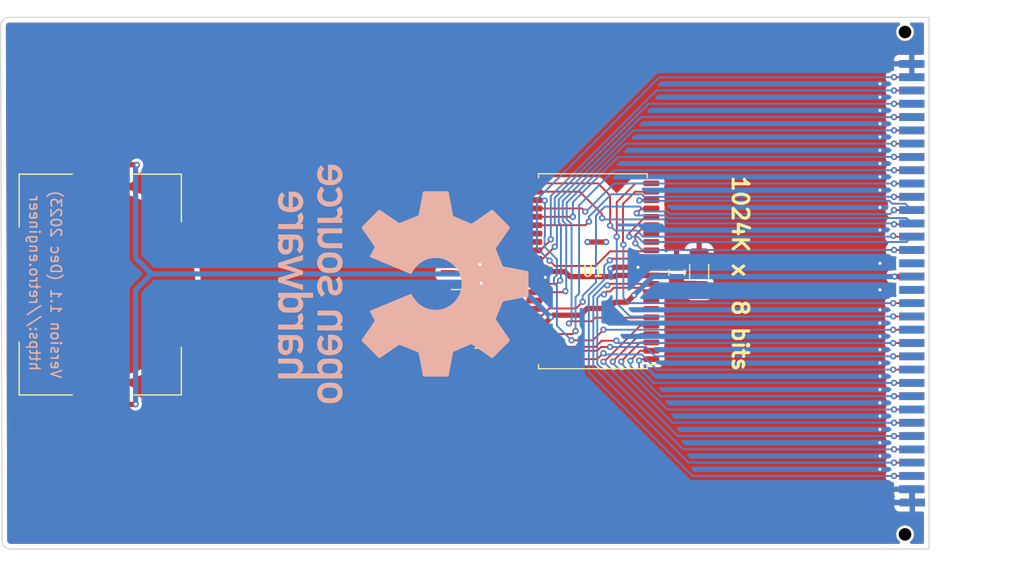
<source format=kicad_pcb>
(kicad_pcb (version 20221018) (generator pcbnew)
  (layers (0 "F.Cu" signal) (31 "B.Cu" signal) (34 "B.Paste" user) (35 "F.Paste" user) (36 "B.SilkS" user "B.Silkscreen") (37 "F.SilkS" user "F.Silkscreen") (38 "B.Mask" user) (39 "F.Mask" user) (44 "Edge.Cuts" user))
  (net 0 "")
  (net 26 "GND")
  (net 27 "/D3")
  (net 28 "/D4")
  (net 29 "/D5")
  (net 30 "/D6")
  (net 31 "/D7")
  (net 32 "/A10")
  (net 33 "/A11")
  (net 34 "/A9")
  (net 35 "/A8")
  (net 36 "/A13")
  (net 37 "/A14")
  (net 38 "VCC")
  (net 39 "/A16")
  (net 40 "/A15")
  (net 41 "/A12")
  (net 42 "/A7")
  (net 43 "/A6")
  (net 44 "/A5")
  (net 45 "/A4")
  (net 46 "/A3")
  (net 47 "/A2")
  (net 48 "/A1")
  (net 49 "/A0")
  (net 50 "/D0")
  (net 51 "/D1")
  (net 52 "/D2")
  (net 53 "/A17")
  (net 54 "/A18")
  (net 55 "/A19")
  (net 56 "+BATT")
  (net 57 "+5V")
  (net 58 "/CE")
  (net 59 "/OE")
  (net 60 "/WE")
  (footprint "Resistor_SMD:R_0805_2012Metric_Pad1.20x1.40mm_HandSolder" (layer "F.Cu") (at 210.693 93.599 180)
    (fp_text reference "R1" hide)
    (fp_text value "10K" hide)
  )
  (footprint "pcmcia:BAT_BAT-HLD-001" (layer "F.Cu") (at 174.879 88.265 -90)
    (fp_text reference "CR2032" hide)
    (fp_text value "Battery" hide)
  )
  (footprint "Package_SO:TSOP-II-44_10.16x18.41mm_P0.8mm" (layer "F.Cu") (at 221.742 86.995 180)
    (fp_text reference "U1")
    (fp_text value "AS6C8008-55ZIN" hide)
  )
  (footprint "Capacitor_SMD:C_1206_3216Metric_Pad1.33x1.80mm_HandSolder" (layer "F.Cu") (at 231.902 87.0335 90)
    (fp_text reference "C2" hide)
    (fp_text value "C_Polarized" hide)
  )
  (footprint "Package_TO_SOT_SMD:SOT-23" (layer "F.Cu") (at 208.8665 87.183 180)
    (fp_text reference "D1" hide)
    (fp_text value "BAT54C" hide)
  )
  (footprint "pcmcia:pcmcia" (layer "F.Cu") (at 253.873 88.138)
    (fp_text reference "J1" hide)
    (fp_text value "PCMCIA" hide)
    (fp_line (start 0 -25.4) (end -4 -25.4) (stroke (width 0.1)) (layer "Edge.Cuts"))
    (fp_line (start 0 -25.4) (end 0 25.4) (stroke (width 0.1)) (layer "Edge.Cuts"))
    (fp_line (start 0 25.4) (end -4 25.4) (stroke (width 0.1)) (layer "Edge.Cuts"))
  )
  (footprint "Capacitor_SMD:C_0805_2012Metric_Pad1.18x1.45mm_HandSolder" (layer "F.Cu") (at 229.743 87.122 90)
    (fp_text reference "C3" hide)
    (fp_text value "0.1uF" hide)
  )
  (footprint "Capacitor_SMD:C_0805_2012Metric_Pad1.18x1.45mm_HandSolder" (layer "F.Cu") (at 213.28 86.976 -90)
    (fp_text reference "C1" hide)
    (fp_text value "0.1uF" hide)
  )
  (gr_poly (pts (xy 197.833114 81.310342) (xy 197.829817 81.356413) (xy 197.824322 81.401528) (xy 197.81663 81.445646) (xy 197.806742 81.488724) (xy 197.794657 81.530721) (xy 197.780376 81.571594) (xy 197.763899 81.611302) (xy 197.745228 81.649802) (xy 197.724361 81.687052) (xy 197.7013 81.72301) (xy 197.676045 81.757635) (xy 197.648596 81.790884) (xy 197.618954 81.822714) (xy 197.58712 81.853085) (xy 197.553092 81.881954) (xy 197.553092 81.891214) (xy 197.806036 81.891214) (xy 197.806036 82.369184) (xy 195.430738 82.369184) (xy 195.430738 81.891215) (xy 196.859619 81.891215) (xy 196.89155 81.890549) (xy 196.922336 81.888581) (xy 196.951987 81.885351) (xy 196.980509 81.8809) (xy 197.007913 81.875269) (xy 197.034206 81.8685) (xy 197.059398 81.860633) (xy 197.083496 81.851709) (xy 197.106509 81.84177) (xy 197.128447 81.830857) (xy 197.149317 81.81901) (xy 197.169128 81.806271) (xy 197.187889 81.792681) (xy 197.205609 81.778281) (xy 197.222295 81.763112) (xy 197.237957 81.747215) (xy 197.252603 81.730631) (xy 197.266242 81.713402) (xy 197.278882 81.695568) (xy 197.290532 81.677171) (xy 197.301201 81.658251) (xy 197.310897 81.63885) (xy 197.319629 81.619008) (xy 197.327405 81.598767) (xy 197.340125 81.557252) (xy 197.349125 81.514634) (xy 197.354475 81.47124) (xy 197.356243 81.4274) (xy 197.355854 81.405009) (xy 197.354668 81.383503) (xy 197.352659 81.362772) (xy 197.349799 81.342704) (xy 197.346061 81.32319) (xy 197.341417 81.304119) (xy 197.335841 81.285381) (xy 197.329304 81.266864) (xy 197.32178 81.248459) (xy 197.31324 81.230056) (xy 197.303659 81.211542) (xy 197.293008 81.19281) (xy 197.281261 81.173747) (xy 197.268389 81.154243) (xy 197.254366 81.134188) (xy 197.239164 81.113472) (xy 197.651517 80.766735) (xy 197.6721 80.794182) (xy 197.691653 80.821971) (xy 197.710134 80.850132) (xy 197.727503 80.878693) (xy 197.743719 80.907685) (xy 197.75874 80.937137) (xy 197.772525 80.967077) (xy 197.785034 80.997535) (xy 197.796225 81.02854) (xy 197.806057 81.060122) (xy 197.814489 81.09231) (xy 197.82148 81.125132) (xy 197.826989 81.158619) (xy 197.830975 81.1928) (xy 197.833396 81.227703) (xy 197.834213 81.263358)) (stroke (width 0.0015)) (fill solid) (layer "B.SilkS"))
  (gr_poly (pts (xy 192.39081 86.395218) (xy 192.39081 86.404875) (xy 194.053979 86.943566) (xy 194.053979 87.290303) (xy 192.39081 87.828995) (xy 192.39081 87.838387) (xy 194.053979 88.292942) (xy 194.053979 88.798825) (xy 191.678682 88.039867) (xy 191.678682 87.618254) (xy 193.341987 87.12163) (xy 193.341987 87.112239) (xy 191.678682 86.615616) (xy 191.678682 86.193737) (xy 194.053979 85.434913) (xy 194.053979 85.941061)) (stroke (width 0.0015)) (fill solid) (layer "B.SilkS"))
  (gr_poly (pts (xy 197.832387 98.687553) (xy 197.827079 98.751791) (xy 197.818544 98.812695) (xy 197.807035 98.870353) (xy 197.792807 98.924854) (xy 197.776114 98.976289) (xy 197.75721 99.024745) (xy 197.73635 99.070312) (xy 197.713787 99.113079) (xy 197.689777 99.153136) (xy 197.664573 99.190571) (xy 197.638429 99.225474) (xy 197.611601 99.257933) (xy 197.584341 99.288039) (xy 197.556905 99.315879) (xy 197.529546 99.341544) (xy 197.491725 99.374544) (xy 197.453554 99.405065) (xy 197.414565 99.433155) (xy 197.374292 99.458863) (xy 197.332266 99.482238) (xy 197.288019 99.503327) (xy 197.241085 99.522178) (xy 197.190995 99.53884) (xy 197.137283 99.553361) (xy 197.079479 99.56579) (xy 197.017118 99.576174) (xy 196.94973 99.584562) (xy 196.876849 99.591002) (xy 196.798007 99.595542) (xy 196.712736 99.598231) (xy 196.620569 99.599116) (xy 196.527607 99.598231) (xy 196.441636 99.595542) (xy 196.36218 99.591002) (xy 196.288769 99.584562) (xy 196.220928 99.576174) (xy 196.158183 99.56579) (xy 196.100062 99.553362) (xy 196.046092 99.538841) (xy 195.995799 99.522179) (xy 195.948711 99.503327) (xy 195.904353 99.482239) (xy 195.862252 99.458864) (xy 195.821936 99.433156) (xy 195.782931 99.405065) (xy 195.744764 99.374544) (xy 195.706962 99.341544) (xy 195.679606 99.315879) (xy 195.652178 99.288039) (xy 195.624931 99.257933) (xy 195.598119 99.225474) (xy 195.571996 99.190571) (xy 195.546814 99.153136) (xy 195.522828 99.113079) (xy 195.50029 99.070312) (xy 195.489644 99.047884) (xy 195.479455 99.024745) (xy 195.469755 99.000883) (xy 195.460575 98.976289) (xy 195.451948 98.950949) (xy 195.443905 98.924854) (xy 195.436477 98.897993) (xy 195.429697 98.870353) (xy 195.423596 98.841924) (xy 195.418205 98.812695) (xy 195.413557 98.782654) (xy 195.409683 98.751791) (xy 195.406614 98.720095) (xy 195.404383 98.687553) (xy 195.403022 98.654156) (xy 195.402561 98.619891) (xy 195.404383 98.552253) (xy 195.409683 98.488035) (xy 195.418205 98.42715) (xy 195.429697 98.369507) (xy 195.443905 98.315018) (xy 195.460576 98.263595) (xy 195.479456 98.215147) (xy 195.500291 98.169587) (xy 195.522829 98.126825) (xy 195.546815 98.086773) (xy 195.571997 98.049341) (xy 195.59812 98.01444) (xy 195.624932 97.981982) (xy 195.652179 97.951877) (xy 195.679606 97.924038) (xy 195.706962 97.898373) (xy 195.744765 97.865372) (xy 195.782936 97.834847) (xy 195.821947 97.80675) (xy 195.86227 97.781033) (xy 195.904378 97.757649) (xy 195.948744 97.736549) (xy 195.995841 97.717686) (xy 196.046141 97.701011) (xy 196.100116 97.686478) (xy 196.15824 97.674038) (xy 196.220985 97.663642) (xy 196.288824 97.655245) (xy 196.362229 97.648796) (xy 196.441673 97.64425) (xy 196.527629 97.641557) (xy 196.615938 97.640714) (xy 196.615938 98.11864) (xy 196.49875 98.120019) (xy 196.447864 98.121815) (xy 196.401566 98.124413) (xy 196.359443 98.127862) (xy 196.321084 98.132209) (xy 196.286076 98.137503) (xy 196.254005 98.143792) (xy 196.22446 98.151125) (xy 196.197028 98.159549) (xy 196.171296 98.169113) (xy 196.146851 98.179865) (xy 196.123282 98.191853) (xy 196.100175 98.205126) (xy 196.077118 98.219732) (xy 196.053699 98.235719) (xy 196.044542 98.242547) (xy 196.035531 98.24983) (xy 196.017988 98.265709) (xy 196.001145 98.28326) (xy 195.985077 98.302386) (xy 195.96986 98.322993) (xy 195.95557 98.344983) (xy 195.942282 98.368261) (xy 195.930072 98.392731) (xy 195.919015 98.418297) (xy 195.909188 98.444864) (xy 195.900665 98.472334) (xy 195.893522 98.500613) (xy 195.887835 98.529604) (xy 195.883679 98.559212) (xy 195.88113 98.58934) (xy 195.880264 98.619893) (xy 195.881129 98.650469) (xy 195.883674 98.680618) (xy 195.887823 98.710242) (xy 195.893503 98.739248) (xy 195.900638 98.767537) (xy 195.909153 98.795016) (xy 195.918972 98.821587) (xy 195.930022 98.847154) (xy 195.942227 98.871623) (xy 195.955511 98.894896) (xy 195.969801 98.916879) (xy 195.98502 98.937474) (xy 196.001095 98.956587) (xy 196.01795 98.974121) (xy 196.035509 98.98998) (xy 196.053699 99.004069) (xy 196.07712 99.020058) (xy 196.100184 99.034668) (xy 196.123312 99.047947) (xy 196.146924 99.059944) (xy 196.171437 99.070706) (xy 196.197272 99.080281) (xy 196.224848 99.088717) (xy 196.254584 99.096062) (xy 196.2869 99.102363) (xy 196.322215 99.107669) (xy 196.360948 99.112027) (xy 196.403519 99.115486) (xy 196.450348 99.118092) (xy 196.501852 99.119895) (xy 196.558453 99.120941) (xy 196.620569 99.12128) (xy 196.737767 99.119895) (xy 196.788666 99.118092) (xy 196.834978 99.115486) (xy 196.877117 99.112027) (xy 196.915493 99.107669) (xy 196.950517 99.102363) (xy 196.982602 99.096062) (xy 197.012158 99.088717) (xy 197.039597 99.080281) (xy 197.06533 99.070706) (xy 197.089769 99.059944) (xy 197.113325 99.047947) (xy 197.136409 99.034668) (xy 197.159434 99.020058) (xy 197.182809 99.004069) (xy 197.191966 98.997252) (xy 197.200977 98.98998) (xy 197.21852 98.974121) (xy 197.235364 98.956587) (xy 197.251432 98.937474) (xy 197.266648 98.916879) (xy 197.280938 98.894896) (xy 197.294226 98.871623) (xy 197.306436 98.847154) (xy 197.317493 98.821587) (xy 197.32732 98.795016) (xy 197.335843 98.767537) (xy 197.342986 98.739248) (xy 197.348673 98.710242) (xy 197.352829 98.680618) (xy 197.355378 98.650469) (xy 197.356245 98.619893) (xy 197.35538 98.58934) (xy 197.352835 98.559213) (xy 197.348685 98.529605) (xy 197.343005 98.500614) (xy 197.33587 98.472336) (xy 197.327356 98.444865) (xy 197.317536 98.418299) (xy 197.306486 98.392733) (xy 197.294282 98.368263) (xy 197.280997 98.344985) (xy 197.266708 98.322995) (xy 197.251488 98.302388) (xy 197.235413 98.283262) (xy 197.218559 98.26571) (xy 197.200999 98.249831) (xy 197.182809 98.235719) (xy 197.159432 98.219732) (xy 197.1364 98.205126) (xy 197.113294 98.191853) (xy 197.089696 98.179864) (xy 197.065188 98.169112) (xy 197.039352 98.159548) (xy 197.01177 98.151124) (xy 196.982023 98.143792) (xy 196.949693 98.137503) (xy 196.914362 98.132209) (xy 196.875612 98.127862) (xy 196.833025 98.124413) (xy 196.786182 98.121815) (xy 196.734665 98.120019) (xy 196.678056 98.118976) (xy 196.615938 98.11864) (xy 196.615938 97.640714) (xy 196.620569 97.64067) (xy 196.712737 97.641557) (xy 196.798012 97.64425) (xy 196.87686 97.648796) (xy 196.949749 97.655245) (xy 197.017144 97.663642) (xy 197.079514 97.674038) (xy 197.137325 97.686478) (xy 197.191045 97.701011) (xy 197.24114 97.717686) (xy 197.288077 97.736549) (xy 197.332324 97.757649) (xy 197.374347 97.781033) (xy 197.414614 97.80675) (xy 197.453592 97.834847) (xy 197.491747 97.865372) (xy 197.529546 97.898373) (xy 197.556905 97.924038) (xy 197.584342 97.951878) (xy 197.611602 97.981983) (xy 197.63843 98.014442) (xy 197.664574 98.049342) (xy 197.689778 98.086774) (xy 197.713788 98.126827) (xy 197.736351 98.169589) (xy 197.747009 98.192013) (xy 197.757211 98.215149) (xy 197.766923 98.239006) (xy 197.776114 98.263596) (xy 197.784753 98.28893) (xy 197.792807 98.315019) (xy 197.800245 98.341875) (xy 197.807035 98.369507) (xy 197.813145 98.397929) (xy 197.818544 98.42715) (xy 197.823199 98.457182) (xy 197.827079 98.488035) (xy 197.830153 98.519722) (xy 197.832387 98.552253) (xy 197.833751 98.585639) (xy 197.834213 98.619891)) (stroke (width 0.0015)) (fill solid) (layer "B.SilkS"))
  (gr_poly (pts (xy 197.832387 86.245366) (xy 197.827079 86.309579) (xy 197.818544 86.370458) (xy 197.807035 86.428093) (xy 197.792807 86.482571) (xy 197.776114 86.533983) (xy 197.75721 86.582419) (xy 197.73635 86.627967) (xy 197.713787 86.670716) (xy 197.689777 86.710757) (xy 197.664573 86.748178) (xy 197.638429 86.783068) (xy 197.611601 86.815518) (xy 197.584341 86.845616) (xy 197.556905 86.873452) (xy 197.529546 86.899115) (xy 197.491725 86.932118) (xy 197.453554 86.962648) (xy 197.414565 86.990751) (xy 197.374292 87.016477) (xy 197.332266 87.039871) (xy 197.288019 87.060982) (xy 197.241085 87.079857) (xy 197.190995 87.096544) (xy 197.137283 87.11109) (xy 197.079479 87.123542) (xy 197.017118 87.133948) (xy 196.94973 87.142356) (xy 196.876849 87.148813) (xy 196.798007 87.153366) (xy 196.712736 87.156063) (xy 196.620569 87.156952) (xy 196.527607 87.156063) (xy 196.441636 87.153366) (xy 196.36218 87.148813) (xy 196.288769 87.142356) (xy 196.220928 87.133948) (xy 196.158183 87.123542) (xy 196.100062 87.11109) (xy 196.046092 87.096544) (xy 195.995799 87.079857) (xy 195.948711 87.060982) (xy 195.904353 87.039871) (xy 195.862252 87.016477) (xy 195.821936 86.990751) (xy 195.782931 86.962648) (xy 195.744764 86.932118) (xy 195.706962 86.899115) (xy 195.679606 86.873452) (xy 195.652178 86.845617) (xy 195.624931 86.815519) (xy 195.598119 86.783069) (xy 195.571996 86.748178) (xy 195.546814 86.710757) (xy 195.522828 86.670717) (xy 195.50029 86.627967) (xy 195.489644 86.605549) (xy 195.479455 86.58242) (xy 195.469755 86.558568) (xy 195.460575 86.533984) (xy 195.451948 86.508656) (xy 195.443905 86.482572) (xy 195.436477 86.455721) (xy 195.429697 86.428093) (xy 195.423596 86.399676) (xy 195.418205 86.370459) (xy 195.413557 86.34043) (xy 195.409683 86.309579) (xy 195.406614 86.277895) (xy 195.404383 86.245366) (xy 195.403022 86.211981) (xy 195.402561 86.177728) (xy 195.404383 86.110045) (xy 195.409683 86.04579) (xy 195.418205 85.984876) (xy 195.429697 85.927211) (xy 195.443905 85.872707) (xy 195.460576 85.821273) (xy 195.479456 85.772821) (xy 195.500291 85.727259) (xy 195.522829 85.684499) (xy 195.546815 85.64445) (xy 195.571997 85.607023) (xy 195.59812 85.572128) (xy 195.624932 85.539676) (xy 195.652179 85.509577) (xy 195.679606 85.481741) (xy 195.706962 85.456077) (xy 195.744765 85.423078) (xy 195.782936 85.392557) (xy 195.821947 85.364466) (xy 195.86227 85.338758) (xy 195.904378 85.315383) (xy 195.948744 85.294294) (xy 195.995841 85.275443) (xy 196.046141 85.258781) (xy 196.100116 85.24426) (xy 196.15824 85.231831) (xy 196.220985 85.221447) (xy 196.288824 85.213059) (xy 196.362229 85.20662) (xy 196.441673 85.202079) (xy 196.527629 85.199391) (xy 196.615938 85.198549) (xy 196.615938 85.676475) (xy 196.49875 85.677849) (xy 196.447864 85.679639) (xy 196.401566 85.68223) (xy 196.359443 85.68567) (xy 196.321084 85.690009) (xy 196.286076 85.695295) (xy 196.254005 85.701578) (xy 196.22446 85.708905) (xy 196.197028 85.717326) (xy 196.171296 85.726889) (xy 196.146851 85.737644) (xy 196.123282 85.749639) (xy 196.100175 85.762923) (xy 196.077118 85.777545) (xy 196.053699 85.793554) (xy 196.044542 85.800371) (xy 196.035531 85.807643) (xy 196.017988 85.823502) (xy 196.001145 85.841035) (xy 195.985077 85.860148) (xy 195.96986 85.880743) (xy 195.95557 85.902726) (xy 195.942282 85.925999) (xy 195.930072 85.950468) (xy 195.919015 85.976036) (xy 195.909188 86.002607) (xy 195.900665 86.030085) (xy 195.893522 86.058375) (xy 195.887835 86.08738) (xy 195.883679 86.117004) (xy 195.88113 86.147153) (xy 195.880264 86.177728) (xy 195.881129 86.208261) (xy 195.883674 86.238376) (xy 195.887823 86.267977) (xy 195.893503 86.296967) (xy 195.900638 86.325247) (xy 195.909153 86.35272) (xy 195.918972 86.37929) (xy 195.930022 86.404857) (xy 195.942227 86.429325) (xy 195.955511 86.452597) (xy 195.969801 86.474574) (xy 195.98502 86.49516) (xy 196.001095 86.514257) (xy 196.01795 86.531768) (xy 196.035509 86.547594) (xy 196.053699 86.561639) (xy 196.07712 86.577651) (xy 196.100184 86.592281) (xy 196.123312 86.605578) (xy 196.146924 86.61759) (xy 196.171437 86.628365) (xy 196.197272 86.637951) (xy 196.224848 86.646396) (xy 196.254584 86.653747) (xy 196.2869 86.660054) (xy 196.322215 86.665364) (xy 196.360948 86.669725) (xy 196.403519 86.673186) (xy 196.450348 86.675794) (xy 196.501852 86.677597) (xy 196.558453 86.678643) (xy 196.620569 86.678982) (xy 196.737767 86.677597) (xy 196.788666 86.675794) (xy 196.834978 86.673186) (xy 196.877117 86.669725) (xy 196.915493 86.665364) (xy 196.950517 86.660054) (xy 196.982602 86.653747) (xy 197.012158 86.646396) (xy 197.039597 86.637951) (xy 197.06533 86.628365) (xy 197.089769 86.61759) (xy 197.113325 86.605578) (xy 197.136409 86.592281) (xy 197.159434 86.577651) (xy 197.182809 86.561639) (xy 197.191966 86.554845) (xy 197.200977 86.547594) (xy 197.21852 86.531768) (xy 197.235364 86.514257) (xy 197.251432 86.49516) (xy 197.266648 86.474574) (xy 197.280938 86.452597) (xy 197.294226 86.429325) (xy 197.306436 86.404857) (xy 197.317493 86.37929) (xy 197.32732 86.35272) (xy 197.335843 86.325247) (xy 197.342986 86.296967) (xy 197.348673 86.267977) (xy 197.352829 86.238376) (xy 197.355378 86.208261) (xy 197.356245 86.177728) (xy 197.35538 86.147153) (xy 197.352835 86.117004) (xy 197.348685 86.08738) (xy 197.343005 86.058375) (xy 197.33587 86.030085) (xy 197.327356 86.002607) (xy 197.317536 85.976036) (xy 197.306486 85.950468) (xy 197.294282 85.925999) (xy 197.280997 85.902726) (xy 197.266708 85.880743) (xy 197.251488 85.860148) (xy 197.235413 85.841035) (xy 197.218559 85.823502) (xy 197.200999 85.807643) (xy 197.182809 85.793554) (xy 197.159432 85.777545) (xy 197.1364 85.762923) (xy 197.113294 85.749639) (xy 197.089696 85.737644) (xy 197.065188 85.726889) (xy 197.039352 85.717326) (xy 197.01177 85.708905) (xy 196.982023 85.701578) (xy 196.949693 85.695295) (xy 196.914362 85.690009) (xy 196.875612 85.68567) (xy 196.833025 85.68223) (xy 196.786182 85.679639) (xy 196.734665 85.677849) (xy 196.678056 85.676811) (xy 196.615938 85.676475) (xy 196.615938 85.198549) (xy 196.620569 85.198505) (xy 196.712737 85.199391) (xy 196.798012 85.202079) (xy 196.87686 85.20662) (xy 196.949749 85.213059) (xy 197.017144 85.221447) (xy 197.079514 85.231831) (xy 197.137325 85.24426) (xy 197.191045 85.258781) (xy 197.24114 85.275443) (xy 197.288077 85.294294) (xy 197.332324 85.315383) (xy 197.374347 85.338758) (xy 197.414614 85.364466) (xy 197.453592 85.392557) (xy 197.491747 85.423078) (xy 197.529546 85.456077) (xy 197.556905 85.48174) (xy 197.584342 85.509577) (xy 197.611602 85.539676) (xy 197.63843 85.572128) (xy 197.664574 85.607023) (xy 197.689778 85.644449) (xy 197.713788 85.684498) (xy 197.736351 85.727259) (xy 197.747009 85.749684) (xy 197.757211 85.77282) (xy 197.766923 85.79668) (xy 197.776114 85.821273) (xy 197.784753 85.846612) (xy 197.792807 85.872707) (xy 197.800245 85.89957) (xy 197.807035 85.927211) (xy 197.813145 85.955643) (xy 197.818544 85.984876) (xy 197.823199 86.014921) (xy 197.827079 86.04579) (xy 197.830153 86.077494) (xy 197.832387 86.110045) (xy 197.833751 86.143452) (xy 197.834213 86.177728)) (stroke (width 0.0015)) (fill solid) (layer "B.SilkS"))
  (gr_poly (pts (xy 197.83062 94.12056) (xy 197.81952 94.207819) (xy 197.811008 94.251397) (xy 197.800442 94.294799) (xy 197.787764 94.337917) (xy 197.772914 94.380647) (xy 197.755833 94.422881) (xy 197.736462 94.464514) (xy 197.714742 94.505439) (xy 197.690614 94.545549) (xy 197.664018 94.584739) (xy 197.634896 94.622903) (xy 197.603189 94.659933) (xy 197.568837 94.695724) (xy 197.531781 94.730169) (xy 197.491963 94.763162) (xy 197.449322 94.794597) (xy 197.403801 94.824368) (xy 197.355339 94.852368) (xy 197.303879 94.87849) (xy 197.249359 94.902629) (xy 197.191723 94.924679) (xy 197.13091 94.944532) (xy 197.066861 94.962084) (xy 196.999518 94.977226) (xy 196.92882 94.989854) (xy 196.85471 94.999861) (xy 196.777128 95.00714) (xy 196.696014 95.011585) (xy 196.61131 95.013091) (xy 196.522119 95.01145) (xy 196.437171 95.006606) (xy 196.356373 94.998677) (xy 196.279633 94.987782) (xy 196.206858 94.974038) (xy 196.137956 94.957566) (xy 196.072833 94.938481) (xy 196.011399 94.916905) (xy 195.953559 94.892953) (xy 195.899221 94.866746) (xy 195.848294 94.838401) (xy 195.800683 94.808036) (xy 195.756297 94.775771) (xy 195.715044 94.741723) (xy 195.67683 94.70601) (xy 195.641563 94.668752) (xy 195.609151 94.630067) (xy 195.5795 94.590072) (xy 195.552519 94.548887) (xy 195.528115 94.50663) (xy 195.506195 94.463418) (xy 195.486666 94.419371) (xy 195.454414 94.329244) (xy 195.430619 94.237196) (xy 195.414538 94.144173) (xy 195.405433 94.051122) (xy 195.402563 93.958991) (xy 195.403892 93.899418) (xy 195.407925 93.840261) (xy 195.414731 93.781603) (xy 195.424378 93.723525) (xy 195.436935 93.666108) (xy 195.452471 93.609436) (xy 195.471054 93.553589) (xy 195.492752 93.498649) (xy 195.517635 93.444699) (xy 195.545771 93.391819) (xy 195.577228 93.340092) (xy 195.612075 93.289599) (xy 195.650381 93.240423) (xy 195.692214 93.192645) (xy 195.737643 93.146346) (xy 195.786737 93.101609) (xy 196.081748 93.448344) (xy 196.055232 93.475328) (xy 196.030175 93.503527) (xy 196.006615 93.532838) (xy 195.984584 93.563159) (xy 195.964117 93.594385) (xy 195.945249 93.626415) (xy 195.928015 93.659144) (xy 195.912448 93.692472) (xy 195.898583 93.726294) (xy 195.886455 93.760507) (xy 195.876098 93.79501) (xy 195.867548 93.829698) (xy 195.860837 93.864469) (xy 195.856001 93.89922) (xy 195.853074 93.933848) (xy 195.85209 93.968251) (xy 195.852667 93.998743) (xy 195.854396 94.028685) (xy 195.857277 94.05805) (xy 195.861308 94.08681) (xy 195.86649 94.114937) (xy 195.872821 94.142406) (xy 195.880299 94.169187) (xy 195.888926 94.195254) (xy 195.898698 94.220579) (xy 195.909616 94.245135) (xy 195.921679 94.268895) (xy 195.934886 94.29183) (xy 195.949235 94.313914) (xy 195.964727 94.335119) (xy 195.98136 94.355417) (xy 195.999133 94.374782) (xy 196.018046 94.393186) (xy 196.038097 94.410601) (xy 196.059286 94.427) (xy 196.081612 94.442355) (xy 196.105074 94.45664) (xy 196.12967 94.469827) (xy 196.155402 94.481887) (xy 196.182266 94.492795) (xy 196.210263 94.502522) (xy 196.239391 94.511041) (xy 196.269651 94.518325) (xy 196.30104 94.524346) (xy 196.333558 94.529076) (xy 196.367204 94.532489) (xy 196.401977 94.534557) (xy 196.437877 94.535252) (xy 196.437875 93.054778) (xy 196.83131 93.054778) (xy 196.83131 93.532616) (xy 196.83131 94.535254) (xy 196.86466 94.533787) (xy 196.897015 94.531164) (xy 196.928371 94.527408) (xy 196.958724 94.522544) (xy 196.98807 94.516595) (xy 197.016404 94.509586) (xy 197.043722 94.50154) (xy 197.07002 94.492482) (xy 197.095294 94.482436) (xy 197.11954 94.471426) (xy 197.142753 94.459475) (xy 197.164929 94.446608) (xy 197.186065 94.432849) (xy 197.206155 94.418222) (xy 197.225196 94.40275) (xy 197.243183 94.386459) (xy 197.260113 94.369371) (xy 197.275981 94.351512) (xy 197.290783 94.332904) (xy 197.304515 94.313572) (xy 197.317172 94.293541) (xy 197.32875 94.272833) (xy 197.339246 94.251474) (xy 197.348655 94.229487) (xy 197.356972 94.206896) (xy 197.364194 94.183725) (xy 197.370316 94.159998) (xy 197.375335 94.13574) (xy 197.379246 94.110974) (xy 197.382044 94.085724) (xy 197.383727 94.060015) (xy 197.384288 94.03387) (xy 197.383727 94.007738) (xy 197.382044 93.982067) (xy 197.379246 93.956879) (xy 197.375335 93.932194) (xy 197.370316 93.908035) (xy 197.364194 93.884422) (xy 197.356972 93.861378) (xy 197.348654 93.838923) (xy 197.339246 93.817079) (xy 197.32875 93.795868) (xy 197.317171 93.77531) (xy 197.304514 93.755428) (xy 197.290782 93.736243) (xy 197.27598 93.717776) (xy 197.260112 93.700048) (xy 197.243183 93.683081) (xy 197.225195 93.666897) (xy 197.206154 93.651517) (xy 197.186064 93.636963) (xy 197.164928 93.623255) (xy 197.142752 93.610415) (xy 197.119539 93.598465) (xy 197.095293 93.587427) (xy 197.070019 93.577321) (xy 197.043721 93.568168) (xy 197.016403 93.559992) (xy 196.988069 93.552812) (xy 196.958724 93.54665) (xy 196.928371 93.541529) (xy 196.897015 93.537468) (xy 196.86466 93.53449) (xy 196.83131 93.532616) (xy 196.83131 93.054778) (xy 196.831443 93.054778) (xy 196.888338 93.056098) (xy 196.943883 93.060009) (xy 196.99805 93.066443) (xy 197.050807 93.075329) (xy 197.102124 93.086595) (xy 197.151973 93.100173) (xy 197.200323 93.115991) (xy 197.247143 93.133979) (xy 197.292405 93.154068) (xy 197.336077 93.176185) (xy 197.378131 93.200262) (xy 197.418536 93.226228) (xy 197.457262 93.254012) (xy 197.494279 93.283545) (xy 197.529557 93.314755) (xy 197.563066 93.347573) (xy 197.594777 93.381927) (xy 197.624659 93.417749) (xy 197.652682 93.454967) (xy 197.678817 93.493511) (xy 197.703033 93.533311) (xy 197.725301 93.574296) (xy 197.74559 93.616397) (xy 197.763871 93.659541) (xy 197.780113 93.703661) (xy 197.794287 93.748684) (xy 197.806362 93.794541) (xy 197.816309 93.841162) (xy 197.824098 93.888475) (xy 197.829698 93.936411) (xy 197.833081 93.984899) (xy 197.834215 94.03387)) (stroke (width 0.0015)) (fill solid) (layer "B.SilkS"))
  (gr_poly (pts (xy 196.391176 83.371029) (xy 196.361276 83.371615) (xy 196.33218 83.373357) (xy 196.303898 83.37623) (xy 196.276438 83.380208) (xy 196.249812 83.385268) (xy 196.224027 83.391384) (xy 196.199094 83.398532) (xy 196.175022 83.406686) (xy 196.151821 83.415822) (xy 196.1295 83.425914) (xy 196.108069 83.436939) (xy 196.087537 83.448871) (xy 196.067914 83.461685) (xy 196.049209 83.475357) (xy 196.031432 83.489861) (xy 196.014592 83.505173) (xy 195.998699 83.521268) (xy 195.983763 83.538121) (xy 195.969792 83.555707) (xy 195.956797 83.574001) (xy 195.944786 83.592979) (xy 195.93377 83.612616) (xy 195.923758 83.632886) (xy 195.91476 83.653765) (xy 195.906784 83.675229) (xy 195.899841 83.697251) (xy 195.89394 83.719808) (xy 195.889091 83.742875) (xy 195.885303 83.766426) (xy 195.882585 83.790437) (xy 195.880947 83.814883) (xy 195.880399 83.839739) (xy 195.880947 83.864991) (xy 195.882585 83.889809) (xy 195.885303 83.914168) (xy 195.889091 83.938044) (xy 195.89394 83.961412) (xy 195.899841 83.98425) (xy 195.906784 84.006532) (xy 195.91476 84.028236) (xy 195.923758 84.049336) (xy 195.93377 84.069809) (xy 195.944786 84.08963) (xy 195.956797 84.108776) (xy 195.969792 84.127222) (xy 195.983763 84.144945) (xy 195.998699 84.161921) (xy 196.014592 84.178124) (xy 196.031432 84.193532) (xy 196.049209 84.208121) (xy 196.067914 84.221865) (xy 196.087537 84.234742) (xy 196.108069 84.246726) (xy 196.1295 84.257795) (xy 196.151821 84.267924) (xy 196.175022 84.277089) (xy 196.199094 84.285265) (xy 196.224027 84.29243) (xy 196.249812 84.298558) (xy 196.276438 84.303626) (xy 196.303898 84.307609) (xy 196.33218 84.310485) (xy 196.361276 84.312227) (xy 196.391176 84.312814) (xy 197.806037 84.312814) (xy 197.806037 84.790519) (xy 196.227003 84.790519) (xy 196.177242 84.789297) (xy 196.12897 84.785691) (xy 196.082192 84.779785) (xy 196.036914 84.771665) (xy 195.993142 84.761417) (xy 195.950882 84.749127) (xy 195.91014 84.734881) (xy 195.870923 84.718765) (xy 195.833236 84.700864) (xy 195.797084 84.681264) (xy 195.762475 84.660051) (xy 195.729415 84.637312) (xy 195.697908 84.613131) (xy 195.667961 84.587594) (xy 195.639581 84.560788) (xy 195.612773 84.532798) (xy 195.587543 84.50371) (xy 195.563897 84.47361) (xy 195.541842 84.442583) (xy 195.521383 84.410716) (xy 195.502525 84.378095) (xy 195.485277 84.344804) (xy 195.469642 84.31093) (xy 195.455628 84.276559) (xy 195.44324 84.241777) (xy 195.432484 84.206669) (xy 195.415893 84.13582) (xy 195.405903 84.064698) (xy 195.403399 84.02925) (xy 195.402563 83.993991) (xy 195.403662 83.947868) (xy 195.406959 83.902552) (xy 195.412453 83.85809) (xy 195.420145 83.814533) (xy 195.430033 83.771929) (xy 195.442118 83.730328) (xy 195.456399 83.689778) (xy 195.472875 83.65033) (xy 195.491547 83.612032) (xy 195.512413 83.574934) (xy 195.535474 83.539084) (xy 195.560729 83.504532) (xy 195.588177 83.471328) (xy 195.617819 83.43952) (xy 195.649654 83.409157) (xy 195.683681 83.38029) (xy 195.683681 83.371029) (xy 195.430475 83.371029) (xy 195.430475 82.893324) (xy 197.806037 82.893324) (xy 197.806037 83.371029)) (stroke (width 0.0015)) (fill solid) (layer "B.SilkS"))
  (gr_poly (pts (xy 215.594375 89.330386) (xy 215.594001 89.335411) (xy 215.593385 89.340412) (xy 215.592533 89.345381) (xy 215.591452 89.35031) (xy 215.590147 89.355194) (xy 215.588625 89.360022) (xy 215.586892 89.36479) (xy 215.584954 89.369488) (xy 215.582818 89.374109) (xy 215.577974 89.383092) (xy 215.57241 89.391678) (xy 215.566174 89.399808) (xy 215.559317 89.407421) (xy 215.551887 89.414459) (xy 215.543935 89.42086) (xy 215.539778 89.423804) (xy 215.535509 89.426566) (xy 215.531134 89.429139) (xy 215.52666 89.431516) (xy 215.522091 89.433688) (xy 215.517435 89.43565) (xy 215.512698 89.437392) (xy 215.507886 89.438908) (xy 215.503004 89.440191) (xy 215.49806 89.441232) (xy 213.248705 89.859802) (xy 213.23872 89.862143) (xy 213.228701 89.865358) (xy 213.218713 89.869392) (xy 213.208821 89.874189) (xy 213.199092 89.879692) (xy 213.18959 89.885847) (xy 213.180381 89.892597) (xy 213.17153 89.899886) (xy 213.163102 89.90766) (xy 213.155162 89.915861) (xy 213.147776 89.924434) (xy 213.14101 89.933323) (xy 213.134927 89.942473) (xy 213.129595 89.951828) (xy 213.125078 89.961331) (xy 213.121441 89.970927) (xy 212.5043 91.478656) (xy 212.500177 91.488045) (xy 212.496733 91.497998) (xy 212.493962 91.508428) (xy 212.491858 91.519246) (xy 212.490416 91.530366) (xy 212.489629 91.5417) (xy 212.489491 91.553161) (xy 212.489996 91.564661) (xy 212.491138 91.576113) (xy 212.492912 91.58743) (xy 212.49531 91.598524) (xy 212.498328 91.609308) (xy 212.501959 91.619694) (xy 212.506197 91.629594) (xy 212.511036 91.638923) (xy 212.516471 91.647591) (xy 213.80605 93.526664) (xy 213.808807 93.530909) (xy 213.81135 93.535279) (xy 213.813679 93.539766) (xy 213.815795 93.544358) (xy 213.817699 93.549047) (xy 213.819392 93.553822) (xy 213.822148 93.563595) (xy 213.82407 93.5736) (xy 213.825165 93.583759) (xy 213.82544 93.593997) (xy 213.824901 93.604235) (xy 213.823557 93.614398) (xy 213.821413 93.624407) (xy 213.818477 93.634187) (xy 213.814756 93.64366) (xy 213.810257 93.652749) (xy 213.807718 93.657126) (xy 213.804986 93.661378) (xy 213.802064 93.665495) (xy 213.798951 93.669469) (xy 213.79565 93.673289) (xy 213.792159 93.676946) (xy 212.209554 95.259684) (xy 212.205885 95.263163) (xy 212.202054 95.266455) (xy 212.19807 95.269558) (xy 212.193943 95.272473) (xy 212.189682 95.275198) (xy 212.185297 95.277733) (xy 212.180798 95.280075) (xy 212.176194 95.282225) (xy 212.171495 95.284182) (xy 212.16671 95.285944) (xy 212.156923 95.28888) (xy 212.146908 95.291027) (xy 212.136744 95.292377) (xy 212.126507 95.292922) (xy 212.116274 95.292655) (xy 212.106122 95.291568) (xy 212.101101 95.290715) (xy 212.096129 95.289654) (xy 212.091215 95.288385) (xy 212.08637 95.286905) (xy 212.081602 95.285216) (xy 212.076922 95.283314) (xy 212.07234 95.2812) (xy 212.067864 95.278873) (xy 212.063504 95.276331) (xy 212.059271 95.273574) (xy 210.212479 94.006354) (xy 210.20375 94.000951) (xy 210.194386 93.996154) (xy 210.184473 93.991971) (xy 210.174096 93.988405) (xy 210.16334 93.985464) (xy 210.15229 93.983153) (xy 210.141031 93.981476) (xy 210.129648 93.980441) (xy 210.118226 93.980052) (xy 210.106851 93.980315) (xy 210.095607 93.981236) (xy 210.08458 93.98282) (xy 210.073854 93.985074) (xy 210.063515 93.988002) (xy 210.053647 93.99161) (xy 210.044336 93.995904) (xy 208.489116 94.662652) (xy 208.484333 94.66443) (xy 208.479566 94.666434) (xy 208.470104 94.671091) (xy 208.460785 94.676556) (xy 208.451667 94.682764) (xy 208.442805 94.68965) (xy 208.434256 94.697147) (xy 208.426077 94.705192) (xy 208.418323 94.713717) (xy 208.411051 94.722657) (xy 208.404318 94.731948) (xy 208.39818 94.741523) (xy 208.392693 94.751317) (xy 208.387914 94.761264) (xy 208.383899 94.7713) (xy 208.380705 94.781358) (xy 208.379433 94.786375) (xy 208.378387 94.791373) (xy 207.973972 96.965983) (xy 207.972907 96.970939) (xy 207.971603 96.97583) (xy 207.970068 96.980651) (xy 207.968308 96.985396) (xy 207.966331 96.990058) (xy 207.964145 96.994631) (xy 207.961756 96.99911) (xy 207.959172 97.003488) (xy 207.9564 97.007759) (xy 207.953449 97.011916) (xy 207.950324 97.015955) (xy 207.947034 97.019868) (xy 207.943586 97.02365) (xy 207.939987 97.027295) (xy 207.936245 97.030795) (xy 207.932366 97.034147) (xy 207.928359 97.037342) (xy 207.924231 97.040375) (xy 207.919988 97.043241) (xy 207.915639 97.045932) (xy 207.911191 97.048443) (xy 207.906651 97.050768) (xy 207.902027 97.0529) (xy 207.897325 97.054834) (xy 207.892554 97.056563) (xy 207.88772 97.058082) (xy 207.882832 97.059383) (xy 207.877895 97.060462) (xy 207.872918 97.061311) (xy 207.867909 97.061926) (xy 207.862873 97.062299) (xy 207.85782 97.062424) (xy 205.619578 97.062291) (xy 205.614523 97.062165) (xy 205.609485 97.061791) (xy 205.60447 97.061175) (xy 205.599486 97.060323) (xy 205.594542 97.059242) (xy 205.589643 97.057937) (xy 205.584799 97.056415) (xy 205.580016 97.054682) (xy 205.570666 97.050608) (xy 205.561653 97.045764) (xy 205.553039 97.040199) (xy 205.544883 97.033964) (xy 205.537246 97.027106) (xy 205.530189 97.019677) (xy 205.523773 97.011725) (xy 205.520824 97.007568) (xy 205.518058 97.003299) (xy 205.515483 96.998924) (xy 205.513105 96.994449) (xy 205.510934 96.98988) (xy 205.508975 96.985225) (xy 205.507237 96.980487) (xy 205.505728 96.975675) (xy 205.504455 96.970794) (xy 205.503425 96.96585) (xy 205.108667 94.844554) (xy 205.107643 94.839571) (xy 205.106388 94.834574) (xy 205.103213 94.824573) (xy 205.099199 94.814615) (xy 205.094404 94.804765) (xy 205.088887 94.795088) (xy 205.082706 94.785648) (xy 205.075918 94.776511) (xy 205.068583 94.767742) (xy 205.060757 94.759405) (xy 205.0525 94.751566) (xy 205.043869 94.744289) (xy 205.034923 94.737639) (xy 205.025719 94.731682) (xy 205.016316 94.726481) (xy 205.006772 94.722103) (xy 205.001965 94.720242) (xy 204.997145 94.718612) (xy 203.342838 94.056361) (xy 203.333428 94.052262) (xy 203.323463 94.048843) (xy 203.313028 94.046097) (xy 203.30221 94.044018) (xy 203.291095 94.0426) (xy 203.27977 94.041838) (xy 203.26832 94.041725) (xy 203.256832 94.042255) (xy 203.245392 94.043422) (xy 203.234087 94.045221) (xy 203.223001 94.047644) (xy 203.212223 94.050687) (xy 203.201838 94.054343) (xy 203.191932 94.058606) (xy 203.182591 94.063469) (xy 203.173902 94.068929) (xy 201.417994 95.273841) (xy 201.41376 95.276586) (xy 201.4094 95.279117) (xy 201.404922 95.281436) (xy 201.400337 95.283542) (xy 201.395654 95.285437) (xy 201.390883 95.287122) (xy 201.381116 95.289864) (xy 201.371112 95.291775) (xy 201.360949 95.292863) (xy 201.350704 95.293133) (xy 201.340455 95.292593) (xy 201.330278 95.29125) (xy 201.320252 95.289111) (xy 201.310453 95.286183) (xy 201.300959 95.282473) (xy 201.291848 95.277988) (xy 201.287459 95.275457) (xy 201.283195 95.272735) (xy 201.279066 95.269822) (xy 201.27508 95.26672) (xy 201.271248 95.26343) (xy 201.267579 95.259951) (xy 199.684973 93.677081) (xy 199.681507 93.673424) (xy 199.678228 93.669604) (xy 199.675136 93.665631) (xy 199.672233 93.661513) (xy 199.66952 93.657261) (xy 199.666996 93.652885) (xy 199.664665 93.648393) (xy 199.662525 93.643795) (xy 199.660578 93.639102) (xy 199.658826 93.634322) (xy 199.655905 93.624543) (xy 199.653771 93.614533) (xy 199.65243 93.60437) (xy 199.651888 93.594132) (xy 199.652154 93.583894) (xy 199.653233 93.573735) (xy 199.65408 93.568708) (xy 199.655133 93.56373) (xy 199.656393 93.55881) (xy 199.657861 93.553957) (xy 199.659538 93.549182) (xy 199.661424 93.544493) (xy 199.663521 93.539901) (xy 199.665829 93.535415) (xy 199.668349 93.531044) (xy 199.671082 93.526799) (xy 200.85496 91.801979) (xy 200.860336 91.793307) (xy 200.865053 91.784016) (xy 200.869108 91.774191) (xy 200.872499 91.763918) (xy 200.875225 91.753282) (xy 200.877282 91.742366) (xy 200.87867 91.731258) (xy 200.879385 91.720041) (xy 200.879425 91.708801) (xy 200.878789 91.697622) (xy 200.877475 91.686591) (xy 200.87548 91.675792) (xy 200.872802 91.665309) (xy 200.869439 91.655229) (xy 200.865388 91.645636) (xy 200.860649 91.636615) (xy 200.454513 90.875937) (xy 200.452339 90.871401) (xy 200.450427 90.866825) (xy 200.448776 90.862217) (xy 200.447381 90.857587) (xy 200.44624 90.852941) (xy 200.445351 90.848287) (xy 200.444709 90.843635) (xy 200.444312 90.838991) (xy 200.444158 90.834364) (xy 200.444242 90.829761) (xy 200.444563 90.825191) (xy 200.445116 90.820662) (xy 200.4459 90.816181) (xy 200.446911 90.811757) (xy 200.448146 90.807398) (xy 200.449602 90.803111) (xy 200.451276 90.798905) (xy 200.453166 90.794787) (xy 200.455268 90.790766) (xy 200.457579 90.78685) (xy 200.460096 90.783046) (xy 200.462817 90.779363) (xy 200.465738 90.775809) (xy 200.468856 90.77239) (xy 200.472169 90.769117) (xy 200.475673 90.765996) (xy 200.479366 90.763036) (xy 200.483244 90.760244) (xy 200.487304 90.757629) (xy 200.491544 90.755198) (xy 200.495961 90.75296) (xy 200.500551 90.750922) (xy 204.290311 89.18247) (xy 204.295026 89.180644) (xy 204.299812 89.179059) (xy 204.30466 89.17771) (xy 204.309563 89.176597) (xy 204.31451 89.175715) (xy 204.319492 89.175061) (xy 204.329527 89.174427) (xy 204.339597 89.174672) (xy 204.349628 89.17577) (xy 204.35955 89.1777) (xy 204.369289 89.180436) (xy 204.378774 89.183955) (xy 204.387933 89.188233) (xy 204.396694 89.193246) (xy 204.404983 89.198971) (xy 204.412731 89.205383) (xy 204.416378 89.20884) (xy 204.419863 89.212459) (xy 204.423176 89.216239) (xy 204.426309 89.220175) (xy 204.429252 89.224265) (xy 204.431996 89.228507) (xy 204.548544 89.418876) (xy 204.55727 89.432616) (xy 204.567231 89.447267) (xy 204.578208 89.462559) (xy 204.589985 89.478225) (xy 204.602345 89.493996) (xy 204.615071 89.509605) (xy 204.627945 89.524782) (xy 204.640751 89.539261) (xy 204.727009 89.665259) (xy 204.820665 89.785511) (xy 204.921391 89.899689) (xy 205.028862 90.007464) (xy 205.142751 90.108507) (xy 205.262732 90.202488) (xy 205.388478 90.28908) (xy 205.519664 90.367953) (xy 205.655962 90.438778) (xy 205.725927 90.471071) (xy 205.797047 90.501227) (xy 205.869283 90.529208) (xy 205.942593 90.554971) (xy 206.016936 90.578476) (xy 206.092272 90.599681) (xy 206.168559 90.618545) (xy 206.245758 90.635027) (xy 206.323827 90.649087) (xy 206.402726 90.660682) (xy 206.482414 90.669772) (xy 206.562849 90.676316) (xy 206.643991 90.680272) (xy 206.7258 90.6816) (xy 206.853181 90.678379) (xy 206.97889 90.668819) (xy 207.102771 90.653077) (xy 207.224669 90.631307) (xy 207.344427 90.603665) (xy 207.461891 90.570306) (xy 207.576905 90.531387) (xy 207.689313 90.487063) (xy 207.798961 90.43749) (xy 207.905691 90.382823) (xy 208.00935 90.323217) (xy 208.109781 90.258829) (xy 208.206828 90.189813) (xy 208.300338 90.116326) (xy 208.390153 90.038523) (xy 208.476118 89.956559) (xy 208.558078 89.870591) (xy 208.635878 89.780774) (xy 208.709361 89.687263) (xy 208.778372 89.590214) (xy 208.842757 89.489782) (xy 208.902358 89.386124) (xy 208.957022 89.279394) (xy 209.006591 89.169749) (xy 209.050911 89.057343) (xy 209.089827 88.942333) (xy 209.123182 88.824874) (xy 209.150821 88.705122) (xy 209.172589 88.583232) (xy 209.18833 88.45936) (xy 209.197889 88.333661) (xy 209.201109 88.206291) (xy 209.197889 88.078922) (xy 209.18833 87.953224) (xy 209.172589 87.829353) (xy 209.150821 87.707466) (xy 209.123182 87.587717) (xy 209.089827 87.470261) (xy 209.050911 87.355255) (xy 209.006591 87.242854) (xy 208.957022 87.133214) (xy 208.902358 87.026489) (xy 208.842757 86.922836) (xy 208.778372 86.82241) (xy 208.709361 86.725367) (xy 208.635878 86.631862) (xy 208.558078 86.542051) (xy 208.476118 86.456089) (xy 208.390153 86.374132) (xy 208.300338 86.296335) (xy 208.206828 86.222854) (xy 208.109781 86.153844) (xy 208.00935 86.089461) (xy 207.905691 86.029861) (xy 207.798961 85.975199) (xy 207.689313 85.92563) (xy 207.576905 85.881311) (xy 207.461891 85.842396) (xy 207.344427 85.809041) (xy 207.224669 85.781402) (xy 207.102771 85.759635) (xy 206.97889 85.743894) (xy 206.853181 85.734335) (xy 206.7258 85.731114) (xy 206.562849 85.736397) (xy 206.402726 85.752027) (xy 206.245758 85.777676) (xy 206.092272 85.813015) (xy 205.942593 85.857717) (xy 205.797048 85.911452) (xy 205.655963 85.973893) (xy 205.519664 86.044712) (xy 205.388479 86.123579) (xy 205.262732 86.210168) (xy 205.142751 86.304149) (xy 205.028862 86.405194) (xy 204.921391 86.512976) (xy 204.820665 86.627165) (xy 204.72701 86.747433) (xy 204.640751 86.873453) (xy 204.627945 86.887849) (xy 204.61507 86.902974) (xy 204.602345 86.918552) (xy 204.589984 86.934307) (xy 204.578207 86.949962) (xy 204.56723 86.965242) (xy 204.55727 86.979871) (xy 204.548544 86.993573) (xy 204.431996 87.183942) (xy 204.429252 87.188159) (xy 204.426309 87.192229) (xy 204.423176 87.196146) (xy 204.419863 87.199908) (xy 204.416378 87.203512) (xy 204.412731 87.206956) (xy 204.408929 87.210235) (xy 204.404983 87.213347) (xy 204.400902 87.216289) (xy 204.396694 87.219058) (xy 204.392368 87.221651) (xy 204.387933 87.224064) (xy 204.383399 87.226295) (xy 204.378774 87.228341) (xy 204.374068 87.230198) (xy 204.369289 87.231864) (xy 204.364447 87.233335) (xy 204.35955 87.234608) (xy 204.354607 87.235681) (xy 204.349628 87.23655) (xy 204.344622 87.237213) (xy 204.339597 87.237665) (xy 204.334562 87.237905) (xy 204.329527 87.237928) (xy 204.324501 87.237733) (xy 204.319492 87.237316) (xy 204.31451 87.236673) (xy 204.309563 87.235803) (xy 204.30466 87.234701) (xy 204.299812 87.233365) (xy 204.295026 87.231792) (xy 204.290311 87.229978) (xy 200.500419 85.661662) (xy 200.49583 85.659625) (xy 200.491414 85.657387) (xy 200.487176 85.654958) (xy 200.483118 85.652345) (xy 200.479243 85.649556) (xy 200.475553 85.646599) (xy 200.472053 85.643482) (xy 200.468744 85.640212) (xy 200.465629 85.636798) (xy 200.462713 85.633247) (xy 200.459996 85.629568) (xy 200.457483 85.625769) (xy 200.455176 85.621856) (xy 200.453078 85.617839) (xy 200.451192 85.613725) (xy 200.44952 85.609522) (xy 200.448067 85.605238) (xy 200.446835 85.600881) (xy 200.445826 85.596459) (xy 200.445043 85.59198) (xy 200.44449 85.587451) (xy 200.44417 85.582881) (xy 200.444084 85.578277) (xy 200.444237 85.573648) (xy 200.444631 85.569001) (xy 200.445269 85.564345) (xy 200.446154 85.559687) (xy 200.447288 85.555035) (xy 200.448675 85.550396) (xy 200.450318 85.54578) (xy 200.45222 85.541194) (xy 200.454382 85.536646) (xy 200.860517 84.775969) (xy 200.865258 84.766927) (xy 200.869313 84.757317) (xy 200.872682 84.747226) (xy 200.875367 84.736736) (xy 200.877371 84.725934) (xy 200.878693 84.714903) (xy 200.879337 84.703728) (xy 200.879303 84.692493) (xy 200.878593 84.681283) (xy 200.877209 84.670182) (xy 200.875152 84.659275) (xy 200.872424 84.648647) (xy 200.869026 84.638381) (xy 200.86496 84.628562) (xy 200.860227 84.619275) (xy 200.854829 84.610605) (xy 199.670951 82.885651) (xy 199.668218 82.881418) (xy 199.665698 82.877057) (xy 199.66339 82.87258) (xy 199.661293 82.867995) (xy 199.659407 82.863313) (xy 199.65773 82.858542) (xy 199.655002 82.848777) (xy 199.653102 82.838777) (xy 199.652022 82.82862) (xy 199.651757 82.818384) (xy 199.652298 82.808145) (xy 199.65364 82.797983) (xy 199.655774 82.787974) (xy 199.658694 82.778197) (xy 199.662394 82.768729) (xy 199.666865 82.759647) (xy 199.669388 82.755276) (xy 199.672102 82.75103) (xy 199.675005 82.74692) (xy 199.678097 82.742955) (xy 199.681376 82.739146) (xy 199.684843 82.735501) (xy 201.267446 81.15263) (xy 201.271115 81.14914) (xy 201.274947 81.145838) (xy 201.278933 81.142725) (xy 201.283063 81.139803) (xy 201.287327 81.137072) (xy 201.291715 81.134532) (xy 201.296219 81.132186) (xy 201.300827 81.130033) (xy 201.305531 81.128075) (xy 201.310321 81.126312) (xy 201.32012 81.123376) (xy 201.330146 81.121233) (xy 201.340322 81.119888) (xy 201.350572 81.11935) (xy 201.360816 81.119625) (xy 201.370979 81.12072) (xy 201.376006 81.121577) (xy 201.380983 81.122642) (xy 201.385901 81.123915) (xy 201.390751 81.125398) (xy 201.395522 81.127091) (xy 201.400204 81.128995) (xy 201.40479 81.131111) (xy 201.409267 81.13344) (xy 201.413628 81.135983) (xy 201.417861 81.13874) (xy 203.173769 82.343785) (xy 203.182458 82.349199) (xy 203.191799 82.354026) (xy 203.201705 82.35826) (xy 203.212091 82.361894) (xy 203.222869 82.364921) (xy 203.233954 82.367334) (xy 203.24526 82.369127) (xy 203.2567 82.370293) (xy 203.268188 82.370824) (xy 203.279638 82.370715) (xy 203.290963 82.369957) (xy 203.302078 82.368546) (xy 203.312896 82.366473) (xy 203.323331 82.363733) (xy 203.333296 82.360317) (xy 203.342706 82.35622) (xy 204.997013 81.693968) (xy 205.001833 81.692326) (xy 205.006639 81.690457) (xy 205.016183 81.686071) (xy 205.025586 81.680872) (xy 205.03479 81.674924) (xy 205.043736 81.668289) (xy 205.052367 81.661032) (xy 205.060624 81.653216) (xy 205.06845 81.644904) (xy 205.075785 81.636159) (xy 205.082573 81.627045) (xy 205.088755 81.617626) (xy 205.094272 81.607964) (xy 205.099067 81.598123) (xy 205.103081 81.588166) (xy 205.104777 81.583164) (xy 205.106256 81.578157) (xy 205.107512 81.573152) (xy 205.108535 81.568158) (xy 205.503293 79.446862) (xy 205.504323 79.441929) (xy 205.505596 79.437058) (xy 205.507106 79.432255) (xy 205.508843 79.427525) (xy 205.510802 79.422875) (xy 205.512973 79.418312) (xy 205.515351 79.413841) (xy 205.517926 79.409469) (xy 205.520692 79.405202) (xy 205.523641 79.401046) (xy 205.526765 79.397008) (xy 205.530057 79.393093) (xy 205.533509 79.389309) (xy 205.537113 79.38566) (xy 205.540863 79.382155) (xy 205.54475 79.378798) (xy 205.548767 79.375596) (xy 205.552906 79.372555) (xy 205.55716 79.369682) (xy 205.561521 79.366983) (xy 205.565981 79.364464) (xy 205.570534 79.362131) (xy 205.57517 79.35999) (xy 205.579884 79.358049) (xy 205.584666 79.356312) (xy 205.589511 79.354787) (xy 205.594409 79.353479) (xy 205.599354 79.352395) (xy 205.604337 79.351541) (xy 205.609352 79.350923) (xy 205.614391 79.350548) (xy 205.619445 79.350421) (xy 207.857687 79.350156) (xy 207.862753 79.35027) (xy 207.8678 79.350633) (xy 207.87282 79.351239) (xy 207.877807 79.352081) (xy 207.882752 79.353153) (xy 207.887649 79.354448) (xy 207.892491 79.355962) (xy 207.89727 79.357687) (xy 207.901978 79.359617) (xy 207.906609 79.361746) (xy 207.915608 79.366576) (xy 207.924207 79.372128) (xy 207.93235 79.378351) (xy 207.939976 79.385196) (xy 207.947027 79.392613) (xy 207.953445 79.400551) (xy 207.95917 79.408962) (xy 207.961755 79.413329) (xy 207.964144 79.417796) (xy 207.966331 79.422355) (xy 207.968308 79.427002) (xy 207.970068 79.431729) (xy 207.971604 79.436531) (xy 207.972908 79.441401) (xy 207.973972 79.446333) (xy 208.378388 81.621075) (xy 208.380705 81.631045) (xy 208.3839 81.641066) (xy 208.387915 81.651074) (xy 208.392694 81.661) (xy 208.398181 81.670781) (xy 208.404319 81.680348) (xy 208.411052 81.689637) (xy 208.418323 81.698582) (xy 208.426077 81.707115) (xy 208.434256 81.715172) (xy 208.442805 81.722685) (xy 208.451667 81.72959) (xy 208.460785 81.735819) (xy 208.470104 81.741307) (xy 208.479566 81.745988) (xy 208.489116 81.749795) (xy 210.044337 82.416413) (xy 210.053648 82.42073) (xy 210.063515 82.424357) (xy 210.073854 82.427302) (xy 210.08458 82.429567) (xy 210.095608 82.431161) (xy 210.106851 82.432086) (xy 210.118227 82.43235) (xy 210.129648 82.431957) (xy 210.141031 82.430913) (xy 210.15229 82.429223) (xy 210.16334 82.426893) (xy 210.174096 82.423929) (xy 210.184473 82.420334) (xy 210.194386 82.416116) (xy 210.20375 82.411279) (xy 210.21248 82.405829) (xy 212.059271 81.13874) (xy 212.063504 81.136006) (xy 212.067864 81.133483) (xy 212.07234 81.131172) (xy 212.076922 81.129071) (xy 212.081602 81.127179) (xy 212.08637 81.125496) (xy 212.096129 81.122753) (xy 212.106123 81.120837) (xy 212.116275 81.119741) (xy 212.126507 81.11946) (xy 212.136744 81.119988) (xy 212.146908 81.121318) (xy 212.156923 81.123446) (xy 212.16671 81.126366) (xy 212.176194 81.130071) (xy 212.185297 81.134555) (xy 212.189682 81.137088) (xy 212.193943 81.139814) (xy 212.19807 81.142732) (xy 212.202055 81.145841) (xy 212.205886 81.149141) (xy 212.209554 81.15263) (xy 213.79216 82.735236) (xy 213.79565 82.738904) (xy 213.798952 82.742734) (xy 213.802064 82.746716) (xy 213.804987 82.750841) (xy 213.807718 82.755099) (xy 213.810257 82.75948) (xy 213.812604 82.763976) (xy 213.814757 82.768575) (xy 213.816715 82.77327) (xy 213.818478 82.778049) (xy 213.821414 82.787826) (xy 213.823557 82.797828) (xy 213.824902 82.80798) (xy 213.82544 82.818204) (xy 213.825165 82.828425) (xy 213.82407 82.838566) (xy 213.823213 82.843582) (xy 213.822148 82.848549) (xy 213.820875 82.853459) (xy 213.819392 82.8583) (xy 213.817699 82.863064) (xy 213.815795 82.867741) (xy 213.813679 82.872321) (xy 213.81135 82.876795) (xy 213.808807 82.881153) (xy 213.80605 82.885386) (xy 212.516471 84.764589) (xy 212.511037 84.773281) (xy 212.506197 84.78263) (xy 212.501959 84.792548) (xy 212.498328 84.802947) (xy 212.49531 84.813742) (xy 212.492912 84.824844) (xy 212.491138 84.836165) (xy 212.489996 84.847619) (xy 212.489491 84.859117) (xy 212.489629 84.870574) (xy 212.490416 84.8819) (xy 212.491859 84.893009) (xy 212.493962 84.903814) (xy 212.496733 84.914227) (xy 212.500177 84.92416) (xy 212.5043 84.933526) (xy 213.121441 86.441122) (xy 213.123145 86.445917) (xy 213.125078 86.450696) (xy 213.12723 86.455454) (xy 213.129595 86.460184) (xy 213.134927 86.469527) (xy 213.14101 86.47867) (xy 213.147776 86.487557) (xy 213.155162 86.49613) (xy 213.163102 86.504335) (xy 213.17153 86.512113) (xy 213.180381 86.51941) (xy 213.18959 86.526167) (xy 213.199092 86.53233) (xy 213.208821 86.537842) (xy 213.218713 86.542646) (xy 213.228701 86.546685) (xy 213.23872 86.549905) (xy 213.243721 86.551189) (xy 213.248705 86.552247) (xy 215.49806 86.97095) (xy 215.503004 86.971991) (xy 215.507886 86.973273) (xy 215.512698 86.97479) (xy 215.517435 86.976532) (xy 215.522091 86.978494) (xy 215.52666 86.980667) (xy 215.531134 86.983044) (xy 215.535509 86.985618) (xy 215.539778 86.988381) (xy 215.543935 86.991326) (xy 215.547973 86.994445) (xy 215.551887 86.99773) (xy 215.555671 87.001175) (xy 215.559317 87.004772) (xy 215.56282 87.008513) (xy 215.566174 87.012391) (xy 215.569373 87.016398) (xy 215.57241 87.020527) (xy 215.575279 87.024771) (xy 215.577974 87.029122) (xy 215.580489 87.033573) (xy 215.582818 87.038116) (xy 215.584954 87.042743) (xy 215.586892 87.047448) (xy 215.588625 87.052222) (xy 215.590147 87.057059) (xy 215.591452 87.06195) (xy 215.592533 87.066889) (xy 215.593385 87.071868) (xy 215.594001 87.076879) (xy 215.594375 87.081915) (xy 215.594501 87.086969) (xy 215.594501 89.325344)) (stroke (width 0.0015)) (fill solid) (layer "B.SilkS"))
  (gr_poly (pts (xy 194.081044 94.143337) (xy 194.077643 94.206838) (xy 194.071856 94.268183) (xy 194.063586 94.327391) (xy 194.052736 94.384483) (xy 194.03921 94.439481) (xy 194.022911 94.492405) (xy 194.003741 94.543276) (xy 193.981603 94.592115) (xy 193.956402 94.638941) (xy 193.928039 94.683777) (xy 193.896419 94.726643) (xy 193.861443 94.767559) (xy 193.823016 94.806546) (xy 193.781041 94.843625) (xy 193.73542 94.878817) (xy 193.449668 94.504037) (xy 193.462147 94.496037) (xy 193.474113 94.487826) (xy 193.485574 94.479386) (xy 193.496538 94.4707) (xy 193.507012 94.461748) (xy 193.517004 94.452513) (xy 193.526522 94.442978) (xy 193.535574 94.433124) (xy 193.544166 94.422933) (xy 193.552307 94.412387) (xy 193.560004 94.401469) (xy 193.567264 94.39016) (xy 193.574096 94.378442) (xy 193.580508 94.366297) (xy 193.586505 94.353708) (xy 193.592098 94.340656) (xy 193.597292 94.327124) (xy 193.602096 94.313093) (xy 193.606517 94.298545) (xy 193.610563 94.283463) (xy 193.614241 94.267829) (xy 193.617559 94.251624) (xy 193.620526 94.234831) (xy 193.623147 94.217431) (xy 193.627387 94.18074) (xy 193.63034 94.141408) (xy 193.632067 94.099292) (xy 193.632629 94.054246) (xy 193.631677 93.992418) (xy 193.628756 93.935126) (xy 193.623773 93.882294) (xy 193.616632 93.833846) (xy 193.607237 93.789707) (xy 193.595493 93.749801) (xy 193.581306 93.714054) (xy 193.573267 93.697717) (xy 193.56458 93.68239) (xy 193.555236 93.668066) (xy 193.545221 93.654734) (xy 193.534523 93.642385) (xy 193.523132 93.631009) (xy 193.511034 93.620598) (xy 193.498219 93.611141) (xy 193.484673 93.60263) (xy 193.470386 93.595055) (xy 193.455346 93.588406) (xy 193.439539 93.582675) (xy 193.422956 93.577851) (xy 193.405583 93.573925) (xy 193.387409 93.570888) (xy 193.368422 93.56873) (xy 193.32796 93.567015) (xy 193.07965 93.567015) (xy 193.07965 94.227679) (xy 193.078711 94.274824) (xy 193.075925 94.320512) (xy 193.071342 94.36474) (xy 193.065011 94.407505) (xy 193.05698 94.448804) (xy 193.047299 94.488636) (xy 193.036017 94.526998) (xy 193.023182 94.563887) (xy 193.008844 94.5993) (xy 192.993052 94.633235) (xy 192.975854 94.665689) (xy 192.957299 94.696661) (xy 192.937438 94.726146) (xy 192.916317 94.754143) (xy 192.893987 94.78065) (xy 192.870497 94.805662) (xy 192.845895 94.829179) (xy 192.82023 94.851197) (xy 192.793552 94.871714) (xy 192.765909 94.890728) (xy 192.737351 94.908235) (xy 192.707925 94.924233) (xy 192.677683 94.938719) (xy 192.646671 94.951692) (xy 192.61494 94.963148) (xy 192.582538 94.973085) (xy 192.549514 94.9815) (xy 192.515917 94.988391) (xy 192.481797 94.993755) (xy 192.447202 94.99759) (xy 192.412181 94.999893) (xy 192.376783 95.000661) (xy 192.33842 94.999758) (xy 192.300673 94.997059) (xy 192.263581 94.992582) (xy 192.227185 94.986342) (xy 192.191523 94.978356) (xy 192.156635 94.968639) (xy 192.122561 94.957209) (xy 192.08934 94.944081) (xy 192.057011 94.929272) (xy 192.025614 94.912798) (xy 191.995188 94.894675) (xy 191.965773 94.874919) (xy 191.937408 94.853548) (xy 191.910133 94.830576) (xy 191.883988 94.806021) (xy 191.85901 94.779899) (xy 191.835241 94.752225) (xy 191.812719 94.723017) (xy 191.791485 94.69229) (xy 191.771576 94.660061) (xy 191.753034 94.626346) (xy 191.735897 94.591161) (xy 191.720205 94.554523) (xy 191.705997 94.516448) (xy 191.693313 94.476952) (xy 191.682192 94.436051) (xy 191.672673 94.393762) (xy 191.664797 94.350101) (xy 191.658602 94.305084) (xy 191.654129 94.258728) (xy 191.651416 94.211049) (xy 191.650503 94.162062) (xy 191.651384 94.103284) (xy 191.654041 94.048101) (xy 191.658495 93.996377) (xy 191.664767 93.947976) (xy 191.672879 93.902759) (xy 191.682851 93.860591) (xy 191.694705 93.821333) (xy 191.708462 93.78485) (xy 191.724143 93.751003) (xy 191.741769 93.719657) (xy 191.761361 93.690674) (xy 191.78294 93.663916) (xy 191.806528 93.639248) (xy 191.832146 93.616532) (xy 191.859814 93.595631) (xy 191.889554 93.576407) (xy 191.889554 93.567015) (xy 191.678682 93.567012) (xy 191.678682 93.089042) (xy 192.512779 93.089042) (xy 192.512779 93.567012) (xy 192.479018 93.567414) (xy 192.447127 93.568635) (xy 192.417055 93.570698) (xy 192.388749 93.573627) (xy 192.362156 93.577445) (xy 192.337224 93.582175) (xy 192.313902 93.587839) (xy 192.292135 93.594462) (xy 192.271873 93.602066) (xy 192.253062 93.610675) (xy 192.23565 93.620312) (xy 192.219585 93.630999) (xy 192.204815 93.64276) (xy 192.191286 93.655618) (xy 192.178948 93.669596) (xy 192.167746 93.684718) (xy 192.157629 93.701007) (xy 192.148544 93.718485) (xy 192.14044 93.737176) (xy 192.133263 93.757104) (xy 192.126962 93.77829) (xy 192.121483 93.800759) (xy 192.116775 93.824533) (xy 192.112784 93.849637) (xy 192.106749 93.903921) (xy 192.102956 93.963799) (xy 192.100988 94.029454) (xy 192.100425 94.101073) (xy 192.102043 94.159408) (xy 192.106779 94.213234) (xy 192.114452 94.262656) (xy 192.124885 94.307775) (xy 192.13108 94.328753) (xy 192.137898 94.348694) (xy 192.145317 94.367611) (xy 192.153313 94.385516) (xy 192.161865 94.402423) (xy 192.170951 94.418344) (xy 192.180547 94.433292) (xy 192.190632 94.44728) (xy 192.201183 94.460321) (xy 192.212179 94.472428) (xy 192.223595 94.483613) (xy 192.235411 94.493889) (xy 192.247604 94.50327) (xy 192.260151 94.511767) (xy 192.27303 94.519394) (xy 192.286219 94.526164) (xy 192.313437 94.537183) (xy 192.341626 94.544926) (xy 192.370606 94.549497) (xy 192.400199 94.550998) (xy 192.416279 94.550613) (xy 192.431993 94.549455) (xy 192.447331 94.547522) (xy 192.462284 94.544809) (xy 192.476843 94.541314) (xy 192.490997 94.537033) (xy 192.504739 94.531962) (xy 192.518057 94.526098) (xy 192.530943 94.519437) (xy 192.543388 94.511977) (xy 192.555381 94.503713) (xy 192.566913 94.494642) (xy 192.577975 94.484762) (xy 192.588557 94.474067) (xy 192.59865 94.462556) (xy 192.608245 94.450224) (xy 192.617331 94.437068) (xy 192.6259 94.423084) (xy 192.633942 94.40827) (xy 192.641447 94.392622) (xy 192.648406 94.376135) (xy 192.65481 94.358808) (xy 192.660649 94.340636) (xy 192.665913 94.321616) (xy 192.670594 94.301744) (xy 192.674681 94.281017) (xy 192.678166 94.259433) (xy 192.681038 94.236986) (xy 192.683288 94.213674) (xy 192.684907 94.189493) (xy 192.685886 94.164441) (xy 192.686214 94.138512) (xy 192.686214 93.567012) (xy 192.512779 93.567012) (xy 192.512779 93.089042) (xy 193.299783 93.089042) (xy 193.353543 93.090215) (xy 193.405061 93.09371) (xy 193.454371 93.099485) (xy 193.50151 93.1075) (xy 193.546511 93.117715) (xy 193.589411 93.130089) (xy 193.630244 93.144583) (xy 193.669046 93.161155) (xy 193.705851 93.179766) (xy 193.740695 93.200375) (xy 193.773613 93.222941) (xy 193.80464 93.247425) (xy 193.833811 93.273786) (xy 193.861162 93.301984) (xy 193.886726 93.331979) (xy 193.910541 93.363729) (xy 193.932639 93.397196) (xy 193.953058 93.432337) (xy 193.971831 93.469114) (xy 193.988994 93.507486) (xy 194.004583 93.547412) (xy 194.018631 93.588852) (xy 194.031175 93.631766) (xy 194.04225 93.676114) (xy 194.05189 93.721854) (xy 194.06013 93.768948) (xy 194.072555 93.867032) (xy 194.079803 93.970043) (xy 194.082157 94.077658)) (stroke (width 0.0015)) (fill solid) (layer "B.SilkS"))
  (gr_poly (pts (xy 197.830108 79.848528) (xy 197.824926 79.899342) (xy 197.817614 79.949765) (xy 197.808141 79.999705) (xy 197.796473 80.049069) (xy 197.782578 80.097761) (xy 197.766423 80.14569) (xy 197.747977 80.192762) (xy 197.727206 80.238882) (xy 197.704077 80.283958) (xy 197.678559 80.327896) (xy 197.650618 80.370602) (xy 197.620223 80.411983) (xy 197.58734 80.451945) (xy 197.551937 80.490395) (xy 197.513982 80.527239) (xy 197.473441 80.562384) (xy 197.430283 80.595737) (xy 197.384474 80.627203) (xy 197.335983 80.656689) (xy 197.284777 80.684102) (xy 197.230822 80.709348) (xy 197.174087 80.732334) (xy 197.114539 80.752965) (xy 197.052146 80.77115) (xy 196.986874 80.786793) (xy 196.918692 80.799802) (xy 196.847566 80.810082) (xy 196.773465 80.817542) (xy 196.696355 80.822086) (xy 196.616205 80.823621) (xy 196.536428 80.822086) (xy 196.45967 80.817542) (xy 196.385899 80.810082) (xy 196.315083 80.799802) (xy 196.247191 80.786793) (xy 196.18219 80.77115) (xy 196.120049 80.752965) (xy 196.060736 80.732334) (xy 196.004218 80.709348) (xy 195.950464 80.684102) (xy 195.899442 80.656689) (xy 195.85112 80.627203) (xy 195.805466 80.595737) (xy 195.762449 80.562384) (xy 195.722036 80.527239) (xy 195.684195 80.490395) (xy 195.648895 80.451945) (xy 195.616103 80.411983) (xy 195.585788 80.370602) (xy 195.557918 80.327896) (xy 195.532461 80.283958) (xy 195.509385 80.238882) (xy 195.488658 80.192762) (xy 195.470248 80.14569) (xy 195.440253 80.049069) (xy 195.419144 79.949765) (xy 195.406665 79.848528) (xy 195.402563 79.746105) (xy 195.404569 79.67934) (xy 195.410481 79.614335) (xy 195.420141 79.551097) (xy 195.433391 79.489635) (xy 195.450071 79.429957) (xy 195.470024 79.37207) (xy 195.49309 79.315983) (xy 195.519112 79.261703) (xy 195.54793 79.209239) (xy 195.579387 79.158597) (xy 195.613323 79.109788) (xy 195.64958 79.062817) (xy 195.688 79.017693) (xy 195.728425 78.974425) (xy 195.770694 78.93302) (xy 195.814651 78.893486) (xy 196.128578 79.244852) (xy 196.101851 79.267403) (xy 196.076203 79.291129) (xy 196.051722 79.315994) (xy 196.028498 79.341965) (xy 196.00662 79.369006) (xy 195.986176 79.397083) (xy 195.967257 79.42616) (xy 195.94995 79.456205) (xy 195.934346 79.487181) (xy 195.920533 79.519054) (xy 195.9086 79.551789) (xy 195.898638 79.585352) (xy 195.890734 79.619709) (xy 195.884978 79.654823) (xy 195.882933 79.672654) (xy 195.881459 79.690661) (xy 195.880566 79.70884) (xy 195.880266 79.727188) (xy 195.880914 79.76317) (xy 195.882867 79.798208) (xy 195.886139 79.832288) (xy 195.890743 79.865398) (xy 195.896693 79.897524) (xy 195.904004 79.928653) (xy 195.912687 79.958773) (xy 195.922758 79.98787) (xy 195.93423 80.015933) (xy 195.947116 80.042946) (xy 195.961431 80.068899) (xy 195.977188 80.093777) (xy 195.9944 80.117568) (xy 196.013082 80.140259) (xy 196.033246 80.161836) (xy 196.054907 80.182288) (xy 196.078079 80.2016) (xy 196.102775 80.21976) (xy 196.129008 80.236756) (xy 196.156793 80.252573) (xy 196.186143 80.267199) (xy 196.217072 80.280622) (xy 196.249593 80.292828) (xy 196.28372 80.303804) (xy 196.319468 80.313537) (xy 196.356849 80.322014) (xy 196.395877 80.329223) (xy 196.436566 80.33515) (xy 196.478929 80.339783) (xy 196.522981 80.343108) (xy 196.568735 80.345112) (xy 196.616205 80.345784) (xy 196.710193 80.343109) (xy 196.797273 80.335156) (xy 196.838258 80.329231) (xy 196.87756 80.322026) (xy 196.915193 80.313552) (xy 196.951171 80.303822) (xy 196.985509 80.29285) (xy 197.018223 80.280649) (xy 197.049325 80.26723) (xy 197.078832 80.252608) (xy 197.106757 80.236795) (xy 197.133115 80.219803) (xy 197.157921 80.201646) (xy 197.181189 80.182337) (xy 197.202934 80.161889) (xy 197.22317 80.140314) (xy 197.241913 80.117625) (xy 197.259176 80.093835) (xy 197.274974 80.068958) (xy 197.289322 80.043005) (xy 197.302234 80.01599) (xy 197.313725 79.987926) (xy 197.32381 79.958826) (xy 197.332502 79.928702) (xy 197.339818 79.897568) (xy 197.34577 79.865436) (xy 197.353645 79.79823) (xy 197.356245 79.727188) (xy 197.355052 79.690659) (xy 197.351533 79.654817) (xy 197.345777 79.619697) (xy 197.337872 79.585334) (xy 197.32791 79.551763) (xy 197.315977 79.519019) (xy 197.302164 79.487138) (xy 197.28656 79.456155) (xy 197.269253 79.426106) (xy 197.250333 79.397025) (xy 197.22989 79.368947) (xy 197.208011 79.341909) (xy 197.184787 79.315945) (xy 197.160307 79.291091) (xy 197.134659 79.267382) (xy 197.107933 79.244852) (xy 197.421861 78.893486) (xy 197.465887 78.933043) (xy 197.508213 78.974469) (xy 197.548684 79.017754) (xy 197.587141 79.062891) (xy 197.623427 79.109873) (xy 197.657384 79.15869) (xy 197.688855 79.209336) (xy 197.717682 79.261802) (xy 197.743708 79.31608) (xy 197.766775 79.372163) (xy 197.786725 79.430042) (xy 197.803401 79.48971) (xy 197.816646 79.551158) (xy 197.826301 79.614378) (xy 197.829734 79.646651) (xy 197.83221 79.679364) (xy 197.83371 79.712515) (xy 197.834215 79.746105)) (stroke (width 0.0015)) (fill solid) (layer "B.SilkS"))
  (gr_poly (pts (xy 194.081058 91.505396) (xy 194.07776 91.551463) (xy 194.072266 91.596572) (xy 194.064574 91.640681) (xy 194.054686 91.683749) (xy 194.042601 91.725735) (xy 194.02832 91.766596) (xy 194.011843 91.806291) (xy 193.993171 91.844779) (xy 193.972305 91.882017) (xy 193.949244 91.917964) (xy 193.923989 91.952579) (xy 193.89654 91.985819) (xy 193.866898 92.017643) (xy 193.835064 92.04801) (xy 193.801036 92.076877) (xy 193.801036 92.08627) (xy 194.053979 92.08627) (xy 194.053979 92.564108) (xy 191.678682 92.564109) (xy 191.678682 92.086271) (xy 193.107828 92.086271) (xy 193.139736 92.085605) (xy 193.170502 92.083635) (xy 193.200134 92.080401) (xy 193.228642 92.075945) (xy 193.256033 92.070309) (xy 193.282317 92.063533) (xy 193.3075 92.055658) (xy 193.331593 92.046726) (xy 193.354602 92.036778) (xy 193.376538 92.025856) (xy 193.397408 92.013999) (xy 193.41722 92.001251) (xy 193.435984 91.987651) (xy 193.453707 91.973241) (xy 193.470398 91.958062) (xy 193.486066 91.942156) (xy 193.500718 91.925563) (xy 193.514364 91.908325) (xy 193.527012 91.890483) (xy 193.53867 91.872079) (xy 193.549347 91.853153) (xy 193.559051 91.833746) (xy 193.567791 91.8139) (xy 193.575575 91.793656) (xy 193.588309 91.75214) (xy 193.597321 91.709526) (xy 193.602679 91.666144) (xy 193.60445 91.622324) (xy 193.604061 91.599955) (xy 193.602875 91.578465) (xy 193.600865 91.557745) (xy 193.598003 91.537684) (xy 193.594261 91.518173) (xy 193.589611 91.499101) (xy 193.584026 91.480359) (xy 193.577479 91.461837) (xy 193.569941 91.443425) (xy 193.561384 91.425014) (xy 193.551781 91.406492) (xy 193.541105 91.387752) (xy 193.529327 91.368681) (xy 193.51642 91.349172) (xy 193.502356 91.329113) (xy 193.487108 91.308395) (xy 193.899461 90.961791) (xy 193.920044 90.989194) (xy 193.939597 91.016951) (xy 193.958078 91.045089) (xy 193.975447 91.073637) (xy 193.991663 91.102623) (xy 194.006684 91.132076) (xy 194.020469 91.162022) (xy 194.032978 91.192491) (xy 194.044168 91.22351) (xy 194.054 91.255108) (xy 194.062433 91.287312) (xy 194.069424 91.320151) (xy 194.074933 91.353652) (xy 194.078919 91.387844) (xy 194.08134 91.422756) (xy 194.082157 91.458414)) (stroke (width 0.0015)) (fill solid) (layer "B.SilkS"))
  (gr_poly (pts (xy 194.078698 80.457455) (xy 194.067607 80.544699) (xy 194.059101 80.588271) (xy 194.048542 80.631667) (xy 194.035872 80.674782) (xy 194.021031 80.717509) (xy 194.003959 80.759741) (xy 193.984599 80.801373) (xy 193.96289 80.842298) (xy 193.938773 80.882409) (xy 193.912189 80.921601) (xy 193.883079 80.959766) (xy 193.851384 80.996799) (xy 193.817045 81.032592) (xy 193.780001 81.067041) (xy 193.740195 81.100038) (xy 193.697567 81.131477) (xy 193.652057 81.161251) (xy 193.603607 81.189255) (xy 193.552157 81.215382) (xy 193.497648 81.239525) (xy 193.440021 81.261579) (xy 193.379217 81.281436) (xy 193.315176 81.298991) (xy 193.24784 81.314137) (xy 193.177148 81.326767) (xy 193.103043 81.336776) (xy 193.025464 81.344057) (xy 192.944352 81.348504) (xy 192.859649 81.35001) (xy 192.770434 81.348369) (xy 192.685464 81.343525) (xy 192.604645 81.335596) (xy 192.527885 81.3247) (xy 192.455091 81.310957) (xy 192.386172 81.294483) (xy 192.321034 81.275399) (xy 192.259584 81.253821) (xy 192.201731 81.229869) (xy 192.147381 81.20366) (xy 192.096442 81.175314) (xy 192.048822 81.144948) (xy 192.004427 81.11268) (xy 191.963165 81.07863) (xy 191.924943 81.042915) (xy 191.88967 81.005654) (xy 191.857251 80.966966) (xy 191.827596 80.926967) (xy 191.80061 80.885778) (xy 191.776202 80.843516) (xy 191.754278 80.8003) (xy 191.734747 80.756247) (xy 191.702491 80.666107) (xy 191.678692 80.574044) (xy 191.662611 80.481003) (xy 191.653505 80.387932) (xy 191.650634 80.295777) (xy 191.651963 80.236227) (xy 191.655997 80.177091) (xy 191.662803 80.11845) (xy 191.67245 80.060387) (xy 191.685008 80.002984) (xy 191.700543 79.946322) (xy 191.719126 79.890484) (xy 191.740825 79.835551) (xy 191.765708 79.781606) (xy 191.793844 79.728731) (xy 191.825301 79.677007) (xy 191.860148 79.626516) (xy 191.898454 79.577341) (xy 191.940288 79.529563) (xy 191.985717 79.483264) (xy 192.034811 79.438527) (xy 192.330085 79.785264) (xy 192.303525 79.812273) (xy 192.278437 79.840496) (xy 192.254854 79.86983) (xy 192.232809 79.900172) (xy 192.212337 79.931417) (xy 192.19347 79.963462) (xy 192.176242 79.996205) (xy 192.160686 80.029541) (xy 192.146835 80.063366) (xy 192.134723 80.097578) (xy 192.124382 80.132073) (xy 192.115847 80.166748) (xy 192.109151 80.201498) (xy 192.104327 80.236221) (xy 192.101408 80.270813) (xy 192.100427 80.30517) (xy 192.101004 80.335662) (xy 192.102733 80.365603) (xy 192.105613 80.394966) (xy 192.109645 80.423724) (xy 192.114826 80.451849) (xy 192.121156 80.479314) (xy 192.128633 80.506091) (xy 192.137258 80.532154) (xy 192.147029 80.557474) (xy 192.157945 80.582025) (xy 192.170005 80.605779) (xy 192.183209 80.628709) (xy 192.197554 80.650786) (xy 192.213042 80.671985) (xy 192.22967 80.692278) (xy 192.247437 80.711636) (xy 192.266343 80.730034) (xy 192.286387 80.747443) (xy 192.307568 80.763836) (xy 192.329884 80.779185) (xy 192.353336 80.793464) (xy 192.377922 80.806645) (xy 192.403641 80.818701) (xy 192.430492 80.829603) (xy 192.458474 80.839326) (xy 192.487587 80.847841) (xy 192.517829 80.855121) (xy 192.5492 80.861139) (xy 192.581699 80.865867) (xy 192.615324 80.869278) (xy 192.650075 80.871345) (xy 192.685951 80.87204) (xy 192.685951 79.391828) (xy 193.07965 79.391828) (xy 193.07965 79.869534) (xy 193.07965 80.87204) (xy 193.112977 80.870585) (xy 193.145312 80.867973) (xy 193.176651 80.864228) (xy 193.206989 80.859373) (xy 193.236322 80.853434) (xy 193.264646 80.846433) (xy 193.291956 80.838396) (xy 193.318249 80.829345) (xy 193.343519 80.819305) (xy 193.367763 80.808301) (xy 193.390976 80.796356) (xy 193.413153 80.783494) (xy 193.434291 80.76974) (xy 193.454385 80.755117) (xy 193.473431 80.739649) (xy 193.491425 80.723361) (xy 193.508361 80.706276) (xy 193.524236 80.688419) (xy 193.539046 80.669813) (xy 193.552785 80.650484) (xy 193.565451 80.630454) (xy 193.577037 80.609748) (xy 193.587541 80.588389) (xy 193.596958 80.566403) (xy 193.605283 80.543812) (xy 193.612512 80.520642) (xy 193.618641 80.496916) (xy 193.623665 80.472657) (xy 193.62758 80.447891) (xy 193.630382 80.422642) (xy 193.632066 80.396932) (xy 193.632629 80.370787) (xy 193.632066 80.344655) (xy 193.630382 80.318983) (xy 193.62758 80.293793) (xy 193.623665 80.269106) (xy 193.618641 80.244944) (xy 193.612512 80.221329) (xy 193.605283 80.198281) (xy 193.596958 80.175822) (xy 193.587541 80.153974) (xy 193.577037 80.132759) (xy 193.56545 80.112197) (xy 193.552785 80.092311) (xy 193.539045 80.073121) (xy 193.524235 80.05465) (xy 193.50836 80.036919) (xy 193.491424 80.019949) (xy 193.47343 80.003763) (xy 193.454385 79.98838) (xy 193.43429 79.973823) (xy 193.413152 79.960114) (xy 193.390975 79.947274) (xy 193.367762 79.935324) (xy 193.343518 79.924287) (xy 193.318248 79.914182) (xy 193.291956 79.905033) (xy 193.264645 79.89686) (xy 193.236321 79.889685) (xy 193.206988 79.88353) (xy 193.17665 79.878416) (xy 193.145312 79.874364) (xy 193.112977 79.871396) (xy 193.07965 79.869534) (xy 193.07965 79.391828) (xy 193.079784 79.391828) (xy 193.136654 79.393148) (xy 193.192177 79.397058) (xy 193.246322 79.40349) (xy 193.29906 79.412373) (xy 193.350359 79.423637) (xy 193.400191 79.437211) (xy 193.448525 79.453025) (xy 193.495331 79.471009) (xy 193.540579 79.491092) (xy 193.584239 79.513205) (xy 193.626281 79.537276) (xy 193.666676 79.563237) (xy 193.705393 79.591015) (xy 193.742401 79.620541) (xy 193.777672 79.651745) (xy 193.811175 79.684557) (xy 193.84288 79.718905) (xy 193.872757 79.754721) (xy 193.900776 79.791933) (xy 193.926907 79.830471) (xy 193.95112 79.870265) (xy 193.973384 79.911245) (xy 193.993671 79.95334) (xy 194.01195 79.99648) (xy 194.028191 80.040595) (xy 194.042364 80.085614) (xy 194.054438 80.131468) (xy 194.064385 80.178085) (xy 194.072174 80.225396) (xy 194.077774 80.27333) (xy 194.081156 80.321817) (xy 194.08229 80.370787)) (stroke (width 0.0015)) (fill solid) (layer "B.SilkS"))
  (gr_poly (pts (xy 194.081044 84.540397) (xy 194.077643 84.603886) (xy 194.071856 84.665225) (xy 194.063586 84.724435) (xy 194.052736 84.781534) (xy 194.03921 84.836544) (xy 194.022911 84.889483) (xy 194.003741 84.940372) (xy 193.981603 84.989229) (xy 193.956402 85.036076) (xy 193.928039 85.080931) (xy 193.896419 85.123815) (xy 193.861443 85.164746) (xy 193.823016 85.203746) (xy 193.781041 85.240834) (xy 193.73542 85.276028) (xy 193.449668 84.901114) (xy 193.462147 84.893115) (xy 193.474113 84.884907) (xy 193.485574 84.876471) (xy 193.496538 84.867789) (xy 193.507012 84.858843) (xy 193.517004 84.849616) (xy 193.526522 84.840089) (xy 193.535574 84.830243) (xy 193.544166 84.820062) (xy 193.552307 84.809527) (xy 193.560004 84.798619) (xy 193.567264 84.787321) (xy 193.574096 84.775615) (xy 193.580508 84.763483) (xy 193.586505 84.750906) (xy 193.592098 84.737866) (xy 193.597292 84.724346) (xy 193.602096 84.710328) (xy 193.606517 84.695792) (xy 193.610563 84.680722) (xy 193.614241 84.665099) (xy 193.617559 84.648905) (xy 193.620526 84.632122) (xy 193.623147 84.614732) (xy 193.627387 84.578058) (xy 193.63034 84.538739) (xy 193.632067 84.49663) (xy 193.632629 84.451588) (xy 193.631677 84.389737) (xy 193.628756 84.332424) (xy 193.623773 84.279574) (xy 193.616632 84.231111) (xy 193.607237 84.186959) (xy 193.595493 84.147044) (xy 193.581306 84.111288) (xy 193.573267 84.094946) (xy 193.56458 84.079617) (xy 193.555236 84.065289) (xy 193.545221 84.051955) (xy 193.534523 84.039603) (xy 193.523132 84.028226) (xy 193.511034 84.017813) (xy 193.498219 84.008355) (xy 193.484673 83.999843) (xy 193.470386 83.992267) (xy 193.455346 83.985617) (xy 193.439539 83.979885) (xy 193.422956 83.975061) (xy 193.405583 83.971135) (xy 193.387409 83.968098) (xy 193.368422 83.96594) (xy 193.32796 83.964225) (xy 193.07965 83.964225) (xy 193.07965 84.62489) (xy 193.078711 84.672024) (xy 193.075925 84.717702) (xy 193.071342 84.761923) (xy 193.065011 84.804683) (xy 193.05698 84.845979) (xy 193.047299 84.88581) (xy 193.036017 84.924171) (xy 193.023182 84.961061) (xy 193.008844 84.996477) (xy 192.993052 85.030417) (xy 192.975854 85.062876) (xy 192.957299 85.093854) (xy 192.937438 85.123347) (xy 192.916317 85.151352) (xy 192.893987 85.177866) (xy 192.870497 85.202888) (xy 192.845895 85.226414) (xy 192.82023 85.248442) (xy 192.793552 85.268969) (xy 192.765909 85.287992) (xy 192.737351 85.305509) (xy 192.707925 85.321517) (xy 192.677683 85.336012) (xy 192.646671 85.348994) (xy 192.61494 85.360458) (xy 192.582538 85.370402) (xy 192.549514 85.378824) (xy 192.515917 85.385721) (xy 192.481797 85.39109) (xy 192.447202 85.394928) (xy 192.412181 85.397233) (xy 192.376783 85.398001) (xy 192.33842 85.397098) (xy 192.300673 85.394399) (xy 192.263581 85.38992) (xy 192.227185 85.383677) (xy 192.191523 85.375688) (xy 192.156635 85.365968) (xy 192.122561 85.354534) (xy 192.08934 85.341401) (xy 192.057011 85.326587) (xy 192.025614 85.310108) (xy 191.995188 85.29198) (xy 191.965773 85.272219) (xy 191.937408 85.250841) (xy 191.910133 85.227864) (xy 191.883988 85.203302) (xy 191.85901 85.177174) (xy 191.835241 85.149494) (xy 191.812719 85.12028) (xy 191.791485 85.089547) (xy 191.771576 85.057312) (xy 191.753034 85.023591) (xy 191.735897 84.988401) (xy 191.720205 84.951758) (xy 191.705997 84.913678) (xy 191.693313 84.874177) (xy 191.682192 84.833273) (xy 191.672673 84.79098) (xy 191.664797 84.747316) (xy 191.658602 84.702297) (xy 191.654129 84.65594) (xy 191.651416 84.608259) (xy 191.650503 84.559273) (xy 191.651384 84.500515) (xy 191.654041 84.445349) (xy 191.658495 84.393635) (xy 191.664767 84.345239) (xy 191.672879 84.300024) (xy 191.682851 84.257852) (xy 191.694705 84.218587) (xy 191.708462 84.182093) (xy 191.724143 84.148232) (xy 191.741769 84.11687) (xy 191.761361 84.087867) (xy 191.78294 84.061089) (xy 191.806528 84.036399) (xy 191.832146 84.013659) (xy 191.859814 83.992733) (xy 191.889554 83.973485) (xy 191.889554 83.964225) (xy 191.678682 83.964225) (xy 191.678682 83.486123) (xy 192.512779 83.486123) (xy 192.512779 83.964093) (xy 192.479018 83.964494) (xy 192.447127 83.965716) (xy 192.417055 83.967779) (xy 192.388749 83.970708) (xy 192.362156 83.974526) (xy 192.337224 83.979256) (xy 192.313902 83.98492) (xy 192.292135 83.991543) (xy 192.271873 83.999147) (xy 192.253062 84.007756) (xy 192.23565 84.017392) (xy 192.219585 84.028079) (xy 192.204815 84.039841) (xy 192.191286 84.052699) (xy 192.178948 84.066677) (xy 192.167746 84.081799) (xy 192.157629 84.098088) (xy 192.148544 84.115566) (xy 192.14044 84.134257) (xy 192.133263 84.154184) (xy 192.126962 84.175371) (xy 192.121483 84.19784) (xy 192.116775 84.221614) (xy 192.112784 84.246717) (xy 192.106749 84.301002) (xy 192.102956 84.36088) (xy 192.100988 84.426535) (xy 192.100425 84.498154) (xy 192.102043 84.556465) (xy 192.106779 84.610271) (xy 192.114452 84.659675) (xy 192.124885 84.704779) (xy 192.13108 84.72575) (xy 192.137898 84.745685) (xy 192.145317 84.764597) (xy 192.153313 84.782497) (xy 192.161865 84.799399) (xy 192.170951 84.815316) (xy 192.180547 84.830261) (xy 192.190632 84.844245) (xy 192.201183 84.857283) (xy 192.212179 84.869387) (xy 192.223595 84.88057) (xy 192.235411 84.890844) (xy 192.247604 84.900223) (xy 192.260151 84.908719) (xy 192.27303 84.916345) (xy 192.286219 84.923114) (xy 192.313437 84.934131) (xy 192.341626 84.941874) (xy 192.370606 84.946445) (xy 192.400199 84.947945) (xy 192.416279 84.94756) (xy 192.431993 84.946403) (xy 192.447331 84.94447) (xy 192.462284 84.941757) (xy 192.476843 84.938262) (xy 192.490997 84.933981) (xy 192.504739 84.928911) (xy 192.518057 84.923048) (xy 192.530943 84.916388) (xy 192.543388 84.908929) (xy 192.555381 84.900667) (xy 192.566913 84.891598) (xy 192.577975 84.881719) (xy 192.588557 84.871027) (xy 192.59865 84.859518) (xy 192.608245 84.847189) (xy 192.617331 84.834036) (xy 192.6259 84.820056) (xy 192.633942 84.805246) (xy 192.641447 84.789602) (xy 192.648406 84.773121) (xy 192.65481 84.755799) (xy 192.660649 84.737633) (xy 192.665913 84.71862) (xy 192.670594 84.698756) (xy 192.674681 84.678037) (xy 192.678166 84.65646) (xy 192.681038 84.634023) (xy 192.683288 84.610721) (xy 192.684907 84.58655) (xy 192.685886 84.561509) (xy 192.686214 84.535592) (xy 192.686214 83.964093) (xy 192.512779 83.964093) (xy 192.512779 83.486123) (xy 193.299783 83.486123) (xy 193.353543 83.487297) (xy 193.405061 83.490793) (xy 193.454371 83.49657) (xy 193.50151 83.504587) (xy 193.546511 83.514805) (xy 193.589411 83.527182) (xy 193.630244 83.541679) (xy 193.669046 83.558255) (xy 193.705851 83.57687) (xy 193.740695 83.597482) (xy 193.773613 83.620053) (xy 193.80464 83.644541) (xy 193.833811 83.670906) (xy 193.861162 83.699108) (xy 193.886726 83.729106) (xy 193.910541 83.76086) (xy 193.932639 83.794329) (xy 193.953058 83.829473) (xy 193.971831 83.866252) (xy 193.988994 83.904625) (xy 194.004583 83.944551) (xy 194.018631 83.985991) (xy 194.031175 84.028904) (xy 194.04225 84.07325) (xy 194.05189 84.118988) (xy 194.06013 84.166077) (xy 194.072555 84.26415) (xy 194.079803 84.367145) (xy 194.082157 84.474738)) (stroke (width 0.0015)) (fill solid) (layer "B.SilkS"))
  (gr_poly (pts (xy 194.081058 81.902477) (xy 194.07776 81.948539) (xy 194.072266 81.993642) (xy 194.064574 82.037742) (xy 194.054686 82.080801) (xy 194.042601 82.122775) (xy 194.02832 82.163625) (xy 194.011843 82.203308) (xy 193.993171 82.241783) (xy 193.972305 82.279009) (xy 193.949244 82.314945) (xy 193.923989 82.34955) (xy 193.89654 82.382782) (xy 193.866898 82.414599) (xy 193.835064 82.444962) (xy 193.801036 82.473828) (xy 193.801036 82.483352) (xy 194.053979 82.483352) (xy 194.053979 82.961057) (xy 191.678682 82.961057) (xy 191.678682 82.483352) (xy 193.107828 82.483352) (xy 193.139736 82.482687) (xy 193.170502 82.480719) (xy 193.200134 82.477489) (xy 193.228642 82.473038) (xy 193.256033 82.467407) (xy 193.282317 82.460638) (xy 193.3075 82.45277) (xy 193.331593 82.443847) (xy 193.354602 82.433908) (xy 193.376538 82.422994) (xy 193.397408 82.411148) (xy 193.41722 82.398409) (xy 193.435984 82.384819) (xy 193.453707 82.370419) (xy 193.470398 82.35525) (xy 193.486066 82.339353) (xy 193.500718 82.322769) (xy 193.514364 82.30554) (xy 193.527012 82.287706) (xy 193.53867 82.269309) (xy 193.549347 82.250389) (xy 193.559051 82.230987) (xy 193.567791 82.211146) (xy 193.575575 82.190905) (xy 193.588309 82.14939) (xy 193.597321 82.106772) (xy 193.602679 82.063378) (xy 193.60445 82.019538) (xy 193.604061 81.997147) (xy 193.602875 81.975641) (xy 193.600865 81.95491) (xy 193.598003 81.934842) (xy 193.594261 81.915328) (xy 193.589611 81.896257) (xy 193.584026 81.877518) (xy 193.577479 81.859002) (xy 193.569941 81.840597) (xy 193.561384 81.822193) (xy 193.551781 81.80368) (xy 193.541105 81.784948) (xy 193.529327 81.765885) (xy 193.51642 81.746381) (xy 193.502356 81.726326) (xy 193.487108 81.70561) (xy 193.899461 81.358873) (xy 193.920044 81.386279) (xy 193.939597 81.414044) (xy 193.958078 81.442194) (xy 193.975447 81.470757) (xy 193.991663 81.499759) (xy 194.006684 81.529228) (xy 194.020469 81.55919) (xy 194.032978 81.589673) (xy 194.044168 81.620702) (xy 194.054 81.652306) (xy 194.062433 81.684511) (xy 194.069424 81.717344) (xy 194.074933 81.750833) (xy 194.078919 81.785003) (xy 194.08134 81.819882) (xy 194.082157 81.855496)) (stroke (width 0.0015)) (fill solid) (layer "B.SilkS"))
  (gr_poly (pts (xy 193.801036 89.532381) (xy 193.83199 89.565941) (xy 193.861543 89.599886) (xy 193.889613 89.634269) (xy 193.916119 89.669145) (xy 193.940978 89.704571) (xy 193.964107 89.7406) (xy 193.985425 89.777289) (xy 194.004848 89.814691) (xy 194.022295 89.852862) (xy 194.037682 89.891857) (xy 194.050928 89.931732) (xy 194.061951 89.97254) (xy 194.070667 90.014337) (xy 194.076995 90.057179) (xy 194.080853 90.101119) (xy 194.082157 90.146214) (xy 194.080642 90.199752) (xy 194.076181 90.251427) (xy 194.068895 90.301246) (xy 194.058906 90.349218) (xy 194.046338 90.395348) (xy 194.031313 90.439645) (xy 194.013953 90.482115) (xy 193.994381 90.522766) (xy 193.972719 90.561604) (xy 193.949089 90.598637) (xy 193.923615 90.633873) (xy 193.896419 90.667317) (xy 193.867622 90.698978) (xy 193.837349 90.728863) (xy 193.80572 90.756978) (xy 193.772859 90.783331) (xy 193.741338 90.806852) (xy 193.709497 90.828257) (xy 193.676689 90.847629) (xy 193.642271 90.86505) (xy 193.624255 90.873055) (xy 193.605595 90.880603) (xy 193.586209 90.887705) (xy 193.566016 90.894371) (xy 193.544936 90.900611) (xy 193.522888 90.906435) (xy 193.475567 90.916879) (xy 193.423405 90.925786) (xy 193.365757 90.933237) (xy 193.301978 90.939315) (xy 193.231422 90.944103) (xy 193.153443 90.947683) (xy 193.067396 90.950138) (xy 192.972634 90.951551) (xy 192.868513 90.952003) (xy 192.668276 90.950138) (xy 192.503229 90.944103) (xy 192.432272 90.939315) (xy 192.368156 90.933237) (xy 192.310229 90.925786) (xy 192.257839 90.91688) (xy 192.210334 90.906436) (xy 192.167062 90.894371) (xy 192.127371 90.880603) (xy 192.090608 90.86505) (xy 192.056122 90.847629) (xy 192.02326 90.828257) (xy 191.991371 90.806852) (xy 191.959802 90.783331) (xy 191.926984 90.756978) (xy 191.895388 90.728863) (xy 191.865137 90.698978) (xy 191.836353 90.667317) (xy 191.809163 90.633873) (xy 191.783688 90.598637) (xy 191.760052 90.561604) (xy 191.738379 90.522766) (xy 191.718793 90.482115) (xy 191.709821 90.461108) (xy 191.701418 90.439645) (xy 191.693597 90.417725) (xy 191.686376 90.395348) (xy 191.679769 90.372513) (xy 191.673792 90.349218) (xy 191.66846 90.325463) (xy 191.663789 90.301246) (xy 191.659794 90.276568) (xy 191.656491 90.251427) (xy 191.653895 90.225822) (xy 191.652022 90.199752) (xy 191.650886 90.173216) (xy 191.650505 90.146214) (xy 191.65181 90.10081) (xy 191.655668 90.056023) (xy 191.661986 90.011923) (xy 191.670675 89.968577) (xy 191.681645 89.926056) (xy 191.694804 89.884428) (xy 191.710064 89.843761) (xy 191.727333 89.804125) (xy 191.746521 89.765587) (xy 191.767539 89.728218) (xy 191.790295 89.692085) (xy 191.814699 89.657258) (xy 191.840662 89.623805) (xy 191.868092 89.591796) (xy 191.896899 89.561298) (xy 191.926994 89.532381) (xy 191.678682 89.532381) (xy 191.678682 89.054543) (xy 192.868513 89.054543) (xy 192.868513 89.532381) (xy 192.737163 89.534256) (xy 192.671462 89.537476) (xy 192.606602 89.542995) (xy 192.543229 89.551397) (xy 192.481985 89.563265) (xy 192.423517 89.579183) (xy 192.395524 89.588843) (xy 192.368467 89.599734) (xy 192.342426 89.611929) (xy 192.317481 89.625502) (xy 192.293713 89.640524) (xy 192.271203 89.657069) (xy 192.25003 89.675211) (xy 192.230276 89.695021) (xy 192.212021 89.716573) (xy 192.195346 89.73994) (xy 192.180331 89.765194) (xy 192.167056 89.79241) (xy 192.155603 89.821658) (xy 192.146052 89.853013) (xy 192.138482 89.886548) (xy 192.132976 89.922335) (xy 192.129614 89.960447) (xy 192.128475 90.000957) (xy 192.129547 90.041888) (xy 192.132721 90.080395) (xy 192.137926 90.116551) (xy 192.145097 90.15043) (xy 192.154164 90.182106) (xy 192.165061 90.211652) (xy 192.17772 90.239143) (xy 192.192072 90.264652) (xy 192.20805 90.288253) (xy 192.225587 90.31002) (xy 192.244614 90.330026) (xy 192.265064 90.348346) (xy 192.286869 90.365053) (xy 192.309961 90.38022) (xy 192.334273 90.393923) (xy 192.359737 90.406233) (xy 192.386285 90.417227) (xy 192.413849 90.426976) (xy 192.442361 90.435555) (xy 192.471754 90.443037) (xy 192.501961 90.449497) (xy 192.532912 90.455008) (xy 192.59678 90.463479) (xy 192.662816 90.46904) (xy 192.730478 90.472281) (xy 192.799225 90.473793) (xy 192.868513 90.474166) (xy 193.005118 90.472281) (xy 193.07221 90.46904) (xy 193.137763 90.463479) (xy 193.201228 90.455008) (xy 193.262056 90.443037) (xy 193.319697 90.426976) (xy 193.347151 90.417227) (xy 193.373602 90.406233) (xy 193.398982 90.393923) (xy 193.423223 90.38022) (xy 193.446254 90.365053) (xy 193.468009 90.348346) (xy 193.488417 90.330026) (xy 193.507411 90.31002) (xy 193.524922 90.288253) (xy 193.540881 90.264652) (xy 193.55522 90.239143) (xy 193.567869 90.211652) (xy 193.578761 90.182106) (xy 193.587827 90.15043) (xy 193.594997 90.116551) (xy 193.600204 90.080395) (xy 193.603378 90.041888) (xy 193.604452 90.000957) (xy 193.603311 89.960447) (xy 193.599945 89.922335) (xy 193.594435 89.886548) (xy 193.586861 89.853013) (xy 193.577306 89.821658) (xy 193.565852 89.79241) (xy 193.552579 89.765194) (xy 193.53757 89.73994) (xy 193.520906 89.716573) (xy 193.502668 89.695021) (xy 193.482939 89.675211) (xy 193.4618 89.657069) (xy 193.439332 89.640524) (xy 193.415617 89.625502) (xy 193.390736 89.611929) (xy 193.364772 89.599734) (xy 193.337805 89.588843) (xy 193.309918 89.579183) (xy 193.281192 89.570681) (xy 193.251708 89.563265) (xy 193.221548 89.556861) (xy 193.190794 89.551397) (xy 193.127829 89.542995) (xy 193.063466 89.537476) (xy 192.998357 89.534256) (xy 192.933155 89.532753) (xy 192.868513 89.532381) (xy 192.868513 89.054543) (xy 195.01468 89.054543) (xy 195.01468 89.532381)) (stroke (width 0.0015)) (fill solid) (layer "B.SilkS"))
  (gr_poly (pts (xy 197.831041 88.509975) (xy 197.822335 88.599387) (xy 197.807851 88.685273) (xy 197.787609 88.767241) (xy 197.761628 88.8449) (xy 197.746493 88.881992) (xy 197.729931 88.917859) (xy 197.711945 88.952453) (xy 197.692537 88.985726) (xy 197.671711 89.017628) (xy 197.649468 89.048111) (xy 197.625811 89.077124) (xy 197.600742 89.104621) (xy 197.574265 89.130551) (xy 197.546382 89.154866) (xy 197.517096 89.177517) (xy 197.486408 89.198454) (xy 197.454322 89.21763) (xy 197.420839 89.234995) (xy 197.385964 89.2505) (xy 197.349698 89.264097) (xy 197.312043 89.275735) (xy 197.273003 89.285368) (xy 197.23258 89.292945) (xy 197.190777 89.298418) (xy 197.147595 89.301737) (xy 197.103038 89.302854) (xy 197.065347 89.302009) (xy 197.028674 89.299496) (xy 196.993026 89.295349) (xy 196.958408 89.289603) (xy 196.924824 89.282292) (xy 196.892281 89.273451) (xy 196.860783 89.263114) (xy 196.830335 89.251314) (xy 196.800943 89.238088) (xy 196.772612 89.223468) (xy 196.745347 89.20749) (xy 196.719154 89.190187) (xy 196.694037 89.171594) (xy 196.670003 89.151746) (xy 196.647055 89.130676) (xy 196.6252 89.108419) (xy 196.604442 89.085009) (xy 196.584788 89.060482) (xy 196.566241 89.03487) (xy 196.548808 89.008209) (xy 196.532493 88.980532) (xy 196.517302 88.951874) (xy 196.50324 88.92227) (xy 196.490312 88.891754) (xy 196.478524 88.86036) (xy 196.46788 88.828123) (xy 196.458386 88.795076) (xy 196.450048 88.761254) (xy 196.436857 88.691424) (xy 196.42835 88.618907) (xy 196.390911 88.197161) (xy 196.387843 88.166843) (xy 196.383773 88.137542) (xy 196.378585 88.109387) (xy 196.372162 88.082508) (xy 196.364389 88.057033) (xy 196.355149 88.033094) (xy 196.344328 88.01082) (xy 196.338288 88.000347) (xy 196.331808 87.99034) (xy 196.324876 87.980813) (xy 196.317475 87.971783) (xy 196.309592 87.963267) (xy 196.301212 87.95528) (xy 196.292321 87.94784) (xy 196.282904 87.940961) (xy 196.272946 87.93466) (xy 196.262434 87.928954) (xy 196.251352 87.923859) (xy 196.239686 87.91939) (xy 196.227422 87.915564) (xy 196.214546 87.912398) (xy 196.201042 87.909907) (xy 196.186896 87.908107) (xy 196.172094 87.907016) (xy 196.156621 87.906648) (xy 196.138022 87.907222) (xy 196.12 87.908927) (xy 196.102558 87.911742) (xy 196.085695 87.915643) (xy 196.069413 87.920609) (xy 196.053713 87.926617) (xy 196.038595 87.933645) (xy 196.02406 87.941671) (xy 196.010109 87.950671) (xy 195.996742 87.960624) (xy 195.983961 87.971507) (xy 195.971766 87.983297) (xy 195.960159 87.995973) (xy 195.949139 88.009512) (xy 195.938708 88.023891) (xy 195.928866 88.039089) (xy 195.919615 88.055082) (xy 195.910954 88.071848) (xy 195.902886 88.089366) (xy 195.89541 88.107612) (xy 195.888528 88.126563) (xy 195.88224 88.146199) (xy 195.876547 88.166496) (xy 195.87145 88.187431) (xy 195.866949 88.208983) (xy 195.863046 88.231129) (xy 195.859742 88.253847) (xy 195.857036 88.277114) (xy 195.85493 88.300907) (xy 195.853425 88.325205) (xy 195.852521 88.349985) (xy 195.85222 88.375225) (xy 195.853424 88.433875) (xy 195.857031 88.49044) (xy 195.863035 88.545029) (xy 195.871431 88.597752) (xy 195.882213 88.648719) (xy 195.895375 88.698038) (xy 195.910911 88.745821) (xy 195.928816 88.792176) (xy 195.949083 88.837213) (xy 195.971708 88.881042) (xy 195.996683 88.923773) (xy 196.024003 88.965515) (xy 196.053663 89.006378) (xy 196.085657 89.046472) (xy 196.119978 89.085906) (xy 196.156621 89.12479) (xy 195.828804 89.457372) (xy 195.776925 89.399672) (xy 195.728441 89.340798) (xy 195.683346 89.280784) (xy 195.641632 89.219664) (xy 195.603293 89.157472) (xy 195.568322 89.094244) (xy 195.536713 89.030014) (xy 195.508459 88.964816) (xy 195.483554 88.898685) (xy 195.461991 88.831655) (xy 195.443764 88.76376) (xy 195.428865 88.695036) (xy 195.417289 88.625517) (xy 195.409028 88.555236) (xy 195.404076 88.48423) (xy 195.402427 88.412532) (xy 195.405539 88.310376) (xy 195.414804 88.211529) (xy 195.430122 88.116444) (xy 195.451389 88.025572) (xy 195.478504 87.939368) (xy 195.511362 87.858284) (xy 195.549863 87.782773) (xy 195.571196 87.747249) (xy 195.593902 87.713287) (xy 195.617967 87.680946) (xy 195.643379 87.650281) (xy 195.670124 87.621348) (xy 195.69819 87.594206) (xy 195.727564 87.568909) (xy 195.758233 87.545515) (xy 195.790184 87.52408) (xy 195.823405 87.504661) (xy 195.857883 87.487315) (xy 195.893604 87.472098) (xy 195.930556 87.459067) (xy 195.968727 87.448278) (xy 196.008103 87.439788) (xy 196.048672 87.433654) (xy 196.090421 87.429932) (xy 196.133337 87.428678) (xy 196.203477 87.431006) (xy 196.271485 87.438087) (xy 196.337085 87.450064) (xy 196.368896 87.457935) (xy 196.400002 87.467084) (xy 196.430368 87.477531) (xy 196.45996 87.489292) (xy 196.488743 87.502386) (xy 196.516684 87.516831) (xy 196.543747 87.532646) (xy 196.569898 87.549848) (xy 196.595103 87.568456) (xy 196.619327 87.588487) (xy 196.642536 87.60996) (xy 196.664696 87.632893) (xy 196.685772 87.657304) (xy 196.70573 87.683211) (xy 196.724534 87.710632) (xy 196.742152 87.739586) (xy 196.758548 87.77009) (xy 196.773688 87.802163) (xy 196.787538 87.835822) (xy 196.800063 87.871087) (xy 196.811228 87.907974) (xy 196.821 87.946503) (xy 196.829344 87.98669) (xy 196.836225 88.028555) (xy 196.841609 88.072116) (xy 196.845462 88.11739) (xy 196.873376 88.510957) (xy 196.877889 88.553853) (xy 196.88425 88.593036) (xy 196.892337 88.628635) (xy 196.902026 88.660781) (xy 196.913194 88.689605) (xy 196.919294 88.702812) (xy 196.925718 88.715237) (xy 196.93245 88.726897) (xy 196.939474 88.737809) (xy 196.946776 88.747987) (xy 196.954339 88.757449) (xy 196.96215 88.766212) (xy 196.970191 88.77429) (xy 196.986905 88.788462) (xy 197.004358 88.800095) (xy 197.022428 88.80932) (xy 197.040991 88.816268) (xy 197.059924 88.821069) (xy 197.079103 88.823853) (xy 197.098405 88.824753) (xy 197.113634 88.824448) (xy 197.128604 88.823521) (xy 197.143299 88.821954) (xy 197.157705 88.81973) (xy 197.171808 88.81683) (xy 197.185592 88.813236) (xy 197.199043 88.80893) (xy 197.212147 88.803894) (xy 197.224888 88.79811) (xy 197.237252 88.791561) (xy 197.249224 88.784228) (xy 197.26079 88.776093) (xy 197.271935 88.767138) (xy 197.282644 88.757345) (xy 197.292903 88.746697) (xy 197.302696 88.735175) (xy 197.31201 88.722761) (xy 197.320829 88.709437) (xy 197.329139 88.695185) (xy 197.336925 88.679988) (xy 197.344173 88.663826) (xy 197.350867 88.646683) (xy 197.356994 88.628541) (xy 197.362537 88.60938) (xy 197.367484 88.589183) (xy 197.371819 88.567933) (xy 197.375527 88.545611) (xy 197.378594 88.522199) (xy 197.381005 88.49768) (xy 197.382745 88.472034) (xy 197.3838 88.445245) (xy 197.384155 88.417294) (xy 197.383121 88.369704) (xy 197.380068 88.323563) (xy 197.375063 88.278782) (xy 197.368177 88.235271) (xy 197.359478 88.192943) (xy 197.349036 88.151708) (xy 197.336921 88.111478) (xy 197.323202 88.072162) (xy 197.307948 88.033673) (xy 197.291229 87.995921) (xy 197.273113 87.958817) (xy 197.253671 87.922273) (xy 197.232971 87.8862) (xy 197.211084 87.850508) (xy 197.188077 87.815109) (xy 197.164022 87.779913) (xy 197.510494 87.484902) (xy 197.546566 87.529401) (xy 197.58091 87.575125) (xy 197.613442 87.622205) (xy 197.64408 87.670774) (xy 197.672742 87.720962) (xy 197.699344 87.772901) (xy 197.723804 87.826721) (xy 197.74604 87.882554) (xy 197.765969 87.940532) (xy 197.783509 88.000784) (xy 197.798577 88.063443) (xy 197.81109 88.12864) (xy 197.820967 88.196505) (xy 197.828123 88.267171) (xy 197.832478 88.340768) (xy 197.833948 88.417427)) (stroke (width 0.0015)) (fill solid) (layer "B.SilkS"))
  (gr_poly (pts (xy 197.83062 77.879399) (xy 197.81952 77.966675) (xy 197.811008 78.010259) (xy 197.800442 78.053665) (xy 197.787764 78.096788) (xy 197.772914 78.13952) (xy 197.755833 78.181757) (xy 197.736462 78.22339) (xy 197.714742 78.264315) (xy 197.690614 78.304425) (xy 197.664018 78.343614) (xy 197.634896 78.381776) (xy 197.603189 78.418804) (xy 197.568837 78.454592) (xy 197.531781 78.489034) (xy 197.491963 78.522023) (xy 197.449322 78.553455) (xy 197.403801 78.583221) (xy 197.355339 78.611217) (xy 197.303879 78.637335) (xy 197.249359 78.661471) (xy 197.191723 78.683516) (xy 197.13091 78.703366) (xy 197.066861 78.720914) (xy 196.999518 78.736053) (xy 196.92882 78.748678) (xy 196.85471 78.758683) (xy 196.777128 78.76596) (xy 196.696014 78.770405) (xy 196.61131 78.77191) (xy 196.522119 78.770269) (xy 196.437171 78.765424) (xy 196.356373 78.757495) (xy 196.279633 78.7466) (xy 196.206858 78.732857) (xy 196.137956 78.716383) (xy 196.072833 78.697299) (xy 196.011399 78.675721) (xy 195.953559 78.651769) (xy 195.899221 78.62556) (xy 195.848294 78.597214) (xy 195.800683 78.566848) (xy 195.756297 78.53458) (xy 195.715044 78.50053) (xy 195.67683 78.464815) (xy 195.641563 78.427555) (xy 195.609151 78.388866) (xy 195.5795 78.348868) (xy 195.552519 78.307678) (xy 195.528115 78.265416) (xy 195.506195 78.2222) (xy 195.486666 78.178147) (xy 195.454414 78.088007) (xy 195.430619 77.995944) (xy 195.414538 77.902903) (xy 195.405433 77.809832) (xy 195.402563 77.717677) (xy 195.403892 77.658124) (xy 195.407925 77.59898) (xy 195.414731 77.540328) (xy 195.424378 77.48225) (xy 195.436935 77.424831) (xy 195.452471 77.368152) (xy 195.471054 77.312298) (xy 195.492752 77.257352) (xy 195.517635 77.203396) (xy 195.545771 77.150514) (xy 195.577228 77.098789) (xy 195.612075 77.048304) (xy 195.650381 76.999143) (xy 195.692214 76.951387) (xy 195.737643 76.905121) (xy 195.786737 76.860428) (xy 196.081748 77.207164) (xy 196.055232 77.23417) (xy 196.030175 77.262385) (xy 196.006615 77.291708) (xy 195.984584 77.322034) (xy 195.964117 77.353264) (xy 195.945249 77.385293) (xy 195.928015 77.418019) (xy 195.912448 77.451341) (xy 195.898583 77.485156) (xy 195.886455 77.519362) (xy 195.876098 77.553856) (xy 195.867548 77.588536) (xy 195.860837 77.6233) (xy 195.856001 77.658045) (xy 195.853074 77.692669) (xy 195.85209 77.72707) (xy 195.852667 77.757562) (xy 195.854396 77.787503) (xy 195.857277 77.816866) (xy 195.861308 77.845624) (xy 195.86649 77.873749) (xy 195.872821 77.901214) (xy 195.880299 77.927991) (xy 195.888926 77.954054) (xy 195.898698 77.979374) (xy 195.909616 78.003925) (xy 195.921679 78.027679) (xy 195.934886 78.050609) (xy 195.949235 78.072686) (xy 195.964727 78.093885) (xy 195.98136 78.114178) (xy 195.999133 78.133536) (xy 196.018046 78.151934) (xy 196.038097 78.169343) (xy 196.059286 78.185735) (xy 196.081612 78.201085) (xy 196.105074 78.215364) (xy 196.12967 78.228545) (xy 196.155402 78.240601) (xy 196.182266 78.251503) (xy 196.210263 78.261226) (xy 196.239391 78.269741) (xy 196.269651 78.277021) (xy 196.30104 78.283039) (xy 196.333558 78.287767) (xy 196.367204 78.291178) (xy 196.401977 78.293245) (xy 196.437877 78.29394) (xy 196.437875 76.813464) (xy 196.83131 76.813464) (xy 196.83131 77.291434) (xy 196.83131 78.29394) (xy 196.86466 78.292485) (xy 196.897015 78.289873) (xy 196.928371 78.286128) (xy 196.958724 78.281273) (xy 196.98807 78.275334) (xy 197.016404 78.268333) (xy 197.043722 78.260295) (xy 197.07002 78.251245) (xy 197.095294 78.241205) (xy 197.11954 78.230201) (xy 197.142753 78.218256) (xy 197.164929 78.205394) (xy 197.186065 78.19164) (xy 197.206155 78.177017) (xy 197.225196 78.161549) (xy 197.243183 78.145261) (xy 197.260113 78.128176) (xy 197.275981 78.110319) (xy 197.290783 78.091714) (xy 197.304515 78.072384) (xy 197.317172 78.052354) (xy 197.32875 78.031648) (xy 197.339246 78.010289) (xy 197.348655 77.988303) (xy 197.356972 77.965712) (xy 197.364194 77.942542) (xy 197.370316 77.918816) (xy 197.375335 77.894557) (xy 197.379246 77.869791) (xy 197.382044 77.844542) (xy 197.383727 77.818832) (xy 197.384288 77.792687) (xy 197.383727 77.766556) (xy 197.382044 77.740886) (xy 197.379246 77.715699) (xy 197.375335 77.691017) (xy 197.370316 77.666861) (xy 197.364194 77.643251) (xy 197.356972 77.62021) (xy 197.348654 77.597759) (xy 197.339246 77.575919) (xy 197.32875 77.554712) (xy 197.317171 77.534159) (xy 197.304514 77.514281) (xy 197.290782 77.495099) (xy 197.27598 77.476636) (xy 197.260112 77.458912) (xy 197.243183 77.441949) (xy 197.225195 77.425767) (xy 197.206154 77.41039) (xy 197.186064 77.395837) (xy 197.164928 77.382131) (xy 197.142752 77.369292) (xy 197.119539 77.357342) (xy 197.095293 77.346302) (xy 197.070019 77.336194) (xy 197.043721 77.327039) (xy 197.016403 77.318858) (xy 196.988069 77.311673) (xy 196.958724 77.305506) (xy 196.928371 77.300377) (xy 196.897015 77.296307) (xy 196.86466 77.293319) (xy 196.83131 77.291434) (xy 196.83131 76.813464) (xy 196.831443 76.813464) (xy 196.888338 76.814785) (xy 196.943883 76.8187) (xy 196.99805 76.825139) (xy 197.050807 76.834031) (xy 197.102124 76.845306) (xy 197.151973 76.858894) (xy 197.200323 76.874723) (xy 197.247143 76.892723) (xy 197.292405 76.912824) (xy 197.336077 76.934955) (xy 197.378131 76.959046) (xy 197.418536 76.985026) (xy 197.457262 77.012824) (xy 197.494279 77.04237) (xy 197.529557 77.073593) (xy 197.563066 77.106424) (xy 197.594777 77.140791) (xy 197.624659 77.176623) (xy 197.652682 77.213851) (xy 197.678817 77.252404) (xy 197.703033 77.29221) (xy 197.725301 77.333201) (xy 197.74559 77.375304) (xy 197.763871 77.41845) (xy 197.780113 77.462568) (xy 197.794287 77.507588) (xy 197.806362 77.553439) (xy 197.816309 77.60005) (xy 197.824098 77.64735) (xy 197.829698 77.695271) (xy 197.833081 77.74374) (xy 197.834215 77.792687)) (stroke (width 0.0015)) (fill solid) (layer "B.SilkS"))
  (gr_poly (pts (xy 197.833114 91.588212) (xy 197.829817 91.634278) (xy 197.824322 91.679386) (xy 197.81663 91.723494) (xy 197.806742 91.766561) (xy 197.794657 91.808543) (xy 197.780376 91.849401) (xy 197.763899 91.88909) (xy 197.745228 91.927571) (xy 197.724361 91.964801) (xy 197.7013 92.000737) (xy 197.676045 92.035339) (xy 197.648596 92.068564) (xy 197.618954 92.100371) (xy 197.58712 92.130717) (xy 197.553092 92.159561) (xy 197.553092 92.169085) (xy 197.806036 92.169085) (xy 197.806036 92.646923) (xy 195.430738 92.646923) (xy 195.430738 92.169085) (xy 196.845331 92.169085) (xy 196.875254 92.168499) (xy 196.904371 92.166756) (xy 196.932671 92.163881) (xy 196.960145 92.159897) (xy 196.986785 92.154829) (xy 197.012579 92.148701) (xy 197.03752 92.141536) (xy 197.061598 92.133358) (xy 197.084803 92.124193) (xy 197.107126 92.114063) (xy 197.128557 92.102993) (xy 197.149088 92.091006) (xy 197.168708 92.078128) (xy 197.18741 92.064381) (xy 197.205182 92.04979) (xy 197.222016 92.034379) (xy 197.237902 92.018172) (xy 197.252832 92.001193) (xy 197.266795 91.983466) (xy 197.279782 91.965015) (xy 197.291784 91.945864) (xy 197.302792 91.926037) (xy 197.312795 91.905558) (xy 197.321786 91.884452) (xy 197.329754 91.862741) (xy 197.33669 91.840451) (xy 197.342584 91.817604) (xy 197.347428 91.794227) (xy 197.351212 91.770341) (xy 197.353926 91.745972) (xy 197.355562 91.721143) (xy 197.356109 91.695878) (xy 197.355562 91.671034) (xy 197.353926 91.646599) (xy 197.351212 91.622599) (xy 197.347428 91.599058) (xy 197.342584 91.576001) (xy 197.33669 91.553452) (xy 197.329753 91.531437) (xy 197.321785 91.509981) (xy 197.312795 91.489109) (xy 197.302791 91.468845) (xy 197.291783 91.449214) (xy 197.279781 91.430241) (xy 197.266793 91.411951) (xy 197.25283 91.394369) (xy 197.237901 91.37752) (xy 197.222014 91.361428) (xy 197.20518 91.346119) (xy 197.187408 91.331618) (xy 197.168707 91.317948) (xy 197.149086 91.305136) (xy 197.128555 91.293206) (xy 197.107124 91.282183) (xy 197.084801 91.272091) (xy 197.061596 91.262956) (xy 197.037519 91.254803) (xy 197.012578 91.247656) (xy 196.986783 91.24154) (xy 196.960144 91.23648) (xy 196.93267 91.232502) (xy 196.90437 91.229629) (xy 196.875254 91.227888) (xy 196.845331 91.227301) (xy 195.430738 91.227301) (xy 195.430738 90.749464) (xy 197.009508 90.749464) (xy 197.059292 90.750685) (xy 197.107587 90.754289) (xy 197.154386 90.760191) (xy 197.199683 90.768303) (xy 197.243474 90.778539) (xy 197.28575 90.790812) (xy 197.326508 90.805036) (xy 197.36574 90.821124) (xy 197.40344 90.83899) (xy 197.439604 90.858546) (xy 197.474224 90.879707) (xy 197.507295 90.902385) (xy 197.538811 90.926493) (xy 197.568766 90.951947) (xy 197.597154 90.978657) (xy 197.623969 91.006539) (xy 197.649204 91.035506) (xy 197.672855 91.06547) (xy 197.694915 91.096345) (xy 197.715378 91.128045) (xy 197.734239 91.160483) (xy 197.75149 91.193572) (xy 197.767127 91.227226) (xy 197.781143 91.261358) (xy 197.80429 91.330709) (xy 197.820882 91.400934) (xy 197.830872 91.471338) (xy 197.833377 91.506391) (xy 197.834213 91.541229)) (stroke (width 0.0015)) (fill solid) (layer "B.SilkS"))
  (gr_poly (pts (xy 197.832778 96.186546) (xy 197.828929 96.231328) (xy 197.822623 96.275423) (xy 197.813948 96.318761) (xy 197.802995 96.361274) (xy 197.789852 96.402894) (xy 197.774608 96.443553) (xy 197.757353 96.483183) (xy 197.738175 96.521715) (xy 197.717164 96.559081) (xy 197.694409 96.595213) (xy 197.669999 96.630043) (xy 197.644023 96.663503) (xy 197.616571 96.695524) (xy 197.587731 96.726038) (xy 197.557592 96.754977) (xy 197.805904 96.754977) (xy 197.805904 97.234668) (xy 191.678684 97.234668) (xy 191.678682 96.756697) (xy 193.093542 96.756697) (xy 193.123465 96.756112) (xy 193.152581 96.75437) (xy 193.180881 96.751496) (xy 193.208355 96.747515) (xy 193.234994 96.74245) (xy 193.260789 96.736325) (xy 193.285729 96.729164) (xy 193.309807 96.720991) (xy 193.333012 96.711831) (xy 193.355334 96.701706) (xy 193.376766 96.690641) (xy 193.397296 96.678661) (xy 193.416917 96.665788) (xy 193.435618 96.652047) (xy 193.45339 96.637463) (xy 193.470224 96.622058) (xy 193.486111 96.605857) (xy 193.50104 96.588884) (xy 193.515003 96.571163) (xy 193.52799 96.552718) (xy 193.539993 96.533573) (xy 193.551 96.513751) (xy 193.561004 96.493278) (xy 193.569995 96.472176) (xy 193.577963 96.45047) (xy 193.584899 96.428184) (xy 193.590793 96.405341) (xy 193.595637 96.381966) (xy 193.599421 96.358083) (xy 193.602135 96.333716) (xy 193.603771 96.308888) (xy 193.604318 96.283624) (xy 193.603771 96.258779) (xy 193.602135 96.234345) (xy 193.599421 96.210344) (xy 193.595637 96.186803) (xy 193.590793 96.163745) (xy 193.584899 96.141197) (xy 193.577963 96.119182) (xy 193.569995 96.097726) (xy 193.561004 96.076853) (xy 193.551001 96.056589) (xy 193.539993 96.036958) (xy 193.527991 96.017985) (xy 193.515004 95.999695) (xy 193.501041 95.982113) (xy 193.486111 95.965264) (xy 193.470225 95.949172) (xy 193.453391 95.933863) (xy 193.435619 95.919361) (xy 193.416918 95.905692) (xy 193.397297 95.89288) (xy 193.376767 95.880949) (xy 193.355335 95.869926) (xy 193.333012 95.859835) (xy 193.309808 95.8507) (xy 193.28573 95.842546) (xy 193.260789 95.835399) (xy 193.234995 95.829284) (xy 193.208356 95.824224) (xy 193.180881 95.820246) (xy 193.152581 95.817373) (xy 193.123465 95.815631) (xy 193.093542 95.815045) (xy 191.678684 95.815045) (xy 191.678684 95.337207) (xy 193.257717 95.337207) (xy 193.307477 95.338427) (xy 193.355749 95.342032) (xy 193.402527 95.347934) (xy 193.447805 95.356046) (xy 193.491577 95.366282) (xy 193.533837 95.378555) (xy 193.574578 95.392779) (xy 193.613796 95.408867) (xy 193.651483 95.426733) (xy 193.687634 95.446289) (xy 193.722244 95.46745) (xy 193.755304 95.490128) (xy 193.786811 95.514237) (xy 193.816758 95.53969) (xy 193.845138 95.566401) (xy 193.871947 95.594283) (xy 193.897177 95.623249) (xy 193.920822 95.653213) (xy 193.942878 95.684089) (xy 193.963338 95.715789) (xy 193.982195 95.748227) (xy 193.999444 95.781316) (xy 194.015078 95.81497) (xy 194.029093 95.849102) (xy 194.041481 95.883625) (xy 194.052237 95.918453) (xy 194.061355 95.9535) (xy 194.068828 95.988678) (xy 194.074651 96.023901) (xy 194.078818 96.059082) (xy 194.081322 96.094136) (xy 194.082159 96.128974) (xy 194.081059 96.175957) (xy 194.077762 96.222035) (xy 194.072268 96.267181) (xy 194.064576 96.311367) (xy 194.054688 96.354565) (xy 194.042603 96.396748) (xy 194.028322 96.437888) (xy 194.011846 96.477959) (xy 193.993174 96.516932) (xy 193.972308 96.554779) (xy 193.949247 96.591474) (xy 193.923992 96.626989) (xy 193.896543 96.661296) (xy 193.866901 96.694368) (xy 193.835066 96.726177) (xy 193.801038 96.756696) (xy 195.683549 96.754977) (xy 195.652596 96.721416) (xy 195.623043 96.687472) (xy 195.594972 96.653089) (xy 195.568466 96.618212) (xy 195.543607 96.582786) (xy 195.520477 96.546757) (xy 195.49916 96.510068) (xy 195.479737 96.472666) (xy 195.462291 96.434495) (xy 195.446903 96.3955) (xy 195.433657 96.355625) (xy 195.422635 96.314817) (xy 195.413918 96.27302) (xy 195.40759 96.230178) (xy 195.403733 96.186237) (xy 195.402429 96.141143) (xy 195.402811 96.114152) (xy 195.403946 96.087625) (xy 195.40582 96.061563) (xy 195.408416 96.035962) (xy 195.411719 96.010824) (xy 195.415714 95.986147) (xy 195.420385 95.961931) (xy 195.425717 95.938174) (xy 195.431694 95.914876) (xy 195.438301 95.892036) (xy 195.445522 95.869654) (xy 195.453342 95.847728) (xy 195.461746 95.826257) (xy 195.470718 95.805242) (xy 195.490304 95.764574) (xy 195.511976 95.725716) (xy 195.535612 95.688663) (xy 195.561087 95.653409) (xy 195.588278 95.619946) (xy 195.617061 95.588269) (xy 195.647313 95.558373) (xy 195.678909 95.530249) (xy 195.711727 95.503894) (xy 195.74325 95.480396) (xy 195.775099 95.459012) (xy 195.807917 95.439658) (xy 195.842347 95.422252) (xy 195.879035 95.406712) (xy 195.918624 95.392955) (xy 195.961759 95.380899) (xy 196.009084 95.370462) (xy 196.061242 95.361561) (xy 196.118879 95.354114) (xy 196.182638 95.348039) (xy 196.253162 95.343253) (xy 196.417088 95.337219) (xy 196.615808 95.335355) (xy 196.615942 95.335355) (xy 196.615942 95.813193) (xy 196.547465 95.813566) (xy 196.479423 95.815078) (xy 196.412366 95.818319) (xy 196.346843 95.82388) (xy 196.283403 95.832351) (xy 196.252637 95.837862) (xy 196.222597 95.844322) (xy 196.193353 95.851804) (xy 196.164973 95.860383) (xy 196.137527 95.870132) (xy 196.111082 95.881125) (xy 196.085708 95.893436) (xy 196.061473 95.907138) (xy 196.038445 95.922306) (xy 196.016695 95.939013) (xy 195.996289 95.957332) (xy 195.977298 95.977339) (xy 195.959789 95.999105) (xy 195.943832 96.022706) (xy 195.929495 96.048215) (xy 195.916846 96.075706) (xy 195.905955 96.105253) (xy 195.89689 96.136928) (xy 195.88972 96.170807) (xy 195.884513 96.206963) (xy 195.881339 96.24547) (xy 195.880266 96.286401) (xy 195.881405 96.326911) (xy 195.884769 96.365023) (xy 195.890276 96.40081) (xy 195.897845 96.434345) (xy 195.907394 96.4657) (xy 195.918841 96.494949) (xy 195.932106 96.522164) (xy 195.947106 96.547419) (xy 195.963761 96.570786) (xy 195.981988 96.592338) (xy 196.001706 96.612148) (xy 196.022834 96.63029) (xy 196.04529 96.646835) (xy 196.068993 96.661858) (xy 196.093861 96.67543) (xy 196.119813 96.687625) (xy 196.146767 96.698517) (xy 196.174642 96.708177) (xy 196.232829 96.724095) (xy 196.29372 96.735963) (xy 196.356665 96.744364) (xy 196.421012 96.749884) (xy 196.486108 96.753103) (xy 196.615942 96.754979) (xy 196.681395 96.754606) (xy 196.747302 96.753098) (xy 196.813016 96.749872) (xy 196.877892 96.744346) (xy 196.941285 96.735936) (xy 196.972224 96.730467) (xy 197.002551 96.724059) (xy 197.032184 96.716639) (xy 197.061044 96.708134) (xy 197.089048 96.69847) (xy 197.116118 96.687575) (xy 197.142172 96.675377) (xy 197.167129 96.661802) (xy 197.190909 96.646778) (xy 197.213432 96.630231) (xy 197.234616 96.612089) (xy 197.254381 96.592279) (xy 197.272646 96.570727) (xy 197.289332 96.547362) (xy 197.304356 96.522111) (xy 197.317638 96.494899) (xy 197.329099 96.465656) (xy 197.338656 96.434307) (xy 197.34623 96.40078) (xy 197.35174 96.365001) (xy 197.355105 96.326899) (xy 197.356245 96.286401) (xy 197.355172 96.24547) (xy 197.351999 96.206963) (xy 197.346793 96.170807) (xy 197.339622 96.136928) (xy 197.330554 96.105253) (xy 197.319656 96.075706) (xy 197.306997 96.048215) (xy 197.292643 96.022706) (xy 197.276663 95.999105) (xy 197.259124 95.977339) (xy 197.240094 95.957332) (xy 197.219641 95.939013) (xy 197.197832 95.922306) (xy 197.174736 95.907138) (xy 197.150419 95.893436) (xy 197.124949 95.881125) (xy 197.098395 95.870132) (xy 197.070823 95.860383) (xy 197.0129 95.844322) (xy 196.951721 95.832351) (xy 196.887827 95.82388) (xy 196.821761 95.818319) (xy 196.754063 95.815078) (xy 196.615942 95.813193) (xy 196.615942 95.335355) (xy 196.720698 95.335807) (xy 196.816133 95.337219) (xy 196.902765 95.339674) (xy 196.981246 95.343253) (xy 197.052229 95.348039) (xy 197.116367 95.354114) (xy 197.174311 95.361561) (xy 197.226715 95.370462) (xy 197.274231 95.380899) (xy 197.29636 95.386719) (xy 197.317511 95.392955) (xy 197.337767 95.399615) (xy 197.357208 95.406712) (xy 197.375917 95.414254) (xy 197.393975 95.422252) (xy 197.428463 95.439658) (xy 197.461326 95.459012) (xy 197.493215 95.480396) (xy 197.524784 95.503894) (xy 197.557601 95.53025) (xy 197.589198 95.558373) (xy 197.619449 95.58827) (xy 197.648232 95.619947) (xy 197.675423 95.653409) (xy 197.700898 95.688664) (xy 197.724534 95.725717) (xy 197.746207 95.764575) (xy 197.765792 95.805243) (xy 197.783168 95.847728) (xy 197.79821 95.892036) (xy 197.810794 95.938174) (xy 197.820797 95.986147) (xy 197.828094 96.035962) (xy 197.832564 96.087626) (xy 197.834081 96.141143)) (stroke (width 0.0015)) (fill solid) (layer "B.SilkS"))
  (gr_arc (start 165.1635 63.5) (mid 165.423701 62.953738) (end 165.989 62.738) (stroke (width 0.1)) (layer "Edge.Cuts"))
  (gr_line (start 166.116 113.538) (end 249.873 113.538) (stroke (width 0.1)) (layer "Edge.Cuts"))
  (gr_line (start 249.873 62.738) (end 165.989 62.738) (stroke (width 0.1)) (layer "Edge.Cuts"))
  (gr_arc (start 166.116 113.538) (mid 165.552983 113.319788) (end 165.2905 112.776) (stroke (width 0.1)) (layer "Edge.Cuts"))
  (gr_line (start 165.1635 63.5) (end 165.2905 112.776) (stroke (width 0.1)) (layer "Edge.Cuts"))
  (gr_text "https://retro.engineer" (at 168.402 88.138 270) (layer "B.SilkS") (effects (font (size 1 1)) (justify mirror)))
  (gr_text "Version 1.1 (Dec 2023)" (at 170.434 88.265 270) (layer "B.SilkS") (effects (font (size 1 1)) (justify mirror)))
  (gr_text "1024K x  8 bits" (at 234.95 77.724 270) (layer "F.SilkS") (effects (font (size 1.5 1.5) (thickness 0.3) bold) (justify left bottom)))
  (segment (start 229.743 86.0845) (end 231.2885 86.0845) (width 0.5) (layer "F.Cu") (net 26))
  (segment (start 223.012 84.201) (end 221.234 84.201) (width 0.5) (layer "F.Cu") (net 26))
  (segment (start 217.019052 87.395) (end 216.1545 87.395) (width 0.5) (layer "F.Cu") (net 26))
  (segment (start 223.466032 86.70134) (end 223.676001 86.70134) (width 0.5) (layer "F.Cu") (net 26))
  (segment (start 231.2885 86.0845) (end 231.902 85.471) (width 0.5) (layer "F.Cu") (net 26))
  (segment (start 229.2325 86.595) (end 229.743 86.0845) (width 0.5) (layer "F.Cu") (net 26))
  (segment (start 216.1545 87.395) (end 213.8985 87.395) (width 0.5) (layer "F.Cu") (net 26))
  (segment (start 217.200176 87.576124) (end 217.019052 87.395) (width 0.5) (layer "F.Cu") (net 26))
  (segment (start 213.8985 87.395) (end 213.28 88.0135) (width 0.5) (layer "F.Cu") (net 26))
  (segment (start 227.3295 86.595) (end 226.079 86.595) (width 0.5) (layer "F.Cu") (net 26))
  (segment (start 223.763341 86.614) (end 226.06 86.614) (width 0.5) (layer "F.Cu") (net 26))
  (segment (start 226.079 86.595) (end 226.06 86.614) (width 0.5) (layer "F.Cu") (net 26))
  (segment (start 223.676001 86.70134) (end 223.763341 86.614) (width 0.5) (layer "F.Cu") (net 26))
  (segment (start 212.736 88.5575) (end 213.28 88.0135) (width 0.5) (layer "F.Cu") (net 26))
  (segment (start 227.3295 86.595) (end 229.2325 86.595) (width 0.5) (layer "F.Cu") (net 26))
  (segment (start 223.417593 86.749779) (end 223.466032 86.70134) (width 0.5) (layer "F.Cu") (net 26))
  (via (at 249.174 98.298) (size 0.6) (drill 0.3) (layers "F.Cu" "B.Cu") (net 26))
  (via (at 249.174 76.708) (size 0.6) (drill 0.3) (layers "F.Cu" "B.Cu") (net 26))
  (via (at 249.174 102.108) (size 0.6) (drill 0.3) (layers "F.Cu" "B.Cu") (net 26))
  (via (at 249.174 77.978) (size 0.6) (drill 0.3) (layers "F.Cu" "B.Cu") (net 26))
  (via (at 249.174 70.358) (size 0.6) (drill 0.3) (layers "F.Cu" "B.Cu") (net 26))
  (via (at 249.174 72.898) (size 0.6) (drill 0.3) (layers "F.Cu" "B.Cu") (net 26))
  (via (at 249.174 74.168) (size 0.6) (drill 0.3) (layers "F.Cu" "B.Cu") (net 26))
  (via (at 249.174 94.488) (size 0.6) (drill 0.3) (layers "F.Cu" "B.Cu") (net 26))
  (via (at 249.174 83.058) (size 0.6) (drill 0.3) (layers "F.Cu" "B.Cu") (net 26))
  (via (at 249.174 80.899) (size 0.6) (drill 0.3) (layers "F.Cu" "B.Cu") (net 26))
  (via (at 221.234 84.201) (size 0.6) (drill 0.3) (layers "F.Cu" "B.Cu") (net 26))
  (via (at 249.174 71.628) (size 0.6) (drill 0.3) (layers "F.Cu" "B.Cu") (net 26))
  (via (at 249.174 99.568) (size 0.6) (drill 0.3) (layers "F.Cu" "B.Cu") (net 26))
  (via (at 249.174 97.028) (size 0.6) (drill 0.3) (layers "F.Cu" "B.Cu") (net 26))
  (via (at 223.417593 86.749779) (size 0.6) (drill 0.3) (layers "F.Cu" "B.Cu") (net 26))
  (via (at 249.174 88.773) (size 0.6) (drill 0.3) (layers "F.Cu" "B.Cu") (net 26))
  (via (at 249.174 91.948) (size 0.6) (drill 0.3) (layers "F.Cu" "B.Cu") (net 26))
  (via (at 249.174 93.218) (size 0.6) (drill 0.3) (layers "F.Cu" "B.Cu") (net 26))
  (via (at 249.174 95.758) (size 0.6) (drill 0.3) (layers "F.Cu" "B.Cu") (net 26))
  (via (at 249.174 79.248) (size 0.6) (drill 0.3) (layers "F.Cu" "B.Cu") (net 26))
  (via (at 217.200176 87.576124) (size 0.6) (drill 0.3) (layers "F.Cu" "B.Cu") (net 26))
  (via (at 249.174 69.088) (size 0.6) (drill 0.3) (layers "F.Cu" "B.Cu") (net 26))
  (via (at 249.174 105.918) (size 0.6) (drill 0.3) (layers "F.Cu" "B.Cu") (net 26))
  (via (at 249.174 75.438) (size 0.6) (drill 0.3) (layers "F.Cu" "B.Cu") (net 26))
  (via (at 226.06 86.614) (size 0.6) (drill 0.3) (layers "F.Cu" "B.Cu") (net 26))
  (via (at 249.174 104.648) (size 0.6) (drill 0.3) (layers "F.Cu" "B.Cu") (net 26))
  (via (at 249.174 86.233) (size 0.6) (drill 0.3) (layers "F.Cu" "B.Cu") (net 26))
  (via (at 249.174 90.678) (size 0.6) (drill 0.3) (layers "F.Cu" "B.Cu") (net 26))
  (via (at 249.174 103.378) (size 0.6) (drill 0.3) (layers "F.Cu" "B.Cu") (net 26))
  (via (at 249.174 100.838) (size 0.6) (drill 0.3) (layers "F.Cu" "B.Cu") (net 26))
  (via (at 223.012 84.201) (size 0.6) (drill 0.3) (layers "F.Cu" "B.Cu") (net 26))
  (segment (start 218.11432 86.487) (end 221.996 86.487) (width 0.18) (layer "F.Cu") (net 27))
  (segment (start 223.393 85.09) (end 227.2345 85.09) (width 0.18) (layer "F.Cu") (net 27))
  (segment (start 252.222 68.453) (end 250.522498 68.453) (width 0.18) (layer "F.Cu") (net 27))
  (segment (start 227.2345 85.09) (end 227.3295 84.995) (width 0.18) (layer "F.Cu") (net 27))
  (segment (start 221.996 86.487) (end 223.393 85.09) (width 0.18) (layer "F.Cu") (net 27))
  (segment (start 217.607763 85.980443) (end 218.11432 86.487) (width 0.18) (layer "F.Cu") (net 27))
  (via (at 217.607763 85.980443) (size 0.6) (drill 0.3) (layers "F.Cu" "B.Cu") (net 27))
  (via (at 250.522498 68.453) (size 0.6) (drill 0.3) (layers "F.Cu" "B.Cu") (net 27))
  (segment (start 216.408 84.78068) (end 216.408 80.137) (width 0.18) (layer "B.Cu") (net 27))
  (segment (start 228.092 68.453) (end 250.522498 68.453) (width 0.18) (layer "B.Cu") (net 27))
  (segment (start 216.408 80.137) (end 228.092 68.453) (width 0.18) (layer "B.Cu") (net 27))
  (segment (start 217.607763 85.980443) (end 216.408 84.78068) (width 0.18) (layer "B.Cu") (net 27))
  (segment (start 217.7235 83.996886) (end 216.725386 84.995) (width 0.18) (layer "F.Cu") (net 28))
  (segment (start 216.725386 84.995) (end 216.1545 84.995) (width 0.18) (layer "F.Cu") (net 28))
  (segment (start 252.222 69.723) (end 250.522498 69.723) (width 0.18) (layer "F.Cu") (net 28))
  (segment (start 217.7235 83.947) (end 217.7235 83.996886) (width 0.18) (layer "F.Cu") (net 28))
  (via (at 217.7235 83.947) (size 0.6) (drill 0.3) (layers "F.Cu" "B.Cu") (net 28))
  (via (at 250.522498 69.723) (size 0.6) (drill 0.3) (layers "F.Cu" "B.Cu") (net 28))
  (segment (start 227.817992 69.723) (end 250.522498 69.723) (width 0.18) (layer "B.Cu") (net 28))
  (segment (start 217.7235 83.947) (end 217.727 83.9435) (width 0.18) (layer "B.Cu") (net 28))
  (segment (start 217.727 83.9435) (end 217.727 79.813993) (width 0.18) (layer "B.Cu") (net 28))
  (segment (start 217.727 79.813993) (end 227.817992 69.723) (width 0.18) (layer "B.Cu") (net 28))
  (segment (start 216.959526 85.795) (end 216.1545 85.795) (width 0.18) (layer "F.Cu") (net 29))
  (segment (start 252.222 70.993) (end 250.522498 70.993) (width 0.18) (layer "F.Cu") (net 29))
  (segment (start 218.104815 84.649711) (end 216.959526 85.795) (width 0.18) (layer "F.Cu") (net 29))
  (via (at 250.522498 70.993) (size 0.6) (drill 0.3) (layers "F.Cu" "B.Cu") (net 29))
  (via (at 218.104815 84.649711) (size 0.6) (drill 0.3) (layers "F.Cu" "B.Cu") (net 29))
  (segment (start 218.313 84.441526) (end 218.313 82.710591) (width 0.18) (layer "B.Cu") (net 29))
  (segment (start 218.107 79.971394) (end 227.085393 70.993) (width 0.18) (layer "B.Cu") (net 29))
  (segment (start 218.104815 84.649711) (end 218.313 84.441526) (width 0.18) (layer "B.Cu") (net 29))
  (segment (start 218.107 82.50459) (end 218.107 79.971394) (width 0.18) (layer "B.Cu") (net 29))
  (segment (start 227.085393 70.993) (end 250.522498 70.993) (width 0.18) (layer "B.Cu") (net 29))
  (segment (start 218.313 82.710591) (end 218.107 82.50459) (width 0.18) (layer "B.Cu") (net 29))
  (segment (start 252.222 72.263) (end 250.522498 72.263) (width 0.18) (layer "F.Cu") (net 30))
  (segment (start 218.3015 88.195) (end 216.1545 88.195) (width 0.18) (layer "F.Cu") (net 30))
  (segment (start 218.6125 87.884) (end 218.3015 88.195) (width 0.18) (layer "F.Cu") (net 30))
  (via (at 218.6125 87.884) (size 0.6) (drill 0.3) (layers "F.Cu" "B.Cu") (net 30))
  (via (at 250.522498 72.263) (size 0.6) (drill 0.3) (layers "F.Cu" "B.Cu") (net 30))
  (segment (start 218.6125 87.884) (end 218.694 87.8025) (width 0.18) (layer "B.Cu") (net 30))
  (segment (start 218.487 82.347189) (end 218.487 80.128795) (width 0.18) (layer "B.Cu") (net 30))
  (segment (start 218.694 87.8025) (end 218.694 82.554189) (width 0.18) (layer "B.Cu") (net 30))
  (segment (start 226.352795 72.263) (end 250.522498 72.263) (width 0.18) (layer "B.Cu") (net 30))
  (segment (start 218.694 82.554189) (end 218.487 82.347189) (width 0.18) (layer "B.Cu") (net 30))
  (segment (start 218.487 80.128795) (end 226.352795 72.263) (width 0.18) (layer "B.Cu") (net 30))
  (segment (start 219.0255 88.995) (end 216.1545 88.995) (width 0.18) (layer "F.Cu") (net 31))
  (segment (start 252.222 73.533) (end 250.522498 73.533) (width 0.18) (layer "F.Cu") (net 31))
  (segment (start 219.1205 88.9) (end 219.0255 88.995) (width 0.18) (layer "F.Cu") (net 31))
  (via (at 219.1205 88.9) (size 0.6) (drill 0.3) (layers "F.Cu" "B.Cu") (net 31))
  (via (at 250.522498 73.533) (size 0.6) (drill 0.3) (layers "F.Cu" "B.Cu") (net 31))
  (segment (start 219.202 88.8185) (end 219.202 82.524789) (width 0.18) (layer "B.Cu") (net 31))
  (segment (start 219.202 82.524789) (end 218.867 82.189788) (width 0.18) (layer "B.Cu") (net 31))
  (segment (start 225.620196 73.533) (end 250.522498 73.533) (width 0.18) (layer "B.Cu") (net 31))
  (segment (start 218.867 80.286196) (end 225.620196 73.533) (width 0.18) (layer "B.Cu") (net 31))
  (segment (start 218.867 82.189788) (end 218.867 80.286196) (width 0.18) (layer "B.Cu") (net 31))
  (segment (start 219.1205 88.9) (end 219.202 88.8185) (width 0.18) (layer "B.Cu") (net 31))
  (segment (start 219.83 81.795) (end 216.1545 81.795) (width 0.18) (layer "F.Cu") (net 32))
  (segment (start 219.837 81.788) (end 219.83 81.795) (width 0.18) (layer "F.Cu") (net 32))
  (segment (start 252.222 76.073) (end 250.522498 76.073) (width 0.18) (layer "F.Cu") (net 32))
  (via (at 219.837 81.788) (size 0.6) (drill 0.3) (layers "F.Cu" "B.Cu") (net 32))
  (via (at 250.522498 76.073) (size 0.6) (drill 0.3) (layers "F.Cu" "B.Cu") (net 32))
  (segment (start 219.837 81.788) (end 219.837 80.391) (width 0.18) (layer "B.Cu") (net 32))
  (segment (start 224.155 76.073) (end 250.522498 76.073) (width 0.18) (layer "B.Cu") (net 32))
  (segment (start 219.837 80.391) (end 224.155 76.073) (width 0.18) (layer "B.Cu") (net 32))
  (segment (start 252.222 78.613) (end 250.522498 78.613) (width 0.18) (layer "F.Cu") (net 33))
  (segment (start 221.020685 81.294635) (end 220.72105 80.995) (width 0.18) (layer "F.Cu") (net 33))
  (segment (start 220.72105 80.995) (end 216.1545 80.995) (width 0.18) (layer "F.Cu") (net 33))
  (via (at 221.020685 81.294635) (size 0.6) (drill 0.3) (layers "F.Cu" "B.Cu") (net 33))
  (via (at 250.522498 78.613) (size 0.6) (drill 0.3) (layers "F.Cu" "B.Cu") (net 33))
  (segment (start 221.020685 81.294635) (end 221.092365 81.294635) (width 0.18) (layer "B.Cu") (net 33))
  (segment (start 221.092365 81.294635) (end 223.774 78.613) (width 0.18) (layer "B.Cu") (net 33))
  (segment (start 223.774 78.613) (end 250.522498 78.613) (width 0.18) (layer "B.Cu") (net 33))
  (segment (start 221.37041 82.25009) (end 221.0255 82.595) (width 0.18) (layer "F.Cu") (net 34))
  (segment (start 252.222 79.883) (end 250.522498 79.883) (width 0.18) (layer "F.Cu") (net 34))
  (segment (start 221.0255 82.595) (end 216.1545 82.595) (width 0.18) (layer "F.Cu") (net 34))
  (via (at 250.522498 79.883) (size 0.6) (drill 0.3) (layers "F.Cu" "B.Cu") (net 34))
  (via (at 221.37041 82.25009) (size 0.6) (drill 0.3) (layers "F.Cu" "B.Cu") (net 34))
  (segment (start 221.361 81.788) (end 223.512503 79.636497) (width 0.18) (layer "B.Cu") (net 34))
  (segment (start 223.512503 79.636497) (end 226.431387 79.636497) (width 0.18) (layer "B.Cu") (net 34))
  (segment (start 221.361 82.24068) (end 221.361 81.788) (width 0.18) (layer "B.Cu") (net 34))
  (segment (start 226.431387 79.636497) (end 226.67789 79.883) (width 0.18) (layer "B.Cu") (net 34))
  (segment (start 226.67789 79.883) (end 250.522498 79.883) (width 0.18) (layer "B.Cu") (net 34))
  (segment (start 221.37041 82.25009) (end 221.361 82.24068) (width 0.18) (layer "B.Cu") (net 34))
  (segment (start 252.222 81.153) (end 250.522498 81.153) (width 0.18) (layer "F.Cu") (net 35))
  (segment (start 220.1365 90.551) (end 217.569386 90.551) (width 0.18) (layer "F.Cu") (net 35))
  (segment (start 220.7715 89.916) (end 220.1365 90.551) (width 0.18) (layer "F.Cu") (net 35))
  (segment (start 216.725386 91.395) (end 216.1545 91.395) (width 0.18) (layer "F.Cu") (net 35))
  (segment (start 217.569386 90.551) (end 216.725386 91.395) (width 0.18) (layer "F.Cu") (net 35))
  (via (at 220.7715 89.916) (size 0.6) (drill 0.3) (layers "F.Cu" "B.Cu") (net 35))
  (via (at 250.522498 81.153) (size 0.6) (drill 0.3) (layers "F.Cu" "B.Cu") (net 35))
  (segment (start 228.842953 81.282) (end 229.094953 81.534) (width 0.18) (layer "B.Cu") (net 35))
  (segment (start 220.7715 89.328907) (end 222.041 88.059407) (width 0.18) (layer "B.Cu") (net 35))
  (segment (start 222.041 81.670613) (end 222.895116 80.816497) (width 0.18) (layer "B.Cu") (net 35))
  (segment (start 222.895116 80.816497) (end 226.231497 80.816497) (width 0.18) (layer "B.Cu") (net 35))
  (segment (start 250.141498 81.534) (end 250.522498 81.153) (width 0.18) (layer "B.Cu") (net 35))
  (segment (start 226.231497 80.816497) (end 226.697 81.282) (width 0.18) (layer "B.Cu") (net 35))
  (segment (start 222.041 88.059407) (end 222.041 81.670613) (width 0.18) (layer "B.Cu") (net 35))
  (segment (start 220.7715 89.916) (end 220.7715 89.328907) (width 0.18) (layer "B.Cu") (net 35))
  (segment (start 229.094953 81.534) (end 250.141498 81.534) (width 0.18) (layer "B.Cu") (net 35))
  (segment (start 226.697 81.282) (end 228.842953 81.282) (width 0.18) (layer "B.Cu") (net 35))
  (segment (start 222.631 81.534) (end 220.492 79.395) (width 0.18) (layer "F.Cu") (net 36))
  (segment (start 222.631 81.915) (end 222.631 81.534) (width 0.18) (layer "F.Cu") (net 36))
  (segment (start 220.492 79.395) (end 216.1545 79.395) (width 0.18) (layer "F.Cu") (net 36))
  (segment (start 250.522498 82.5045) (end 252.1405 82.5045) (width 0.18) (layer "F.Cu") (net 36))
  (segment (start 252.1405 82.5045) (end 252.222 82.423) (width 0.18) (layer "F.Cu") (net 36))
  (via (at 222.631 81.915) (size 0.6) (drill 0.3) (layers "F.Cu" "B.Cu") (net 36))
  (via (at 250.522498 82.5045) (size 0.6) (drill 0.3) (layers "F.Cu" "B.Cu") (net 36))
  (segment (start 222.631 81.915) (end 222.758 82.042) (width 0.18) (layer "B.Cu") (net 36))
  (segment (start 228.909149 82.423) (end 250.440998 82.423) (width 0.18) (layer "B.Cu") (net 36))
  (segment (start 228.528149 82.042) (end 228.909149 82.423) (width 0.18) (layer "B.Cu") (net 36))
  (segment (start 222.758 82.042) (end 228.528149 82.042) (width 0.18) (layer "B.Cu") (net 36))
  (segment (start 250.440998 82.423) (end 250.522498 82.5045) (width 0.18) (layer "B.Cu") (net 36))
  (segment (start 222.232 78.595) (end 216.1545 78.595) (width 0.18) (layer "F.Cu") (net 37))
  (segment (start 223.393 82.6315) (end 223.393 79.756) (width 0.18) (layer "F.Cu") (net 37))
  (segment (start 250.444 83.6115) (end 250.5255 83.693) (width 0.18) (layer "F.Cu") (net 37))
  (segment (start 223.393 79.756) (end 222.232 78.595) (width 0.18) (layer "F.Cu") (net 37))
  (segment (start 250.5255 83.693) (end 252.222 83.693) (width 0.18) (layer "F.Cu") (net 37))
  (via (at 250.444 83.6115) (size 0.6) (drill 0.3) (layers "F.Cu" "B.Cu") (net 37))
  (via (at 223.393 82.6315) (size 0.6) (drill 0.3) (layers "F.Cu" "B.Cu") (net 37))
  (segment (start 223.869102 83.098398) (end 225.948187 83.098398) (width 0.18) (layer "B.Cu") (net 37))
  (segment (start 225.948187 83.098398) (end 226.542789 83.693) (width 0.18) (layer "B.Cu") (net 37))
  (segment (start 223.393 82.6315) (end 223.8645 83.103) (width 0.18) (layer "B.Cu") (net 37))
  (segment (start 223.8645 83.103) (end 223.869102 83.098398) (width 0.18) (layer "B.Cu") (net 37))
  (segment (start 226.542789 83.693) (end 250.3625 83.693) (width 0.18) (layer "B.Cu") (net 37))
  (segment (start 250.3625 83.693) (end 250.444 83.6115) (width 0.18) (layer "B.Cu") (net 37))
  (segment (start 216.1545 86.595) (end 213.9365 86.595) (width 0.5) (layer "F.Cu") (net 38))
  (segment (start 207.929 87.183) (end 212.301122 87.183) (width 0.5) (layer "F.Cu") (net 38))
  (segment (start 213.9365 86.595) (end 213.28 85.9385) (width 0.5) (layer "F.Cu") (net 38))
  (segment (start 227.3295 87.395) (end 223.972291 87.395) (width 0.5) (layer "F.Cu") (net 38))
  (segment (start 231.4655 88.1595) (end 231.902 88.596) (width 0.5) (layer "F.Cu") (net 38))
  (segment (start 217.71 87.027) (end 219.075 87.027) (width 0.5) (layer "F.Cu") (net 38))
  (segment (start 223.864291 87.503) (end 219.551 87.503) (width 0.5) (layer "F.Cu") (net 38))
  (segment (start 217.424 86.741) (end 217.71 87.027) (width 0.5) (layer "F.Cu") (net 38))
  (segment (start 227.3295 87.395) (end 228.9785 87.395) (width 0.5) (layer "F.Cu") (net 38))
  (segment (start 217.161659 86.595) (end 217.307659 86.741) (width 0.5) (layer "F.Cu") (net 38))
  (segment (start 229.743 88.1595) (end 231.4655 88.1595) (width 0.5) (layer "F.Cu") (net 38))
  (segment (start 216.1545 86.595) (end 217.161659 86.595) (width 0.5) (layer "F.Cu") (net 38))
  (segment (start 223.972291 87.395) (end 223.864291 87.503) (width 0.5) (layer "F.Cu") (net 38))
  (segment (start 212.301122 87.183) (end 213.28 86.204122) (width 0.5) (layer "F.Cu") (net 38))
  (segment (start 213.28 86.204122) (end 213.28 85.9385) (width 0.5) (layer "F.Cu") (net 38))
  (segment (start 207.995 87.249) (end 207.929 87.183) (width 0.5) (layer "F.Cu") (net 38))
  (segment (start 217.307659 86.741) (end 217.424 86.741) (width 0.5) (layer "F.Cu") (net 38))
  (segment (start 219.075 87.027) (end 219.551 87.503) (width 0.5) (layer "F.Cu") (net 38))
  (segment (start 228.9785 87.395) (end 229.743 88.1595) (width 0.5) (layer "F.Cu") (net 38))
  (segment (start 224.6265 80.5545) (end 225.786 79.395) (width 0.18) (layer "F.Cu") (net 39))
  (segment (start 250.444 90.043) (end 252.222 90.043) (width 0.18) (layer "F.Cu") (net 39))
  (segment (start 224.663 84.455) (end 224.6265 84.4185) (width 0.18) (layer "F.Cu") (net 39))
  (segment (start 225.786 79.395) (end 227.3295 79.395) (width 0.18) (layer "F.Cu") (net 39))
  (segment (start 224.6265 84.4185) (end 224.6265 80.5545) (width 0.18) (layer "F.Cu") (net 39))
  (via (at 224.663 84.455) (size 0.6) (drill 0.3) (layers "F.Cu" "B.Cu") (net 39))
  (via (at 250.444 90.043) (size 0.6) (drill 0.3) (layers "F.Cu" "B.Cu") (net 39))
  (segment (start 250.444 90.043) (end 225.171 90.043) (width 0.18) (layer "B.Cu") (net 39))
  (segment (start 225.171 90.043) (end 224.663 89.535) (width 0.18) (layer "B.Cu") (net 39))
  (segment (start 224.663 89.535) (end 224.663 84.455) (width 0.18) (layer "B.Cu") (net 39))
  (segment (start 227.3295 78.595) (end 226.332 78.595) (width 0.18) (layer "F.Cu") (net 40))
  (segment (start 226.332 78.595) (end 226.314 78.613) (width 0.18) (layer "F.Cu") (net 40))
  (segment (start 224.028 83.693) (end 224.028 80.391) (width 0.18) (layer "F.Cu") (net 40))
  (segment (start 227.3295 78.595) (end 227.174505 78.440005) (width 0.18) (layer "F.Cu") (net 40))
  (segment (start 225.824 78.595) (end 227.3295 78.595) (width 0.18) (layer "F.Cu") (net 40))
  (segment (start 250.444 91.313) (end 252.222 91.313) (width 0.18) (layer "F.Cu") (net 40))
  (segment (start 224.028 80.391) (end 225.824 78.595) (width 0.18) (layer "F.Cu") (net 40))
  (via (at 224.028 83.693) (size 0.6) (drill 0.3) (layers "F.Cu" "B.Cu") (net 40))
  (via (at 250.444 91.313) (size 0.6) (drill 0.3) (layers "F.Cu" "B.Cu") (net 40))
  (segment (start 225.298 91.313) (end 224.028 90.043) (width 0.18) (layer "B.Cu") (net 40))
  (segment (start 250.444 91.313) (end 225.298 91.313) (width 0.18) (layer "B.Cu") (net 40))
  (segment (start 224.028 90.043) (end 224.028 83.693) (width 0.18) (layer "B.Cu") (net 40))
  (segment (start 222.758 92.583) (end 221.742 93.599) (width 0.18) (layer "F.Cu") (net 41))
  (segment (start 216.1545 80.195) (end 217.091892 80.195) (width 0.2) (layer "F.Cu") (net 41))
  (segment (start 250.444 92.583) (end 252.222 92.583) (width 0.18) (layer "F.Cu") (net 41))
  (segment (start 217.091892 80.195) (end 217.1375 80.240608) (width 0.2) (layer "F.Cu") (net 41))
  (segment (start 221.742 93.599) (end 219.71 93.599) (width 0.18) (layer "F.Cu") (net 41))
  (via (at 250.444 92.583) (size 0.6) (drill 0.3) (layers "F.Cu" "B.Cu") (net 41))
  (via (at 219.71 93.599) (size 0.6) (drill 0.3) (layers "F.Cu" "B.Cu") (net 41))
  (via (at 217.1375 80.240608) (size 0.6) (drill 0.3) (layers "F.Cu" "B.Cu") (net 41))
  (via (at 222.758 92.583) (size 0.6) (drill 0.3) (layers "F.Cu" "B.Cu") (net 41))
  (segment (start 217.1335 84.6725) (end 218.313 85.852) (width 0.18) (layer "B.Cu") (net 41))
  (segment (start 225.679 92.583) (end 222.758 92.583) (width 0.18) (layer "B.Cu") (net 41))
  (segment (start 217.1375 80.240608) (end 217.17 80.273108) (width 0.18) (layer "B.Cu") (net 41))
  (segment (start 218.0225 88.128387) (end 218.313 88.418887) (width 0.18) (layer "B.Cu") (net 41))
  (segment (start 218.313 88.418887) (end 218.313 92.202) (width 0.18) (layer "B.Cu") (net 41))
  (segment (start 217.17 80.273108) (end 217.17 83.666113) (width 0.18) (layer "B.Cu") (net 41))
  (segment (start 218.0225 87.639613) (end 218.0225 88.128387) (width 0.18) (layer "B.Cu") (net 41))
  (segment (start 225.679 92.583) (end 250.444 92.583) (width 0.18) (layer "B.Cu") (net 41))
  (segment (start 218.313 92.202) (end 219.71 93.599) (width 0.18) (layer "B.Cu") (net 41))
  (segment (start 218.313 85.852) (end 218.313 87.349113) (width 0.18) (layer "B.Cu") (net 41))
  (segment (start 217.1335 83.702613) (end 217.1335 84.6725) (width 0.18) (layer "B.Cu") (net 41))
  (segment (start 217.17 83.666113) (end 217.1335 83.702613) (width 0.18) (layer "B.Cu") (net 41))
  (segment (start 218.313 87.349113) (end 218.0225 87.639613) (width 0.18) (layer "B.Cu") (net 41))
  (segment (start 222.002708 94.215) (end 217.336999 94.215) (width 0.18) (layer "F.Cu") (net 42))
  (segment (start 222.586572 93.631136) (end 222.002708 94.215) (width 0.18) (layer "F.Cu") (net 42))
  (segment (start 217.336999 94.215) (end 216.916999 93.795) (width 0.18) (layer "F.Cu") (net 42))
  (segment (start 216.916999 93.795) (end 216.1545 93.795) (width 0.18) (layer "F.Cu") (net 42))
  (segment (start 223.993288 93.631136) (end 222.586572 93.631136) (width 0.18) (layer "F.Cu") (net 42))
  (segment (start 252.222 93.853) (end 250.444 93.853) (width 0.18) (layer "F.Cu") (net 42))
  (via (at 250.444 93.853) (size 0.6) (drill 0.3) (layers "F.Cu" "B.Cu") (net 42))
  (via (at 223.993288 93.631136) (size 0.6) (drill 0.3) (layers "F.Cu" "B.Cu") (net 42))
  (segment (start 223.993288 93.631136) (end 224.215152 93.853) (width 0.18) (layer "B.Cu") (net 42))
  (segment (start 224.215152 93.853) (end 250.444 93.853) (width 0.18) (layer "B.Cu") (net 42))
  (segment (start 250.444 95.123) (end 252.222 95.123) (width 0.18) (layer "F.Cu") (net 43))
  (segment (start 222.522398 94.232712) (end 223.391712 94.232712) (width 0.18) (layer "F.Cu") (net 43))
  (segment (start 216.1545 94.595) (end 222.16011 94.595) (width 0.18) (layer "F.Cu") (net 43))
  (segment (start 222.16011 94.595) (end 222.522398 94.232712) (width 0.18) (layer "F.Cu") (net 43))
  (via (at 250.444 95.123) (size 0.6) (drill 0.3) (layers "F.Cu" "B.Cu") (net 43))
  (via (at 223.391712 94.232712) (size 0.6) (drill 0.3) (layers "F.Cu" "B.Cu") (net 43))
  (segment (start 227.711 95.123) (end 250.444 95.123) (width 0.18) (layer "B.Cu") (net 43))
  (segment (start 223.391712 94.232712) (end 226.820712 94.232712) (width 0.18) (layer "B.Cu") (net 43))
  (segment (start 226.820712 94.232712) (end 227.711 95.123) (width 0.18) (layer "B.Cu") (net 43))
  (segment (start 250.444 96.393) (end 252.222 96.393) (width 0.18) (layer "F.Cu") (net 44))
  (segment (start 222.723116 94.831497) (end 222.758 94.831497) (width 0.18) (layer "F.Cu") (net 44))
  (segment (start 222.159613 95.395) (end 222.723116 94.831497) (width 0.18) (layer "F.Cu") (net 44))
  (segment (start 216.1545 95.395) (end 222.159613 95.395) (width 0.18) (layer "F.Cu") (net 44))
  (via (at 250.444 96.393) (size 0.6) (drill 0.3) (layers "F.Cu" "B.Cu") (net 44))
  (via (at 222.758 94.831497) (size 0.6) (drill 0.3) (layers "F.Cu" "B.Cu") (net 44))
  (segment (start 222.758 94.831497) (end 222.967503 95.041) (width 0.18) (layer "B.Cu") (net 44))
  (segment (start 223.069698 94.938805) (end 226.405875 94.938805) (width 0.18) (layer "B.Cu") (net 44))
  (segment (start 222.967503 95.041) (end 223.069698 94.938805) (width 0.18) (layer "B.Cu") (net 44))
  (segment (start 226.405875 94.938805) (end 227.86007 96.393) (width 0.18) (layer "B.Cu") (net 44))
  (segment (start 227.86007 96.393) (end 250.444 96.393) (width 0.18) (layer "B.Cu") (net 44))
  (segment (start 250.522498 97.663) (end 252.222 97.663) (width 0.18) (layer "F.Cu") (net 45))
  (segment (start 226.161488 95.528805) (end 226.295293 95.395) (width 0.18) (layer "F.Cu") (net 45))
  (segment (start 226.295293 95.395) (end 227.3295 95.395) (width 0.18) (layer "F.Cu") (net 45))
  (via (at 250.522498 97.663) (size 0.6) (drill 0.3) (layers "F.Cu" "B.Cu") (net 45))
  (via (at 226.161488 95.528805) (size 0.6) (drill 0.3) (layers "F.Cu" "B.Cu") (net 45))
  (segment (start 226.161488 96.240488) (end 227.584 97.663) (width 0.18) (layer "B.Cu") (net 45))
  (segment (start 226.161488 95.528805) (end 226.161488 96.240488) (width 0.18) (layer "B.Cu") (net 45))
  (segment (start 227.584 97.663) (end 250.522498 97.663) (width 0.18) (layer "B.Cu") (net 45))
  (segment (start 225.334089 95.556701) (end 225.334089 95.522524) (width 0.18) (layer "F.Cu") (net 46))
  (segment (start 226.261613 94.595) (end 227.3295 94.595) (width 0.18) (layer "F.Cu") (net 46))
  (segment (start 225.334089 95.522524) (end 226.261613 94.595) (width 0.18) (layer "F.Cu") (net 46))
  (segment (start 250.522498 98.933) (end 252.222 98.933) (width 0.18) (layer "F.Cu") (net 46))
  (via (at 250.522498 98.933) (size 0.6) (drill 0.3) (layers "F.Cu" "B.Cu") (net 46))
  (via (at 225.334089 95.556701) (size 0.6) (drill 0.3) (layers "F.Cu" "B.Cu") (net 46))
  (segment (start 225.334089 96.048089) (end 228.219 98.933) (width 0.18) (layer "B.Cu") (net 46))
  (segment (start 225.334089 95.556701) (end 225.334089 96.048089) (width 0.18) (layer "B.Cu") (net 46))
  (segment (start 228.219 98.933) (end 250.522498 98.933) (width 0.18) (layer "B.Cu") (net 46))
  (segment (start 224.457756 95.599354) (end 226.26211 93.795) (width 0.18) (layer "F.Cu") (net 47))
  (segment (start 250.522498 100.203) (end 252.222 100.203) (width 0.18) (layer "F.Cu") (net 47))
  (segment (start 224.457756 95.63353) (end 224.457756 95.599354) (width 0.18) (layer "F.Cu") (net 47))
  (segment (start 226.26211 93.795) (end 227.3295 93.795) (width 0.18) (layer "F.Cu") (net 47))
  (via (at 224.457756 95.63353) (size 0.6) (drill 0.3) (layers "F.Cu" "B.Cu") (net 47))
  (via (at 250.522498 100.203) (size 0.6) (drill 0.3) (layers "F.Cu" "B.Cu") (net 47))
  (segment (start 224.457756 95.806756) (end 228.854 100.203) (width 0.18) (layer "B.Cu") (net 47))
  (segment (start 228.854 100.203) (end 250.522498 100.203) (width 0.18) (layer "B.Cu") (net 47))
  (segment (start 224.457756 95.63353) (end 224.457756 95.806756) (width 0.18) (layer "B.Cu") (net 47))
  (segment (start 223.653892 95.637892) (end 223.653892 95.603715) (width 0.18) (layer "F.Cu") (net 48))
  (segment (start 223.653892 95.603715) (end 226.262607 92.995) (width 0.18) (layer "F.Cu") (net 48))
  (segment (start 250.522498 101.473) (end 252.222 101.473) (width 0.18) (layer "F.Cu") (net 48))
  (segment (start 226.262607 92.995) (end 227.3295 92.995) (width 0.18) (layer "F.Cu") (net 48))
  (via (at 223.653892 95.637892) (size 0.6) (drill 0.3) (layers "F.Cu" "B.Cu") (net 48))
  (via (at 250.522498 101.473) (size 0.6) (drill 0.3) (layers "F.Cu" "B.Cu") (net 48))
  (segment (start 223.653892 95.764892) (end 229.362 101.473) (width 0.18) (layer "B.Cu") (net 48))
  (segment (start 229.362 101.473) (end 250.522498 101.473) (width 0.18) (layer "B.Cu") (net 48))
  (segment (start 223.653892 95.637892) (end 223.653892 95.764892) (width 0.18) (layer "B.Cu") (net 48))
  (segment (start 222.827104 95.631) (end 226.263104 92.195) (width 0.18) (layer "F.Cu") (net 49))
  (segment (start 250.522498 102.743) (end 252.222 102.743) (width 0.18) (layer "F.Cu") (net 49))
  (segment (start 226.263104 92.195) (end 227.3295 92.195) (width 0.18) (layer "F.Cu") (net 49))
  (segment (start 222.758 95.631) (end 222.827104 95.631) (width 0.18) (layer "F.Cu") (net 49))
  (via (at 222.758 95.631) (size 0.6) (drill 0.3) (layers "F.Cu" "B.Cu") (net 49))
  (via (at 250.522498 102.743) (size 0.6) (drill 0.3) (layers "F.Cu" "B.Cu") (net 49))
  (segment (start 229.87 102.743) (end 250.522498 102.743) (width 0.18) (layer "B.Cu") (net 49))
  (segment (start 222.758 95.631) (end 229.87 102.743) (width 0.18) (layer "B.Cu") (net 49))
  (segment (start 223.730876 88.575) (end 226.338614 88.575) (width 0.18) (layer "F.Cu") (net 50))
  (segment (start 226.338614 88.575) (end 226.758614 88.995) (width 0.18) (layer "F.Cu") (net 50))
  (segment (start 223.075398 88.933493) (end 223.372383 88.933493) (width 0.18) (layer "F.Cu") (net 50))
  (segment (start 250.522498 104.013) (end 252.222 104.013) (width 0.18) (layer "F.Cu") (net 50))
  (segment (start 226.758614 88.995) (end 227.3295 88.995) (width 0.18) (layer "F.Cu") (net 50))
  (segment (start 222.806446 89.202445) (end 223.075398 88.933493) (width 0.18) (layer "F.Cu") (net 50))
  (segment (start 223.372383 88.933493) (end 223.730876 88.575) (width 0.18) (layer "F.Cu") (net 50))
  (via (at 250.522498 104.013) (size 0.6) (drill 0.3) (layers "F.Cu" "B.Cu") (net 50))
  (via (at 222.806446 89.202445) (size 0.6) (drill 0.3) (layers "F.Cu" "B.Cu") (net 50))
  (segment (start 230.378 104.013) (end 250.522498 104.013) (width 0.18) (layer "B.Cu") (net 50))
  (segment (start 222.586 96.221) (end 230.378 104.013) (width 0.18) (layer "B.Cu") (net 50))
  (segment (start 222.431613 89.281) (end 222.168 89.544613) (width 0.18) (layer "B.Cu") (net 50))
  (segment (start 222.727891 89.281) (end 222.431613 89.281) (width 0.18) (layer "B.Cu") (net 50))
  (segment (start 222.513613 96.221) (end 222.586 96.221) (width 0.18) (layer "B.Cu") (net 50))
  (segment (start 222.168 89.544613) (end 222.168 95.875387) (width 0.18) (layer "B.Cu") (net 50))
  (segment (start 222.168 95.875387) (end 222.513613 96.221) (width 0.18) (layer "B.Cu") (net 50))
  (segment (start 222.806446 89.202445) (end 222.727891 89.281) (width 0.18) (layer "B.Cu") (net 50))
  (segment (start 250.522498 105.283) (end 252.222 105.283) (width 0.18) (layer "F.Cu") (net 51))
  (segment (start 223.408387 88.195) (end 227.3295 88.195) (width 0.18) (layer "F.Cu") (net 51))
  (segment (start 223.127996 88.343493) (end 223.259894 88.343493) (width 0.18) (layer "F.Cu") (net 51))
  (segment (start 223.259894 88.343493) (end 223.408387 88.195) (width 0.18) (layer "F.Cu") (net 51))
  (via (at 223.127996 88.343493) (size 0.6) (drill 0.3) (layers "F.Cu" "B.Cu") (net 51))
  (via (at 250.522498 105.283) (size 0.6) (drill 0.3) (layers "F.Cu" "B.Cu") (net 51))
  (segment (start 222.947714 88.227497) (end 221.788 89.387211) (width 0.18) (layer "B.Cu") (net 51))
  (segment (start 223.012 88.227497) (end 222.947714 88.227497) (width 0.18) (layer "B.Cu") (net 51))
  (segment (start 223.127996 88.343493) (end 223.012 88.227497) (width 0.18) (layer "B.Cu") (net 51))
  (segment (start 230.886 105.283) (end 250.522498 105.283) (width 0.18) (layer "B.Cu") (net 51))
  (segment (start 221.788 89.387211) (end 221.788 96.185) (width 0.18) (layer "B.Cu") (net 51))
  (segment (start 221.788 96.185) (end 230.886 105.283) (width 0.18) (layer "B.Cu") (net 51))
  (segment (start 252.222 106.553) (end 250.522498 106.553) (width 0.18) (layer "F.Cu") (net 52))
  (segment (start 223.52168 85.795) (end 227.3295 85.795) (width 0.18) (layer "F.Cu") (net 52))
  (segment (start 223.36534 85.95134) (end 223.52168 85.795) (width 0.18) (layer "F.Cu") (net 52))
  (via (at 250.522498 106.553) (size 0.6) (drill 0.3) (layers "F.Cu" "B.Cu") (net 52))
  (via (at 223.36534 85.95134) (size 0.6) (drill 0.3) (layers "F.Cu" "B.Cu") (net 52))
  (segment (start 221.361 96.647) (end 231.267 106.553) (width 0.18) (layer "B.Cu") (net 52))
  (segment (start 221.361 89.276809) (end 221.361 96.647) (width 0.18) (layer "B.Cu") (net 52))
  (segment (start 222.828093 87.809716) (end 221.361 89.276809) (width 0.18) (layer "B.Cu") (net 52))
  (segment (start 222.828093 86.488587) (end 222.828093 87.809716) (width 0.18) (layer "B.Cu") (net 52))
  (segment (start 223.36534 85.95134) (end 222.828093 86.488587) (width 0.18) (layer "B.Cu") (net 52))
  (segment (start 231.267 106.553) (end 250.522498 106.553) (width 0.18) (layer "B.Cu") (net 52))
  (segment (start 227.3295 80.195) (end 226.218497 80.195) (width 0.18) (layer "F.Cu") (net 53))
  (segment (start 226.218497 80.195) (end 226.187 80.226497) (width 0.18) (layer "F.Cu") (net 53))
  (via (at 226.187 80.226497) (size 0.6) (drill 0.3) (layers "F.Cu" "B.Cu") (net 53))
  (segment (start 250.348111 80.543) (end 251.612 80.543) (width 0.18) (layer "B.Cu") (net 53))
  (segment (start 251.612 80.543) (end 252.222 81.153) (width 0.18) (layer "B.Cu") (net 53))
  (segment (start 250.069111 80.264) (end 250.348111 80.543) (width 0.18) (layer "B.Cu") (net 53))
  (segment (start 226.224503 80.264) (end 250.069111 80.264) (width 0.18) (layer "B.Cu") (net 53))
  (segment (start 226.187 80.226497) (end 226.224503 80.264) (width 0.18) (layer "B.Cu") (net 53))
  (segment (start 226.3905 80.995) (end 227.3295 80.995) (width 0.18) (layer "F.Cu") (net 54))
  (segment (start 225.933 81.4525) (end 226.3905 80.995) (width 0.18) (layer "F.Cu") (net 54))
  (via (at 225.933 81.4525) (size 0.6) (drill 0.3) (layers "F.Cu" "B.Cu") (net 54))
  (segment (start 228.938551 81.915) (end 251.714 81.915) (width 0.18) (layer "B.Cu") (net 54))
  (segment (start 251.714 81.915) (end 252.222 82.423) (width 0.18) (layer "B.Cu") (net 54))
  (segment (start 225.933 81.4525) (end 226.1425 81.662) (width 0.18) (layer "B.Cu") (net 54))
  (segment (start 228.685551 81.662) (end 228.938551 81.915) (width 0.18) (layer "B.Cu") (net 54))
  (segment (start 226.1425 81.662) (end 228.685551 81.662) (width 0.18) (layer "B.Cu") (net 54))
  (segment (start 225.2165 83.688398) (end 225.2165 83.337114) (width 0.18) (layer "F.Cu") (net 55))
  (segment (start 226.758614 81.795) (end 227.3295 81.795) (width 0.18) (layer "F.Cu") (net 55))
  (segment (start 225.2165 83.337114) (end 226.758614 81.795) (width 0.18) (layer "F.Cu") (net 55))
  (via (at 225.2165 83.688398) (size 0.6) (drill 0.3) (layers "F.Cu" "B.Cu") (net 55))
  (segment (start 226.000785 83.688398) (end 226.513387 84.201) (width 0.18) (layer "B.Cu") (net 55))
  (segment (start 226.513387 84.201) (end 251.714 84.201) (width 0.18) (layer "B.Cu") (net 55))
  (segment (start 251.714 84.201) (end 252.222 83.693) (width 0.18) (layer "B.Cu") (net 55))
  (segment (start 225.2165 83.688398) (end 226.000785 83.688398) (width 0.18) (layer "B.Cu") (net 55))
  (segment (start 178.161 76.815) (end 178.181 76.835) (width 0.5) (layer "F.Cu") (net 56))
  (segment (start 174.879 76.815) (end 178.161 76.815) (width 0.5) (layer "F.Cu") (net 56))
  (segment (start 210.947 86.36) (end 210.82 86.233) (width 0.5) (layer "F.Cu") (net 56))
  (segment (start 174.879 99.715) (end 178.034 99.715) (width 0.5) (layer "F.Cu") (net 56))
  (segment (start 210.82 86.233) (end 209.804 86.233) (width 0.5) (layer "F.Cu") (net 56))
  (segment (start 178.034 99.715) (end 178.054 99.695) (width 0.5) (layer "F.Cu") (net 56))
  (via (at 210.947 86.36) (size 0.6) (drill 0.3) (layers "F.Cu" "B.Cu") (net 56))
  (via (at 178.181 76.835) (size 0.6) (drill 0.3) (layers "F.Cu" "B.Cu") (net 56))
  (via (at 178.054 99.695) (size 0.6) (drill 0.3) (layers "F.Cu" "B.Cu") (net 56))
  (segment (start 178.054 99.695) (end 178.054 88.9) (width 0.5) (layer "B.Cu") (net 56))
  (segment (start 178.054 85.725) (end 178.054 76.962) (width 0.5) (layer "B.Cu") (net 56))
  (segment (start 178.054 76.962) (end 178.181 76.835) (width 0.5) (layer "B.Cu") (net 56))
  (segment (start 178.054 88.773) (end 178.054 88.9) (width 0.5) (layer "B.Cu") (net 56))
  (segment (start 210.058 87.249) (end 210.947 86.36) (width 0.5) (layer "B.Cu") (net 56))
  (segment (start 178.054 85.725) (end 179.578 87.249) (width 0.5) (layer "B.Cu") (net 56))
  (segment (start 179.578 87.249) (end 210.058 87.249) (width 0.5) (layer "B.Cu") (net 56))
  (segment (start 179.578 87.249) (end 178.054 88.773) (width 0.5) (layer "B.Cu") (net 56))
  (segment (start 217.950631 91.196031) (end 220.55213 91.196031) (width 0.5) (layer "F.Cu") (net 57))
  (segment (start 225.007555 89.952445) (end 225.679 89.281) (width 0.5) (layer "F.Cu") (net 57))
  (segment (start 217.7235 91.390831) (end 217.7235 91.423162) (width 0.5) (layer "F.Cu") (net 57))
  (segment (start 252.222 87.503) (end 250.571 87.503) (width 0.5) (layer "F.Cu") (net 57))
  (segment (start 220.55213 91.196031) (end 221.197161 90.551) (width 0.5) (layer "F.Cu") (net 57))
  (segment (start 223.266 90.551) (end 223.864555 89.952445) (width 0.5) (layer "F.Cu") (net 57))
  (segment (start 211.074 88.138) (end 209.809 88.138) (width 0.5) (layer "F.Cu") (net 57))
  (segment (start 216.951662 92.195) (end 216.1545 92.195) (width 0.5) (layer "F.Cu") (net 57))
  (segment (start 217.755831 91.390831) (end 217.950631 91.196031) (width 0.5) (layer "F.Cu") (net 57))
  (segment (start 217.7235 91.423162) (end 216.951662 92.195) (width 0.5) (layer "F.Cu") (net 57))
  (segment (start 217.7235 91.390831) (end 217.755831 91.390831) (width 0.5) (layer "F.Cu") (net 57))
  (segment (start 209.809 88.138) (end 209.804 88.133) (width 0.5) (layer "F.Cu") (net 57))
  (segment (start 223.864555 89.952445) (end 225.007555 89.952445) (width 0.5) (layer "F.Cu") (net 57))
  (segment (start 221.197161 90.551) (end 223.266 90.551) (width 0.5) (layer "F.Cu") (net 57))
  (via (at 211.074 88.138) (size 0.6) (drill 0.3) (layers "F.Cu" "B.Cu") (net 57))
  (via (at 225.679 89.281) (size 0.6) (drill 0.3) (layers "F.Cu" "B.Cu") (net 57))
  (via (at 217.7235 91.390831) (size 0.6) (drill 0.3) (layers "F.Cu" "B.Cu") (net 57))
  (via (at 250.571 87.503) (size 0.6) (drill 0.3) (layers "F.Cu" "B.Cu") (net 57))
  (segment (start 217.7235 91.390831) (end 214.597669 88.265) (width 0.5) (layer "B.Cu") (net 57))
  (segment (start 211.201 88.265) (end 211.074 88.138) (width 0.5) (layer "B.Cu") (net 57))
  (segment (start 250.571 87.503) (end 227.457 87.503) (width 0.5) (layer "B.Cu") (net 57))
  (segment (start 227.457 87.503) (end 225.679 89.281) (width 0.5) (layer "B.Cu") (net 57))
  (segment (start 214.597669 88.265) (end 211.201 88.265) (width 0.5) (layer "B.Cu") (net 57))
  (segment (start 221.981662 91.435275) (end 227.289225 91.435275) (width 0.18) (layer "F.Cu") (net 58))
  (segment (start 252.222 74.803) (end 250.522498 74.803) (width 0.18) (layer "F.Cu") (net 58))
  (segment (start 219.456 91.9845) (end 219.6655 91.775) (width 0.18) (layer "F.Cu") (net 58))
  (segment (start 227.289225 91.435275) (end 227.3295 91.395) (width 0.18) (layer "F.Cu") (net 58))
  (segment (start 221.641937 91.775) (end 221.981662 91.435275) (width 0.18) (layer "F.Cu") (net 58))
  (segment (start 219.6655 91.775) (end 221.641937 91.775) (width 0.18) (layer "F.Cu") (net 58))
  (segment (start 226.74 91.395) (end 226.695 91.44) (width 0.18) (layer "F.Cu") (net 58))
  (segment (start 227.3295 91.395) (end 226.74 91.395) (width 0.18) (layer "F.Cu") (net 58))
  (via (at 250.522498 74.803) (size 0.6) (drill 0.3) (layers "F.Cu" "B.Cu") (net 58))
  (via (at 219.456 91.9845) (size 0.6) (drill 0.3) (layers "F.Cu" "B.Cu") (net 58))
  (segment (start 219.247 80.443598) (end 224.887598 74.803) (width 0.18) (layer "B.Cu") (net 58))
  (segment (start 219.71 82.495387) (end 219.247 82.032387) (width 0.18) (layer "B.Cu") (net 58))
  (segment (start 219.71 91.7305) (end 219.71 82.495387) (width 0.18) (layer "B.Cu") (net 58))
  (segment (start 219.247 82.032387) (end 219.247 80.443598) (width 0.18) (layer "B.Cu") (net 58))
  (segment (start 224.887598 74.803) (end 250.522498 74.803) (width 0.18) (layer "B.Cu") (net 58))
  (segment (start 219.456 91.9845) (end 219.71 91.7305) (width 0.18) (layer "B.Cu") (net 58))
  (segment (start 219.806 92.995) (end 216.1545 92.995) (width 0.18) (layer "F.Cu") (net 59))
  (segment (start 220.091 92.71) (end 219.806 92.995) (width 0.18) (layer "F.Cu") (net 59))
  (segment (start 252.222 77.343) (end 250.522498 77.343) (width 0.18) (layer "F.Cu") (net 59))
  (via (at 220.091 92.71) (size 0.6) (drill 0.3) (layers "F.Cu" "B.Cu") (net 59))
  (via (at 250.522498 77.343) (size 0.6) (drill 0.3) (layers "F.Cu" "B.Cu") (net 59))
  (segment (start 220.430685 89.132321) (end 220.430685 80.686315) (width 0.18) (layer "B.Cu") (net 59))
  (segment (start 223.774 77.343) (end 250.522498 77.343) (width 0.18) (layer "B.Cu") (net 59))
  (segment (start 220.091 89.472006) (end 220.430685 89.132321) (width 0.18) (layer "B.Cu") (net 59))
  (segment (start 220.430685 80.686315) (end 223.774 77.343) (width 0.18) (layer "B.Cu") (net 59))
  (segment (start 220.091 92.71) (end 220.091 89.472006) (width 0.18) (layer "B.Cu") (net 59))
  (segment (start 252.222 84.963) (end 250.522498 84.963) (width 0.18) (layer "F.Cu") (net 60))
  (segment (start 225.806 84.328) (end 225.806 83.547614) (width 0.18) (layer "F.Cu") (net 60))
  (segment (start 226.758614 82.595) (end 227.3295 82.595) (width 0.18) (layer "F.Cu") (net 60))
  (segment (start 225.806 83.547614) (end 226.758614 82.595) (width 0.18) (layer "F.Cu") (net 60))
  (via (at 225.806 84.328) (size 0.6) (drill 0.3) (layers "F.Cu" "B.Cu") (net 60))
  (via (at 250.522498 84.963) (size 0.6) (drill 0.3) (layers "F.Cu" "B.Cu") (net 60))
  (segment (start 226.441 84.963) (end 250.571 84.963) (width 0.18) (layer "B.Cu") (net 60))
  (segment (start 225.806 84.328) (end 226.441 84.963) (width 0.18) (layer "B.Cu") (net 60))
  (zone (net 26) (net_name "GND") (layer "F.Cu") (priority 1) (connect_pads (clearance 0.5)) (min_thickness 0.25) (fill yes (thermal_gap 0.5) (thermal_bridge_width 0.5))
    (polygon (pts (xy 165.1 62.738) (xy 165.354 113.538) (xy 253.873 113.538) (xy 253.873 62.738)))
  )
  (zone (net 26) (net_name "GND") (layer "B.Cu") (connect_pads (clearance 0.3)) (min_thickness 0.254) (fill yes (thermal_gap 0.508) (thermal_bridge_width 0.508))
    (polygon (pts (xy 253.873 62.738) (xy 253.873 113.538) (xy 165.354 113.538) (xy 165.1 62.738)))
  )
)
</source>
